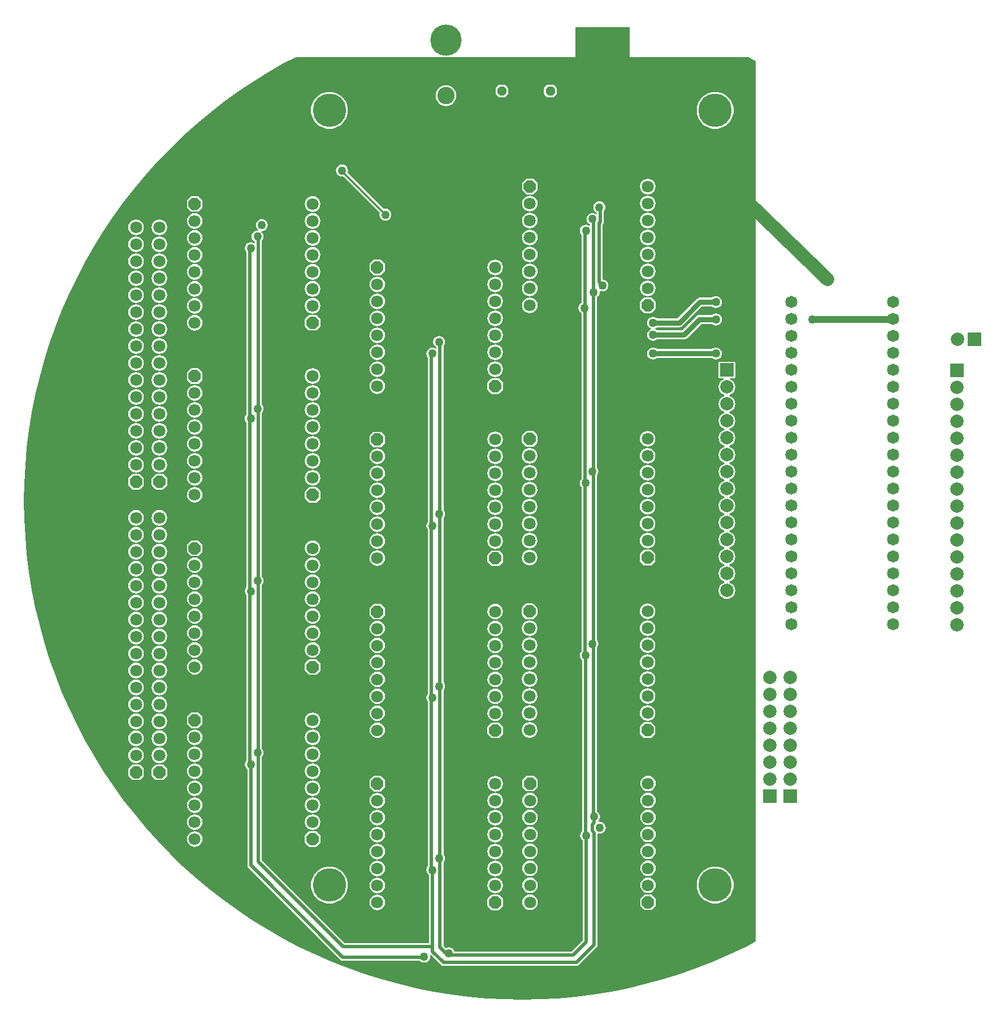
<source format=gbl>
G04 Layer_Physical_Order=2*
G04 Layer_Color=16711680*
%FSLAX44Y44*%
%MOMM*%
G71*
G01*
G75*
%ADD15C,1.0000*%
%ADD16C,0.8000*%
%ADD17C,0.3000*%
%ADD18C,3.0000*%
%ADD19C,2.0000*%
%ADD20C,0.5000*%
%ADD23C,2.6000*%
%ADD24C,1.4000*%
%ADD25P,1.5154X8X112.5*%
%ADD26C,2.0000*%
%ADD27R,2.0000X2.0000*%
%ADD28C,1.8000*%
%ADD29P,1.9483X8X112.5*%
%ADD30C,1.8200*%
%ADD31R,2.0000X2.0000*%
%ADD32C,4.6800*%
%ADD33C,1.2700*%
%ADD34C,5.0000*%
G36*
X161000Y660000D02*
X338897D01*
X350000Y654192D01*
Y-664192D01*
X334125Y-672496D01*
X310087Y-683997D01*
X285655Y-694632D01*
X260858Y-704388D01*
X235729Y-713253D01*
X210300Y-721215D01*
X184602Y-728265D01*
X158670Y-734393D01*
X132535Y-739592D01*
X106231Y-743854D01*
X79792Y-747175D01*
X53251Y-749550D01*
X26643Y-750976D01*
X0Y-751452D01*
X-26643Y-750976D01*
X-53251Y-749550D01*
X-79792Y-747175D01*
X-106231Y-743854D01*
X-132535Y-739592D01*
X-158670Y-734393D01*
X-184602Y-728265D01*
X-210300Y-721215D01*
X-235729Y-713253D01*
X-260858Y-704388D01*
X-285655Y-694632D01*
X-310087Y-683997D01*
X-334125Y-672496D01*
X-357736Y-660145D01*
X-380892Y-646959D01*
X-403562Y-632955D01*
X-425718Y-618151D01*
X-447332Y-602565D01*
X-468375Y-586218D01*
X-488822Y-569131D01*
X-508646Y-551324D01*
X-527821Y-532821D01*
X-546324Y-513646D01*
X-564131Y-493822D01*
X-581218Y-473375D01*
X-597566Y-452332D01*
X-613151Y-430718D01*
X-627955Y-408562D01*
X-641959Y-385892D01*
X-655145Y-362736D01*
X-667496Y-339125D01*
X-678997Y-315087D01*
X-689632Y-290655D01*
X-699388Y-265858D01*
X-708253Y-240729D01*
X-716215Y-215300D01*
X-723265Y-189602D01*
X-729393Y-163670D01*
X-734592Y-137535D01*
X-738854Y-111231D01*
X-742175Y-84792D01*
X-744550Y-58251D01*
X-745976Y-31643D01*
X-746452Y-5000D01*
X-745976Y21643D01*
X-744550Y48251D01*
X-742175Y74792D01*
X-738854Y101231D01*
X-734592Y127535D01*
X-729393Y153670D01*
X-723265Y179602D01*
X-716215Y205300D01*
X-708253Y230729D01*
X-699388Y255858D01*
X-689632Y280655D01*
X-678997Y305087D01*
X-667496Y329125D01*
X-655145Y352736D01*
X-641959Y375892D01*
X-627955Y398562D01*
X-613151Y420718D01*
X-597566Y442332D01*
X-581218Y463376D01*
X-564131Y483822D01*
X-546324Y503646D01*
X-527821Y522821D01*
X-508646Y541324D01*
X-488822Y559131D01*
X-468375Y576218D01*
X-447332Y592566D01*
X-425718Y608151D01*
X-403562Y622955D01*
X-380892Y636959D01*
X-357736Y650145D01*
X-338897Y660000D01*
X-119548D01*
X-119335Y659935D01*
X-114250Y659435D01*
X-109165Y659935D01*
X-108952Y660000D01*
X80000D01*
Y705000D01*
X161000D01*
Y660000D01*
D02*
G37*
%LPC*%
G36*
X-314000Y-216260D02*
X-317013Y-216657D01*
X-319820Y-217820D01*
X-322230Y-219670D01*
X-324080Y-222080D01*
X-325243Y-224887D01*
X-325640Y-227900D01*
X-325243Y-230912D01*
X-324080Y-233720D01*
X-322230Y-236130D01*
X-319820Y-237980D01*
X-317013Y-239143D01*
X-314000Y-239540D01*
X-310987Y-239143D01*
X-308180Y-237980D01*
X-305770Y-236130D01*
X-303920Y-233720D01*
X-302757Y-230912D01*
X-302360Y-227900D01*
X-302757Y-224887D01*
X-303920Y-222080D01*
X-305770Y-219670D01*
X-308180Y-217820D01*
X-310987Y-216657D01*
X-314000Y-216260D01*
D02*
G37*
G36*
X-490700D02*
X-493713Y-216657D01*
X-496520Y-217820D01*
X-498930Y-219670D01*
X-500780Y-222080D01*
X-501943Y-224887D01*
X-502340Y-227900D01*
X-501943Y-230912D01*
X-500780Y-233720D01*
X-498930Y-236130D01*
X-496520Y-237980D01*
X-493713Y-239143D01*
X-490700Y-239540D01*
X-487687Y-239143D01*
X-484880Y-237980D01*
X-482470Y-236130D01*
X-480620Y-233720D01*
X-479457Y-230912D01*
X-479060Y-227900D01*
X-479457Y-224887D01*
X-480620Y-222080D01*
X-482470Y-219670D01*
X-484880Y-217820D01*
X-487687Y-216657D01*
X-490700Y-216260D01*
D02*
G37*
G36*
X-40500Y-209561D02*
X-43513Y-209957D01*
X-46320Y-211120D01*
X-48730Y-212970D01*
X-50580Y-215380D01*
X-51743Y-218188D01*
X-52140Y-221200D01*
X-51743Y-224213D01*
X-50580Y-227020D01*
X-48730Y-229431D01*
X-46320Y-231280D01*
X-43513Y-232443D01*
X-40500Y-232840D01*
X-37487Y-232443D01*
X-34680Y-231280D01*
X-32270Y-229431D01*
X-30420Y-227020D01*
X-29257Y-224213D01*
X-28860Y-221200D01*
X-29257Y-218188D01*
X-30420Y-215380D01*
X-32270Y-212970D01*
X-34680Y-211120D01*
X-37487Y-209957D01*
X-40500Y-209561D01*
D02*
G37*
G36*
X-217200D02*
X-220212Y-209957D01*
X-223020Y-211120D01*
X-225430Y-212970D01*
X-227280Y-215380D01*
X-228443Y-218188D01*
X-228839Y-221200D01*
X-228443Y-224213D01*
X-227280Y-227020D01*
X-225430Y-229431D01*
X-223020Y-231280D01*
X-220212Y-232443D01*
X-217200Y-232840D01*
X-214187Y-232443D01*
X-211380Y-231280D01*
X-208970Y-229431D01*
X-207120Y-227020D01*
X-205957Y-224213D01*
X-205560Y-221200D01*
X-205957Y-218188D01*
X-207120Y-215380D01*
X-208970Y-212970D01*
X-211380Y-211120D01*
X-214187Y-209957D01*
X-217200Y-209561D01*
D02*
G37*
G36*
X187700Y-234560D02*
X184687Y-234957D01*
X181880Y-236120D01*
X179470Y-237970D01*
X177620Y-240380D01*
X176457Y-243187D01*
X176060Y-246200D01*
X176457Y-249212D01*
X177620Y-252020D01*
X179470Y-254430D01*
X181880Y-256280D01*
X184687Y-257443D01*
X187700Y-257840D01*
X190713Y-257443D01*
X193520Y-256280D01*
X195930Y-254430D01*
X197780Y-252020D01*
X198943Y-249212D01*
X199340Y-246200D01*
X198943Y-243187D01*
X197780Y-240380D01*
X195930Y-237970D01*
X193520Y-236120D01*
X190713Y-234957D01*
X187700Y-234560D01*
D02*
G37*
G36*
X11000D02*
X7987Y-234957D01*
X5180Y-236120D01*
X2770Y-237970D01*
X920Y-240380D01*
X-243Y-243187D01*
X-640Y-246200D01*
X-243Y-249212D01*
X920Y-252020D01*
X2770Y-254430D01*
X5180Y-256280D01*
X7987Y-257443D01*
X11000Y-257840D01*
X14013Y-257443D01*
X16820Y-256280D01*
X19230Y-254430D01*
X21080Y-252020D01*
X22243Y-249212D01*
X22640Y-246200D01*
X22243Y-243187D01*
X21080Y-240380D01*
X19230Y-237970D01*
X16820Y-236120D01*
X14013Y-234957D01*
X11000Y-234560D01*
D02*
G37*
G36*
X-543500Y-221560D02*
X-546513Y-221957D01*
X-549320Y-223120D01*
X-551730Y-224970D01*
X-553580Y-227380D01*
X-554743Y-230187D01*
X-555140Y-233200D01*
X-554743Y-236213D01*
X-553580Y-239020D01*
X-551730Y-241430D01*
X-549320Y-243280D01*
X-546513Y-244443D01*
X-543500Y-244839D01*
X-540488Y-244443D01*
X-537680Y-243280D01*
X-535270Y-241430D01*
X-533420Y-239020D01*
X-532257Y-236213D01*
X-531861Y-233200D01*
X-532257Y-230187D01*
X-533420Y-227380D01*
X-535270Y-224970D01*
X-537680Y-223120D01*
X-540488Y-221957D01*
X-543500Y-221560D01*
D02*
G37*
G36*
X-578500D02*
X-581513Y-221957D01*
X-584320Y-223120D01*
X-586730Y-224970D01*
X-588580Y-227380D01*
X-589743Y-230187D01*
X-590140Y-233200D01*
X-589743Y-236213D01*
X-588580Y-239020D01*
X-586730Y-241430D01*
X-584320Y-243280D01*
X-581513Y-244443D01*
X-578500Y-244839D01*
X-575488Y-244443D01*
X-572680Y-243280D01*
X-570270Y-241430D01*
X-568420Y-239020D01*
X-567257Y-236213D01*
X-566861Y-233200D01*
X-567257Y-230187D01*
X-568420Y-227380D01*
X-570270Y-224970D01*
X-572680Y-223120D01*
X-575488Y-221957D01*
X-578500Y-221560D01*
D02*
G37*
G36*
X-314000Y-190860D02*
X-317013Y-191257D01*
X-319820Y-192420D01*
X-322230Y-194270D01*
X-324080Y-196680D01*
X-325243Y-199487D01*
X-325640Y-202500D01*
X-325243Y-205513D01*
X-324080Y-208320D01*
X-322230Y-210730D01*
X-319820Y-212580D01*
X-317013Y-213743D01*
X-314000Y-214139D01*
X-310987Y-213743D01*
X-308180Y-212580D01*
X-305770Y-210730D01*
X-303920Y-208320D01*
X-302757Y-205513D01*
X-302360Y-202500D01*
X-302757Y-199487D01*
X-303920Y-196680D01*
X-305770Y-194270D01*
X-308180Y-192420D01*
X-310987Y-191257D01*
X-314000Y-190860D01*
D02*
G37*
G36*
X-490700D02*
X-493713Y-191257D01*
X-496520Y-192420D01*
X-498930Y-194270D01*
X-500780Y-196680D01*
X-501943Y-199487D01*
X-502340Y-202500D01*
X-501943Y-205513D01*
X-500780Y-208320D01*
X-498930Y-210730D01*
X-496520Y-212580D01*
X-493713Y-213743D01*
X-490700Y-214139D01*
X-487687Y-213743D01*
X-484880Y-212580D01*
X-482470Y-210730D01*
X-480620Y-208320D01*
X-479457Y-205513D01*
X-479060Y-202500D01*
X-479457Y-199487D01*
X-480620Y-196680D01*
X-482470Y-194270D01*
X-484880Y-192420D01*
X-487687Y-191257D01*
X-490700Y-190860D01*
D02*
G37*
G36*
X-40500Y-184160D02*
X-43513Y-184557D01*
X-46320Y-185720D01*
X-48730Y-187570D01*
X-50580Y-189980D01*
X-51743Y-192787D01*
X-52140Y-195800D01*
X-51743Y-198813D01*
X-50580Y-201620D01*
X-48730Y-204030D01*
X-46320Y-205880D01*
X-43513Y-207043D01*
X-40500Y-207440D01*
X-37487Y-207043D01*
X-34680Y-205880D01*
X-32270Y-204030D01*
X-30420Y-201620D01*
X-29257Y-198813D01*
X-28860Y-195800D01*
X-29257Y-192787D01*
X-30420Y-189980D01*
X-32270Y-187570D01*
X-34680Y-185720D01*
X-37487Y-184557D01*
X-40500Y-184160D01*
D02*
G37*
G36*
X-217200D02*
X-220212Y-184557D01*
X-223020Y-185720D01*
X-225430Y-187570D01*
X-227280Y-189980D01*
X-228443Y-192787D01*
X-228839Y-195800D01*
X-228443Y-198813D01*
X-227280Y-201620D01*
X-225430Y-204030D01*
X-223020Y-205880D01*
X-220212Y-207043D01*
X-217200Y-207440D01*
X-214187Y-207043D01*
X-211380Y-205880D01*
X-208970Y-204030D01*
X-207120Y-201620D01*
X-205957Y-198813D01*
X-205560Y-195800D01*
X-205957Y-192787D01*
X-207120Y-189980D01*
X-208970Y-187570D01*
X-211380Y-185720D01*
X-214187Y-184557D01*
X-217200Y-184160D01*
D02*
G37*
G36*
X187700Y-209160D02*
X184687Y-209557D01*
X181880Y-210720D01*
X179470Y-212570D01*
X177620Y-214980D01*
X176457Y-217787D01*
X176060Y-220800D01*
X176457Y-223813D01*
X177620Y-226620D01*
X179470Y-229030D01*
X181880Y-230880D01*
X184687Y-232043D01*
X187700Y-232439D01*
X190713Y-232043D01*
X193520Y-230880D01*
X195930Y-229030D01*
X197780Y-226620D01*
X198943Y-223813D01*
X199340Y-220800D01*
X198943Y-217787D01*
X197780Y-214980D01*
X195930Y-212570D01*
X193520Y-210720D01*
X190713Y-209557D01*
X187700Y-209160D01*
D02*
G37*
G36*
X11000D02*
X7987Y-209557D01*
X5180Y-210720D01*
X2770Y-212570D01*
X920Y-214980D01*
X-243Y-217787D01*
X-640Y-220800D01*
X-243Y-223813D01*
X920Y-226620D01*
X2770Y-229030D01*
X5180Y-230880D01*
X7987Y-232043D01*
X11000Y-232439D01*
X14013Y-232043D01*
X16820Y-230880D01*
X19230Y-229030D01*
X21080Y-226620D01*
X22243Y-223813D01*
X22640Y-220800D01*
X22243Y-217787D01*
X21080Y-214980D01*
X19230Y-212570D01*
X16820Y-210720D01*
X14013Y-209557D01*
X11000Y-209160D01*
D02*
G37*
G36*
X-543500Y-196160D02*
X-546513Y-196557D01*
X-549320Y-197720D01*
X-551730Y-199570D01*
X-553580Y-201980D01*
X-554743Y-204787D01*
X-555140Y-207800D01*
X-554743Y-210812D01*
X-553580Y-213620D01*
X-551730Y-216030D01*
X-549320Y-217880D01*
X-546513Y-219043D01*
X-543500Y-219440D01*
X-540488Y-219043D01*
X-537680Y-217880D01*
X-535270Y-216030D01*
X-533420Y-213620D01*
X-532257Y-210812D01*
X-531861Y-207800D01*
X-532257Y-204787D01*
X-533420Y-201980D01*
X-535270Y-199570D01*
X-537680Y-197720D01*
X-540488Y-196557D01*
X-543500Y-196160D01*
D02*
G37*
G36*
X-578500D02*
X-581513Y-196557D01*
X-584320Y-197720D01*
X-586730Y-199570D01*
X-588580Y-201980D01*
X-589743Y-204787D01*
X-590140Y-207800D01*
X-589743Y-210812D01*
X-588580Y-213620D01*
X-586730Y-216030D01*
X-584320Y-217880D01*
X-581513Y-219043D01*
X-578500Y-219440D01*
X-575488Y-219043D01*
X-572680Y-217880D01*
X-570270Y-216030D01*
X-568420Y-213620D01*
X-567257Y-210812D01*
X-566861Y-207800D01*
X-567257Y-204787D01*
X-568420Y-201980D01*
X-570270Y-199570D01*
X-572680Y-197720D01*
X-575488Y-196557D01*
X-578500Y-196160D01*
D02*
G37*
G36*
X-40500Y-234960D02*
X-43513Y-235357D01*
X-46320Y-236520D01*
X-48730Y-238370D01*
X-50580Y-240780D01*
X-51743Y-243587D01*
X-52140Y-246600D01*
X-51743Y-249613D01*
X-50580Y-252420D01*
X-48730Y-254830D01*
X-46320Y-256680D01*
X-43513Y-257843D01*
X-40500Y-258240D01*
X-37487Y-257843D01*
X-34680Y-256680D01*
X-32270Y-254830D01*
X-30420Y-252420D01*
X-29257Y-249613D01*
X-28860Y-246600D01*
X-29257Y-243587D01*
X-30420Y-240780D01*
X-32270Y-238370D01*
X-34680Y-236520D01*
X-37487Y-235357D01*
X-40500Y-234960D01*
D02*
G37*
G36*
X-578500Y-272360D02*
X-581513Y-272757D01*
X-584320Y-273920D01*
X-586730Y-275770D01*
X-588580Y-278180D01*
X-589743Y-280987D01*
X-590140Y-284000D01*
X-589743Y-287013D01*
X-588580Y-289820D01*
X-586730Y-292230D01*
X-584320Y-294080D01*
X-581513Y-295243D01*
X-578500Y-295639D01*
X-575488Y-295243D01*
X-572680Y-294080D01*
X-570270Y-292230D01*
X-568420Y-289820D01*
X-567257Y-287013D01*
X-566861Y-284000D01*
X-567257Y-280987D01*
X-568420Y-278180D01*
X-570270Y-275770D01*
X-572680Y-273920D01*
X-575488Y-272757D01*
X-578500Y-272360D01*
D02*
G37*
G36*
X187700Y-285360D02*
X184687Y-285757D01*
X181880Y-286920D01*
X179470Y-288770D01*
X177620Y-291180D01*
X176457Y-293987D01*
X176060Y-297000D01*
X176457Y-300012D01*
X177620Y-302820D01*
X179470Y-305230D01*
X181880Y-307080D01*
X184687Y-308243D01*
X187700Y-308640D01*
X190713Y-308243D01*
X193520Y-307080D01*
X195930Y-305230D01*
X197780Y-302820D01*
X198943Y-300012D01*
X199340Y-297000D01*
X198943Y-293987D01*
X197780Y-291180D01*
X195930Y-288770D01*
X193520Y-286920D01*
X190713Y-285757D01*
X187700Y-285360D01*
D02*
G37*
G36*
X-217200Y-260361D02*
X-220212Y-260757D01*
X-223020Y-261920D01*
X-225430Y-263770D01*
X-227280Y-266180D01*
X-228443Y-268988D01*
X-228839Y-272000D01*
X-228443Y-275013D01*
X-227280Y-277820D01*
X-225430Y-280231D01*
X-223020Y-282080D01*
X-220212Y-283243D01*
X-217200Y-283640D01*
X-214187Y-283243D01*
X-211380Y-282080D01*
X-208970Y-280231D01*
X-207120Y-277820D01*
X-205957Y-275013D01*
X-205560Y-272000D01*
X-205957Y-268988D01*
X-207120Y-266180D01*
X-208970Y-263770D01*
X-211380Y-261920D01*
X-214187Y-260757D01*
X-217200Y-260361D01*
D02*
G37*
G36*
X-543500Y-272360D02*
X-546513Y-272757D01*
X-549320Y-273920D01*
X-551730Y-275770D01*
X-553580Y-278180D01*
X-554743Y-280987D01*
X-555140Y-284000D01*
X-554743Y-287013D01*
X-553580Y-289820D01*
X-551730Y-292230D01*
X-549320Y-294080D01*
X-546513Y-295243D01*
X-543500Y-295639D01*
X-540488Y-295243D01*
X-537680Y-294080D01*
X-535270Y-292230D01*
X-533420Y-289820D01*
X-532257Y-287013D01*
X-531861Y-284000D01*
X-532257Y-280987D01*
X-533420Y-278180D01*
X-535270Y-275770D01*
X-537680Y-273920D01*
X-540488Y-272757D01*
X-543500Y-272360D01*
D02*
G37*
G36*
X-217200Y-285760D02*
X-220212Y-286157D01*
X-223020Y-287320D01*
X-225430Y-289170D01*
X-227280Y-291580D01*
X-228443Y-294387D01*
X-228839Y-297400D01*
X-228443Y-300413D01*
X-227280Y-303220D01*
X-225430Y-305630D01*
X-223020Y-307480D01*
X-220212Y-308643D01*
X-217200Y-309040D01*
X-214187Y-308643D01*
X-211380Y-307480D01*
X-208970Y-305630D01*
X-207120Y-303220D01*
X-205957Y-300413D01*
X-205560Y-297400D01*
X-205957Y-294387D01*
X-207120Y-291580D01*
X-208970Y-289170D01*
X-211380Y-287320D01*
X-214187Y-286157D01*
X-217200Y-285760D01*
D02*
G37*
G36*
X-543500Y-297760D02*
X-546513Y-298157D01*
X-549320Y-299320D01*
X-551730Y-301170D01*
X-553580Y-303580D01*
X-554743Y-306387D01*
X-555140Y-309400D01*
X-554743Y-312412D01*
X-553580Y-315220D01*
X-551730Y-317630D01*
X-549320Y-319480D01*
X-546513Y-320643D01*
X-543500Y-321040D01*
X-540488Y-320643D01*
X-537680Y-319480D01*
X-535270Y-317630D01*
X-533420Y-315220D01*
X-532257Y-312412D01*
X-531861Y-309400D01*
X-532257Y-306387D01*
X-533420Y-303580D01*
X-535270Y-301170D01*
X-537680Y-299320D01*
X-540488Y-298157D01*
X-543500Y-297760D01*
D02*
G37*
G36*
X11000Y-285360D02*
X7987Y-285757D01*
X5180Y-286920D01*
X2770Y-288770D01*
X920Y-291180D01*
X-243Y-293987D01*
X-640Y-297000D01*
X-243Y-300012D01*
X920Y-302820D01*
X2770Y-305230D01*
X5180Y-307080D01*
X7987Y-308243D01*
X11000Y-308640D01*
X14013Y-308243D01*
X16820Y-307080D01*
X19230Y-305230D01*
X21080Y-302820D01*
X22243Y-300012D01*
X22640Y-297000D01*
X22243Y-293987D01*
X21080Y-291180D01*
X19230Y-288770D01*
X16820Y-286920D01*
X14013Y-285757D01*
X11000Y-285360D01*
D02*
G37*
G36*
X-40500Y-285760D02*
X-43513Y-286157D01*
X-46320Y-287320D01*
X-48730Y-289170D01*
X-50580Y-291580D01*
X-51743Y-294387D01*
X-52140Y-297400D01*
X-51743Y-300413D01*
X-50580Y-303220D01*
X-48730Y-305630D01*
X-46320Y-307480D01*
X-43513Y-308643D01*
X-40500Y-309040D01*
X-37487Y-308643D01*
X-34680Y-307480D01*
X-32270Y-305630D01*
X-30420Y-303220D01*
X-29257Y-300413D01*
X-28860Y-297400D01*
X-29257Y-294387D01*
X-30420Y-291580D01*
X-32270Y-289170D01*
X-34680Y-287320D01*
X-37487Y-286157D01*
X-40500Y-285760D01*
D02*
G37*
G36*
X-490700Y-241660D02*
X-493713Y-242057D01*
X-496520Y-243220D01*
X-498930Y-245070D01*
X-500780Y-247480D01*
X-501943Y-250287D01*
X-502340Y-253300D01*
X-501943Y-256313D01*
X-500780Y-259120D01*
X-498930Y-261530D01*
X-496520Y-263380D01*
X-493713Y-264543D01*
X-490700Y-264939D01*
X-487687Y-264543D01*
X-484880Y-263380D01*
X-482470Y-261530D01*
X-480620Y-259120D01*
X-479457Y-256313D01*
X-479060Y-253300D01*
X-479457Y-250287D01*
X-480620Y-247480D01*
X-482470Y-245070D01*
X-484880Y-243220D01*
X-487687Y-242057D01*
X-490700Y-241660D01*
D02*
G37*
G36*
X-543500Y-246960D02*
X-546513Y-247357D01*
X-549320Y-248520D01*
X-551730Y-250370D01*
X-553580Y-252780D01*
X-554743Y-255587D01*
X-555140Y-258600D01*
X-554743Y-261612D01*
X-553580Y-264420D01*
X-551730Y-266830D01*
X-549320Y-268680D01*
X-546513Y-269843D01*
X-543500Y-270240D01*
X-540488Y-269843D01*
X-537680Y-268680D01*
X-535270Y-266830D01*
X-533420Y-264420D01*
X-532257Y-261612D01*
X-531861Y-258600D01*
X-532257Y-255587D01*
X-533420Y-252780D01*
X-535270Y-250370D01*
X-537680Y-248520D01*
X-540488Y-247357D01*
X-543500Y-246960D01*
D02*
G37*
G36*
X-217200Y-234960D02*
X-220212Y-235357D01*
X-223020Y-236520D01*
X-225430Y-238370D01*
X-227280Y-240780D01*
X-228443Y-243587D01*
X-228839Y-246600D01*
X-228443Y-249613D01*
X-227280Y-252420D01*
X-225430Y-254830D01*
X-223020Y-256680D01*
X-220212Y-257843D01*
X-217200Y-258240D01*
X-214187Y-257843D01*
X-211380Y-256680D01*
X-208970Y-254830D01*
X-207120Y-252420D01*
X-205957Y-249613D01*
X-205560Y-246600D01*
X-205957Y-243587D01*
X-207120Y-240780D01*
X-208970Y-238370D01*
X-211380Y-236520D01*
X-214187Y-235357D01*
X-217200Y-234960D01*
D02*
G37*
G36*
X-309500Y-241710D02*
X-318500D01*
X-319491Y-241907D01*
X-320331Y-242469D01*
X-324831Y-246969D01*
X-325393Y-247809D01*
X-325590Y-248800D01*
Y-257800D01*
X-325393Y-258791D01*
X-324831Y-259631D01*
X-320331Y-264131D01*
X-319491Y-264693D01*
X-318500Y-264890D01*
X-309500D01*
X-308509Y-264693D01*
X-307669Y-264131D01*
X-303169Y-259631D01*
X-302607Y-258791D01*
X-302410Y-257800D01*
Y-248800D01*
X-302607Y-247809D01*
X-303169Y-246969D01*
X-307669Y-242469D01*
X-308509Y-241907D01*
X-309500Y-241710D01*
D02*
G37*
G36*
X11000Y-259960D02*
X7987Y-260357D01*
X5180Y-261520D01*
X2770Y-263370D01*
X920Y-265780D01*
X-243Y-268587D01*
X-640Y-271600D01*
X-243Y-274613D01*
X920Y-277420D01*
X2770Y-279830D01*
X5180Y-281680D01*
X7987Y-282843D01*
X11000Y-283239D01*
X14013Y-282843D01*
X16820Y-281680D01*
X19230Y-279830D01*
X21080Y-277420D01*
X22243Y-274613D01*
X22640Y-271600D01*
X22243Y-268587D01*
X21080Y-265780D01*
X19230Y-263370D01*
X16820Y-261520D01*
X14013Y-260357D01*
X11000Y-259960D01*
D02*
G37*
G36*
X-40500Y-260361D02*
X-43513Y-260757D01*
X-46320Y-261920D01*
X-48730Y-263770D01*
X-50580Y-266180D01*
X-51743Y-268988D01*
X-52140Y-272000D01*
X-51743Y-275013D01*
X-50580Y-277820D01*
X-48730Y-280231D01*
X-46320Y-282080D01*
X-43513Y-283243D01*
X-40500Y-283640D01*
X-37487Y-283243D01*
X-34680Y-282080D01*
X-32270Y-280231D01*
X-30420Y-277820D01*
X-29257Y-275013D01*
X-28860Y-272000D01*
X-29257Y-268988D01*
X-30420Y-266180D01*
X-32270Y-263770D01*
X-34680Y-261920D01*
X-37487Y-260757D01*
X-40500Y-260361D01*
D02*
G37*
G36*
X-578500Y-246960D02*
X-581513Y-247357D01*
X-584320Y-248520D01*
X-586730Y-250370D01*
X-588580Y-252780D01*
X-589743Y-255587D01*
X-590140Y-258600D01*
X-589743Y-261612D01*
X-588580Y-264420D01*
X-586730Y-266830D01*
X-584320Y-268680D01*
X-581513Y-269843D01*
X-578500Y-270240D01*
X-575488Y-269843D01*
X-572680Y-268680D01*
X-570270Y-266830D01*
X-568420Y-264420D01*
X-567257Y-261612D01*
X-566861Y-258600D01*
X-567257Y-255587D01*
X-568420Y-252780D01*
X-570270Y-250370D01*
X-572680Y-248520D01*
X-575488Y-247357D01*
X-578500Y-246960D01*
D02*
G37*
G36*
X187700Y-259960D02*
X184687Y-260357D01*
X181880Y-261520D01*
X179470Y-263370D01*
X177620Y-265780D01*
X176457Y-268587D01*
X176060Y-271600D01*
X176457Y-274613D01*
X177620Y-277420D01*
X179470Y-279830D01*
X181880Y-281680D01*
X184687Y-282843D01*
X187700Y-283239D01*
X190713Y-282843D01*
X193520Y-281680D01*
X195930Y-279830D01*
X197780Y-277420D01*
X198943Y-274613D01*
X199340Y-271600D01*
X198943Y-268587D01*
X197780Y-265780D01*
X195930Y-263370D01*
X193520Y-261520D01*
X190713Y-260357D01*
X187700Y-259960D01*
D02*
G37*
G36*
X11000Y-183760D02*
X7987Y-184157D01*
X5180Y-185320D01*
X2770Y-187170D01*
X920Y-189580D01*
X-243Y-192387D01*
X-640Y-195400D01*
X-243Y-198412D01*
X920Y-201220D01*
X2770Y-203630D01*
X5180Y-205480D01*
X7987Y-206643D01*
X11000Y-207040D01*
X14013Y-206643D01*
X16820Y-205480D01*
X19230Y-203630D01*
X21080Y-201220D01*
X22243Y-198412D01*
X22640Y-195400D01*
X22243Y-192387D01*
X21080Y-189580D01*
X19230Y-187170D01*
X16820Y-185320D01*
X14013Y-184157D01*
X11000Y-183760D01*
D02*
G37*
G36*
X-217200Y-78861D02*
X-220212Y-79257D01*
X-223020Y-80420D01*
X-225430Y-82270D01*
X-227280Y-84680D01*
X-228443Y-87487D01*
X-228839Y-90500D01*
X-228443Y-93513D01*
X-227280Y-96320D01*
X-225430Y-98730D01*
X-223020Y-100580D01*
X-220212Y-101743D01*
X-217200Y-102140D01*
X-214187Y-101743D01*
X-211380Y-100580D01*
X-208970Y-98730D01*
X-207120Y-96320D01*
X-205957Y-93513D01*
X-205560Y-90500D01*
X-205957Y-87487D01*
X-207120Y-84680D01*
X-208970Y-82270D01*
X-211380Y-80420D01*
X-214187Y-79257D01*
X-217200Y-78861D01*
D02*
G37*
G36*
X-314000Y-89260D02*
X-317013Y-89657D01*
X-319820Y-90820D01*
X-322230Y-92670D01*
X-324080Y-95080D01*
X-325243Y-97887D01*
X-325640Y-100900D01*
X-325243Y-103912D01*
X-324080Y-106720D01*
X-322230Y-109130D01*
X-319820Y-110980D01*
X-317013Y-112143D01*
X-314000Y-112540D01*
X-310987Y-112143D01*
X-308180Y-110980D01*
X-305770Y-109130D01*
X-303920Y-106720D01*
X-302757Y-103912D01*
X-302360Y-100900D01*
X-302757Y-97887D01*
X-303920Y-95080D01*
X-305770Y-92670D01*
X-308180Y-90820D01*
X-310987Y-89657D01*
X-314000Y-89260D01*
D02*
G37*
G36*
X11050Y-77960D02*
X8037Y-78357D01*
X5230Y-79520D01*
X2820Y-81370D01*
X970Y-83780D01*
X-193Y-86587D01*
X-589Y-89600D01*
X-193Y-92612D01*
X970Y-95420D01*
X2820Y-97830D01*
X5230Y-99680D01*
X8037Y-100843D01*
X11050Y-101240D01*
X14063Y-100843D01*
X16870Y-99680D01*
X19281Y-97830D01*
X21130Y-95420D01*
X22293Y-92612D01*
X22690Y-89600D01*
X22293Y-86587D01*
X21130Y-83780D01*
X19281Y-81370D01*
X16870Y-79520D01*
X14063Y-78357D01*
X11050Y-77960D01*
D02*
G37*
G36*
X-36000Y-78910D02*
X-45000D01*
X-45991Y-79107D01*
X-46831Y-79669D01*
X-51331Y-84169D01*
X-51893Y-85009D01*
X-52090Y-86000D01*
Y-95000D01*
X-51893Y-95991D01*
X-51331Y-96831D01*
X-46831Y-101331D01*
X-45991Y-101893D01*
X-45000Y-102090D01*
X-36000D01*
X-35009Y-101893D01*
X-34169Y-101331D01*
X-29669Y-96831D01*
X-29107Y-95991D01*
X-28910Y-95000D01*
Y-86000D01*
X-29107Y-85009D01*
X-29669Y-84169D01*
X-34169Y-79669D01*
X-35009Y-79107D01*
X-36000Y-78910D01*
D02*
G37*
G36*
X-578500Y-94560D02*
X-581513Y-94957D01*
X-584320Y-96120D01*
X-586730Y-97970D01*
X-588580Y-100380D01*
X-589743Y-103187D01*
X-590140Y-106200D01*
X-589743Y-109213D01*
X-588580Y-112020D01*
X-586730Y-114430D01*
X-584320Y-116280D01*
X-581513Y-117443D01*
X-578500Y-117839D01*
X-575488Y-117443D01*
X-572680Y-116280D01*
X-570270Y-114430D01*
X-568420Y-112020D01*
X-567257Y-109213D01*
X-566861Y-106200D01*
X-567257Y-103187D01*
X-568420Y-100380D01*
X-570270Y-97970D01*
X-572680Y-96120D01*
X-575488Y-94957D01*
X-578500Y-94560D01*
D02*
G37*
G36*
X-314000Y-114660D02*
X-317013Y-115057D01*
X-319820Y-116220D01*
X-322230Y-118070D01*
X-324080Y-120480D01*
X-325243Y-123287D01*
X-325640Y-126300D01*
X-325243Y-129312D01*
X-324080Y-132120D01*
X-322230Y-134530D01*
X-319820Y-136380D01*
X-317013Y-137543D01*
X-314000Y-137940D01*
X-310987Y-137543D01*
X-308180Y-136380D01*
X-305770Y-134530D01*
X-303920Y-132120D01*
X-302757Y-129312D01*
X-302360Y-126300D01*
X-302757Y-123287D01*
X-303920Y-120480D01*
X-305770Y-118070D01*
X-308180Y-116220D01*
X-310987Y-115057D01*
X-314000Y-114660D01*
D02*
G37*
G36*
X-490700Y-89260D02*
X-493713Y-89657D01*
X-496520Y-90820D01*
X-498930Y-92670D01*
X-500780Y-95080D01*
X-501943Y-97887D01*
X-502340Y-100900D01*
X-501943Y-103912D01*
X-500780Y-106720D01*
X-498930Y-109130D01*
X-496520Y-110980D01*
X-493713Y-112143D01*
X-490700Y-112540D01*
X-487687Y-112143D01*
X-484880Y-110980D01*
X-482470Y-109130D01*
X-480620Y-106720D01*
X-479457Y-103912D01*
X-479060Y-100900D01*
X-479457Y-97887D01*
X-480620Y-95080D01*
X-482470Y-92670D01*
X-484880Y-90820D01*
X-487687Y-89657D01*
X-490700Y-89260D01*
D02*
G37*
G36*
X-543500Y-94560D02*
X-546513Y-94957D01*
X-549320Y-96120D01*
X-551730Y-97970D01*
X-553580Y-100380D01*
X-554743Y-103187D01*
X-555140Y-106200D01*
X-554743Y-109213D01*
X-553580Y-112020D01*
X-551730Y-114430D01*
X-549320Y-116280D01*
X-546513Y-117443D01*
X-543500Y-117839D01*
X-540488Y-117443D01*
X-537680Y-116280D01*
X-535270Y-114430D01*
X-533420Y-112020D01*
X-532257Y-109213D01*
X-531861Y-106200D01*
X-532257Y-103187D01*
X-533420Y-100380D01*
X-535270Y-97970D01*
X-537680Y-96120D01*
X-540488Y-94957D01*
X-543500Y-94560D01*
D02*
G37*
G36*
X-217200Y-53460D02*
X-220212Y-53857D01*
X-223020Y-55020D01*
X-225430Y-56870D01*
X-227280Y-59280D01*
X-228443Y-62087D01*
X-228839Y-65100D01*
X-228443Y-68113D01*
X-227280Y-70920D01*
X-225430Y-73330D01*
X-223020Y-75180D01*
X-220212Y-76343D01*
X-217200Y-76740D01*
X-214187Y-76343D01*
X-211380Y-75180D01*
X-208970Y-73330D01*
X-207120Y-70920D01*
X-205957Y-68113D01*
X-205560Y-65100D01*
X-205957Y-62087D01*
X-207120Y-59280D01*
X-208970Y-56870D01*
X-211380Y-55020D01*
X-214187Y-53857D01*
X-217200Y-53460D01*
D02*
G37*
G36*
X-486200Y-63910D02*
X-495200D01*
X-496191Y-64107D01*
X-497031Y-64669D01*
X-501531Y-69169D01*
X-502093Y-70009D01*
X-502290Y-71000D01*
Y-80000D01*
X-502093Y-80991D01*
X-501531Y-81831D01*
X-497031Y-86331D01*
X-496191Y-86893D01*
X-495200Y-87090D01*
X-486200D01*
X-485209Y-86893D01*
X-484369Y-86331D01*
X-479869Y-81831D01*
X-479307Y-80991D01*
X-479110Y-80000D01*
Y-71000D01*
X-479307Y-70009D01*
X-479869Y-69169D01*
X-484369Y-64669D01*
X-485209Y-64107D01*
X-486200Y-63910D01*
D02*
G37*
G36*
X11050Y-52560D02*
X8037Y-52957D01*
X5230Y-54120D01*
X2820Y-55970D01*
X970Y-58380D01*
X-193Y-61188D01*
X-589Y-64200D01*
X-193Y-67213D01*
X970Y-70020D01*
X2820Y-72430D01*
X5230Y-74280D01*
X8037Y-75443D01*
X11050Y-75840D01*
X14063Y-75443D01*
X16870Y-74280D01*
X19281Y-72430D01*
X21130Y-70020D01*
X22293Y-67213D01*
X22690Y-64200D01*
X22293Y-61188D01*
X21130Y-58380D01*
X19281Y-55970D01*
X16870Y-54120D01*
X14063Y-52957D01*
X11050Y-52560D01*
D02*
G37*
G36*
X-40500Y-53460D02*
X-43513Y-53857D01*
X-46320Y-55020D01*
X-48730Y-56870D01*
X-50580Y-59280D01*
X-51743Y-62087D01*
X-52140Y-65100D01*
X-51743Y-68113D01*
X-50580Y-70920D01*
X-48730Y-73330D01*
X-46320Y-75180D01*
X-43513Y-76343D01*
X-40500Y-76740D01*
X-37487Y-76343D01*
X-34680Y-75180D01*
X-32270Y-73330D01*
X-30420Y-70920D01*
X-29257Y-68113D01*
X-28860Y-65100D01*
X-29257Y-62087D01*
X-30420Y-59280D01*
X-32270Y-56870D01*
X-34680Y-55020D01*
X-37487Y-53857D01*
X-40500Y-53460D01*
D02*
G37*
G36*
X-578500Y-69160D02*
X-581513Y-69557D01*
X-584320Y-70720D01*
X-586730Y-72570D01*
X-588580Y-74980D01*
X-589743Y-77787D01*
X-590140Y-80800D01*
X-589743Y-83813D01*
X-588580Y-86620D01*
X-586730Y-89030D01*
X-584320Y-90880D01*
X-581513Y-92043D01*
X-578500Y-92439D01*
X-575488Y-92043D01*
X-572680Y-90880D01*
X-570270Y-89030D01*
X-568420Y-86620D01*
X-567257Y-83813D01*
X-566861Y-80800D01*
X-567257Y-77787D01*
X-568420Y-74980D01*
X-570270Y-72570D01*
X-572680Y-70720D01*
X-575488Y-69557D01*
X-578500Y-69160D01*
D02*
G37*
G36*
X192250Y-78010D02*
X183250D01*
X182259Y-78207D01*
X181419Y-78769D01*
X176919Y-83269D01*
X176357Y-84109D01*
X176160Y-85100D01*
Y-94100D01*
X176357Y-95091D01*
X176919Y-95931D01*
X181419Y-100431D01*
X182259Y-100993D01*
X183250Y-101190D01*
X192250D01*
X193241Y-100993D01*
X194081Y-100431D01*
X198581Y-95931D01*
X199143Y-95091D01*
X199340Y-94100D01*
Y-85100D01*
X199143Y-84109D01*
X198581Y-83269D01*
X194081Y-78769D01*
X193241Y-78207D01*
X192250Y-78010D01*
D02*
G37*
G36*
X-314000Y-63860D02*
X-317013Y-64257D01*
X-319820Y-65420D01*
X-322230Y-67270D01*
X-324080Y-69680D01*
X-325243Y-72487D01*
X-325640Y-75500D01*
X-325243Y-78513D01*
X-324080Y-81320D01*
X-322230Y-83730D01*
X-319820Y-85580D01*
X-317013Y-86743D01*
X-314000Y-87140D01*
X-310987Y-86743D01*
X-308180Y-85580D01*
X-305770Y-83730D01*
X-303920Y-81320D01*
X-302757Y-78513D01*
X-302360Y-75500D01*
X-302757Y-72487D01*
X-303920Y-69680D01*
X-305770Y-67270D01*
X-308180Y-65420D01*
X-310987Y-64257D01*
X-314000Y-63860D01*
D02*
G37*
G36*
X-543500Y-69160D02*
X-546513Y-69557D01*
X-549320Y-70720D01*
X-551730Y-72570D01*
X-553580Y-74980D01*
X-554743Y-77787D01*
X-555140Y-80800D01*
X-554743Y-83813D01*
X-553580Y-86620D01*
X-551730Y-89030D01*
X-549320Y-90880D01*
X-546513Y-92043D01*
X-543500Y-92439D01*
X-540488Y-92043D01*
X-537680Y-90880D01*
X-535270Y-89030D01*
X-533420Y-86620D01*
X-532257Y-83813D01*
X-531861Y-80800D01*
X-532257Y-77787D01*
X-533420Y-74980D01*
X-535270Y-72570D01*
X-537680Y-70720D01*
X-540488Y-69557D01*
X-543500Y-69160D01*
D02*
G37*
G36*
X-490700Y-114660D02*
X-493713Y-115057D01*
X-496520Y-116220D01*
X-498930Y-118070D01*
X-500780Y-120480D01*
X-501943Y-123287D01*
X-502340Y-126300D01*
X-501943Y-129312D01*
X-500780Y-132120D01*
X-498930Y-134530D01*
X-496520Y-136380D01*
X-493713Y-137543D01*
X-490700Y-137940D01*
X-487687Y-137543D01*
X-484880Y-136380D01*
X-482470Y-134530D01*
X-480620Y-132120D01*
X-479457Y-129312D01*
X-479060Y-126300D01*
X-479457Y-123287D01*
X-480620Y-120480D01*
X-482470Y-118070D01*
X-484880Y-116220D01*
X-487687Y-115057D01*
X-490700Y-114660D01*
D02*
G37*
G36*
X-40500Y-158760D02*
X-43513Y-159157D01*
X-46320Y-160320D01*
X-48730Y-162170D01*
X-50580Y-164580D01*
X-51743Y-167388D01*
X-52140Y-170400D01*
X-51743Y-173413D01*
X-50580Y-176220D01*
X-48730Y-178631D01*
X-46320Y-180480D01*
X-43513Y-181643D01*
X-40500Y-182040D01*
X-37487Y-181643D01*
X-34680Y-180480D01*
X-32270Y-178631D01*
X-30420Y-176220D01*
X-29257Y-173413D01*
X-28860Y-170400D01*
X-29257Y-167388D01*
X-30420Y-164580D01*
X-32270Y-162170D01*
X-34680Y-160320D01*
X-37487Y-159157D01*
X-40500Y-158760D01*
D02*
G37*
G36*
X-314000Y-165460D02*
X-317013Y-165857D01*
X-319820Y-167020D01*
X-322230Y-168870D01*
X-324080Y-171280D01*
X-325243Y-174087D01*
X-325640Y-177100D01*
X-325243Y-180112D01*
X-324080Y-182920D01*
X-322230Y-185330D01*
X-319820Y-187180D01*
X-317013Y-188343D01*
X-314000Y-188739D01*
X-310987Y-188343D01*
X-308180Y-187180D01*
X-305770Y-185330D01*
X-303920Y-182920D01*
X-302757Y-180112D01*
X-302360Y-177100D01*
X-302757Y-174087D01*
X-303920Y-171280D01*
X-305770Y-168870D01*
X-308180Y-167020D01*
X-310987Y-165857D01*
X-314000Y-165460D01*
D02*
G37*
G36*
X187700Y-158360D02*
X184687Y-158757D01*
X181880Y-159920D01*
X179470Y-161770D01*
X177620Y-164180D01*
X176457Y-166987D01*
X176060Y-170000D01*
X176457Y-173013D01*
X177620Y-175820D01*
X179470Y-178230D01*
X181880Y-180080D01*
X184687Y-181243D01*
X187700Y-181639D01*
X190713Y-181243D01*
X193520Y-180080D01*
X195930Y-178230D01*
X197780Y-175820D01*
X198943Y-173013D01*
X199340Y-170000D01*
X198943Y-166987D01*
X197780Y-164180D01*
X195930Y-161770D01*
X193520Y-159920D01*
X190713Y-158757D01*
X187700Y-158360D01*
D02*
G37*
G36*
X-212700Y-158810D02*
X-221700D01*
X-222691Y-159007D01*
X-223531Y-159569D01*
X-228031Y-164069D01*
X-228593Y-164909D01*
X-228790Y-165900D01*
Y-174900D01*
X-228593Y-175891D01*
X-228031Y-176731D01*
X-223531Y-181231D01*
X-222691Y-181793D01*
X-221700Y-181990D01*
X-212700D01*
X-211709Y-181793D01*
X-210869Y-181231D01*
X-206369Y-176731D01*
X-205807Y-175891D01*
X-205610Y-174900D01*
Y-165900D01*
X-205807Y-164909D01*
X-206369Y-164069D01*
X-210869Y-159569D01*
X-211709Y-159007D01*
X-212700Y-158810D01*
D02*
G37*
G36*
X-578500Y-170760D02*
X-581513Y-171157D01*
X-584320Y-172320D01*
X-586730Y-174170D01*
X-588580Y-176580D01*
X-589743Y-179387D01*
X-590140Y-182400D01*
X-589743Y-185413D01*
X-588580Y-188220D01*
X-586730Y-190630D01*
X-584320Y-192480D01*
X-581513Y-193643D01*
X-578500Y-194039D01*
X-575488Y-193643D01*
X-572680Y-192480D01*
X-570270Y-190630D01*
X-568420Y-188220D01*
X-567257Y-185413D01*
X-566861Y-182400D01*
X-567257Y-179387D01*
X-568420Y-176580D01*
X-570270Y-174170D01*
X-572680Y-172320D01*
X-575488Y-171157D01*
X-578500Y-170760D01*
D02*
G37*
G36*
X187700Y-183760D02*
X184687Y-184157D01*
X181880Y-185320D01*
X179470Y-187170D01*
X177620Y-189580D01*
X176457Y-192387D01*
X176060Y-195400D01*
X176457Y-198412D01*
X177620Y-201220D01*
X179470Y-203630D01*
X181880Y-205480D01*
X184687Y-206643D01*
X187700Y-207040D01*
X190713Y-206643D01*
X193520Y-205480D01*
X195930Y-203630D01*
X197780Y-201220D01*
X198943Y-198412D01*
X199340Y-195400D01*
X198943Y-192387D01*
X197780Y-189580D01*
X195930Y-187170D01*
X193520Y-185320D01*
X190713Y-184157D01*
X187700Y-183760D01*
D02*
G37*
G36*
X-490700Y-165460D02*
X-493713Y-165857D01*
X-496520Y-167020D01*
X-498930Y-168870D01*
X-500780Y-171280D01*
X-501943Y-174087D01*
X-502340Y-177100D01*
X-501943Y-180112D01*
X-500780Y-182920D01*
X-498930Y-185330D01*
X-496520Y-187180D01*
X-493713Y-188343D01*
X-490700Y-188739D01*
X-487687Y-188343D01*
X-484880Y-187180D01*
X-482470Y-185330D01*
X-480620Y-182920D01*
X-479457Y-180112D01*
X-479060Y-177100D01*
X-479457Y-174087D01*
X-480620Y-171280D01*
X-482470Y-168870D01*
X-484880Y-167020D01*
X-487687Y-165857D01*
X-490700Y-165460D01*
D02*
G37*
G36*
X-543500Y-170760D02*
X-546513Y-171157D01*
X-549320Y-172320D01*
X-551730Y-174170D01*
X-553580Y-176580D01*
X-554743Y-179387D01*
X-555140Y-182400D01*
X-554743Y-185413D01*
X-553580Y-188220D01*
X-551730Y-190630D01*
X-549320Y-192480D01*
X-546513Y-193643D01*
X-543500Y-194039D01*
X-540488Y-193643D01*
X-537680Y-192480D01*
X-535270Y-190630D01*
X-533420Y-188220D01*
X-532257Y-185413D01*
X-531861Y-182400D01*
X-532257Y-179387D01*
X-533420Y-176580D01*
X-535270Y-174170D01*
X-537680Y-172320D01*
X-540488Y-171157D01*
X-543500Y-170760D01*
D02*
G37*
G36*
X316500Y203840D02*
X296500D01*
X295509Y203643D01*
X294669Y203081D01*
X294107Y202241D01*
X293910Y201250D01*
Y181250D01*
X294107Y180259D01*
X294669Y179419D01*
X295509Y178857D01*
X296500Y178660D01*
X301339D01*
X301592Y177390D01*
X300176Y176804D01*
X297556Y174794D01*
X295546Y172174D01*
X294283Y169124D01*
X293852Y165850D01*
X294283Y162576D01*
X295546Y159526D01*
X297556Y156906D01*
X300176Y154896D01*
X302733Y153837D01*
Y152463D01*
X300176Y151404D01*
X297556Y149394D01*
X295546Y146774D01*
X294283Y143724D01*
X293852Y140450D01*
X294283Y137176D01*
X295546Y134126D01*
X297556Y131506D01*
X300176Y129496D01*
X302733Y128437D01*
Y127063D01*
X300176Y126004D01*
X297556Y123994D01*
X295546Y121374D01*
X294283Y118324D01*
X293852Y115050D01*
X294283Y111776D01*
X295546Y108726D01*
X297556Y106106D01*
X300176Y104096D01*
X302733Y103037D01*
Y101663D01*
X300176Y100604D01*
X297556Y98594D01*
X295546Y95974D01*
X294283Y92924D01*
X293852Y89650D01*
X294283Y86376D01*
X295546Y83326D01*
X297556Y80706D01*
X300176Y78696D01*
X302733Y77637D01*
Y76263D01*
X300176Y75204D01*
X297556Y73194D01*
X295546Y70574D01*
X294283Y67524D01*
X293852Y64250D01*
X294283Y60976D01*
X295546Y57926D01*
X297556Y55306D01*
X300176Y53296D01*
X302733Y52237D01*
Y50863D01*
X300176Y49804D01*
X297556Y47794D01*
X295546Y45174D01*
X294283Y42124D01*
X293852Y38850D01*
X294283Y35576D01*
X295546Y32526D01*
X297556Y29906D01*
X300176Y27896D01*
X302733Y26837D01*
Y25463D01*
X300176Y24404D01*
X297556Y22394D01*
X295546Y19774D01*
X294283Y16724D01*
X293852Y13450D01*
X294283Y10176D01*
X295546Y7126D01*
X297556Y4506D01*
X300176Y2496D01*
X302733Y1437D01*
Y63D01*
X300176Y-996D01*
X297556Y-3006D01*
X295546Y-5626D01*
X294283Y-8676D01*
X293852Y-11950D01*
X294283Y-15224D01*
X295546Y-18274D01*
X297556Y-20894D01*
X300176Y-22904D01*
X302733Y-23963D01*
Y-25337D01*
X300176Y-26396D01*
X297556Y-28406D01*
X295546Y-31026D01*
X294283Y-34076D01*
X293852Y-37350D01*
X294283Y-40624D01*
X295546Y-43674D01*
X297556Y-46294D01*
X300176Y-48304D01*
X302733Y-49363D01*
Y-50737D01*
X300176Y-51796D01*
X297556Y-53806D01*
X295546Y-56426D01*
X294283Y-59476D01*
X293852Y-62750D01*
X294283Y-66024D01*
X295546Y-69074D01*
X297556Y-71694D01*
X300176Y-73704D01*
X302733Y-74763D01*
Y-76137D01*
X300176Y-77196D01*
X297556Y-79206D01*
X295546Y-81826D01*
X294283Y-84876D01*
X293852Y-88150D01*
X294283Y-91424D01*
X295546Y-94474D01*
X297556Y-97094D01*
X300176Y-99104D01*
X302733Y-100163D01*
Y-101537D01*
X300176Y-102596D01*
X297556Y-104606D01*
X295546Y-107226D01*
X294283Y-110276D01*
X293852Y-113550D01*
X294283Y-116824D01*
X295546Y-119874D01*
X297556Y-122494D01*
X300176Y-124504D01*
X302733Y-125563D01*
Y-126937D01*
X300176Y-127996D01*
X297556Y-130006D01*
X295546Y-132626D01*
X294283Y-135676D01*
X293852Y-138950D01*
X294283Y-142224D01*
X295546Y-145274D01*
X297556Y-147894D01*
X300176Y-149904D01*
X303226Y-151167D01*
X306500Y-151598D01*
X309774Y-151167D01*
X312824Y-149904D01*
X315444Y-147894D01*
X317454Y-145274D01*
X318717Y-142224D01*
X319148Y-138950D01*
X318717Y-135676D01*
X317454Y-132626D01*
X315444Y-130006D01*
X312824Y-127996D01*
X310267Y-126937D01*
Y-125563D01*
X312824Y-124504D01*
X315444Y-122494D01*
X317454Y-119874D01*
X318717Y-116824D01*
X319148Y-113550D01*
X318717Y-110276D01*
X317454Y-107226D01*
X315444Y-104606D01*
X312824Y-102596D01*
X310267Y-101537D01*
Y-100163D01*
X312824Y-99104D01*
X315444Y-97094D01*
X317454Y-94474D01*
X318717Y-91424D01*
X319148Y-88150D01*
X318717Y-84876D01*
X317454Y-81826D01*
X315444Y-79206D01*
X312824Y-77196D01*
X310267Y-76137D01*
Y-74763D01*
X312824Y-73704D01*
X315444Y-71694D01*
X317454Y-69074D01*
X318717Y-66024D01*
X319148Y-62750D01*
X318717Y-59476D01*
X317454Y-56426D01*
X315444Y-53806D01*
X312824Y-51796D01*
X310267Y-50737D01*
Y-49363D01*
X312824Y-48304D01*
X315444Y-46294D01*
X317454Y-43674D01*
X318717Y-40624D01*
X319148Y-37350D01*
X318717Y-34076D01*
X317454Y-31026D01*
X315444Y-28406D01*
X312824Y-26396D01*
X310267Y-25337D01*
Y-23963D01*
X312824Y-22904D01*
X315444Y-20894D01*
X317454Y-18274D01*
X318717Y-15224D01*
X319148Y-11950D01*
X318717Y-8676D01*
X317454Y-5626D01*
X315444Y-3006D01*
X312824Y-996D01*
X310267Y63D01*
Y1437D01*
X312824Y2496D01*
X315444Y4506D01*
X317454Y7126D01*
X318717Y10176D01*
X319148Y13450D01*
X318717Y16724D01*
X317454Y19774D01*
X315444Y22394D01*
X312824Y24404D01*
X310267Y25463D01*
Y26837D01*
X312824Y27896D01*
X315444Y29906D01*
X317454Y32526D01*
X318717Y35576D01*
X319148Y38850D01*
X318717Y42124D01*
X317454Y45174D01*
X315444Y47794D01*
X312824Y49804D01*
X310267Y50863D01*
Y52237D01*
X312824Y53296D01*
X315444Y55306D01*
X317454Y57926D01*
X318717Y60976D01*
X319148Y64250D01*
X318717Y67524D01*
X317454Y70574D01*
X315444Y73194D01*
X312824Y75204D01*
X310267Y76263D01*
Y77637D01*
X312824Y78696D01*
X315444Y80706D01*
X317454Y83326D01*
X318717Y86376D01*
X319148Y89650D01*
X318717Y92924D01*
X317454Y95974D01*
X315444Y98594D01*
X312824Y100604D01*
X310267Y101663D01*
Y103037D01*
X312824Y104096D01*
X315444Y106106D01*
X317454Y108726D01*
X318717Y111776D01*
X319148Y115050D01*
X318717Y118324D01*
X317454Y121374D01*
X315444Y123994D01*
X312824Y126004D01*
X310267Y127063D01*
Y128437D01*
X312824Y129496D01*
X315444Y131506D01*
X317454Y134126D01*
X318717Y137176D01*
X319148Y140450D01*
X318717Y143724D01*
X317454Y146774D01*
X315444Y149394D01*
X312824Y151404D01*
X310267Y152463D01*
Y153837D01*
X312824Y154896D01*
X315444Y156906D01*
X317454Y159526D01*
X318717Y162576D01*
X319148Y165850D01*
X318717Y169124D01*
X317454Y172174D01*
X315444Y174794D01*
X312824Y176804D01*
X311408Y177390D01*
X311661Y178660D01*
X316500D01*
X317491Y178857D01*
X318331Y179419D01*
X318893Y180259D01*
X319090Y181250D01*
Y201250D01*
X318893Y202241D01*
X318331Y203081D01*
X317491Y203643D01*
X316500Y203840D01*
D02*
G37*
G36*
X-314000Y-140060D02*
X-317013Y-140457D01*
X-319820Y-141620D01*
X-322230Y-143470D01*
X-324080Y-145880D01*
X-325243Y-148687D01*
X-325640Y-151700D01*
X-325243Y-154712D01*
X-324080Y-157520D01*
X-322230Y-159930D01*
X-319820Y-161780D01*
X-317013Y-162943D01*
X-314000Y-163340D01*
X-310987Y-162943D01*
X-308180Y-161780D01*
X-305770Y-159930D01*
X-303920Y-157520D01*
X-302757Y-154712D01*
X-302360Y-151700D01*
X-302757Y-148687D01*
X-303920Y-145880D01*
X-305770Y-143470D01*
X-308180Y-141620D01*
X-310987Y-140457D01*
X-314000Y-140060D01*
D02*
G37*
G36*
X-543500Y-119960D02*
X-546513Y-120357D01*
X-549320Y-121520D01*
X-551730Y-123370D01*
X-553580Y-125780D01*
X-554743Y-128587D01*
X-555140Y-131600D01*
X-554743Y-134613D01*
X-553580Y-137420D01*
X-551730Y-139830D01*
X-549320Y-141680D01*
X-546513Y-142843D01*
X-543500Y-143239D01*
X-540488Y-142843D01*
X-537680Y-141680D01*
X-535270Y-139830D01*
X-533420Y-137420D01*
X-532257Y-134613D01*
X-531861Y-131600D01*
X-532257Y-128587D01*
X-533420Y-125780D01*
X-535270Y-123370D01*
X-537680Y-121520D01*
X-540488Y-120357D01*
X-543500Y-119960D01*
D02*
G37*
G36*
X-578500D02*
X-581513Y-120357D01*
X-584320Y-121520D01*
X-586730Y-123370D01*
X-588580Y-125780D01*
X-589743Y-128587D01*
X-590140Y-131600D01*
X-589743Y-134613D01*
X-588580Y-137420D01*
X-586730Y-139830D01*
X-584320Y-141680D01*
X-581513Y-142843D01*
X-578500Y-143239D01*
X-575488Y-142843D01*
X-572680Y-141680D01*
X-570270Y-139830D01*
X-568420Y-137420D01*
X-567257Y-134613D01*
X-566861Y-131600D01*
X-567257Y-128587D01*
X-568420Y-125780D01*
X-570270Y-123370D01*
X-572680Y-121520D01*
X-575488Y-120357D01*
X-578500Y-119960D01*
D02*
G37*
G36*
Y-145360D02*
X-581513Y-145757D01*
X-584320Y-146920D01*
X-586730Y-148770D01*
X-588580Y-151180D01*
X-589743Y-153987D01*
X-590140Y-157000D01*
X-589743Y-160012D01*
X-588580Y-162820D01*
X-586730Y-165230D01*
X-584320Y-167080D01*
X-581513Y-168243D01*
X-578500Y-168640D01*
X-575488Y-168243D01*
X-572680Y-167080D01*
X-570270Y-165230D01*
X-568420Y-162820D01*
X-567257Y-160012D01*
X-566861Y-157000D01*
X-567257Y-153987D01*
X-568420Y-151180D01*
X-570270Y-148770D01*
X-572680Y-146920D01*
X-575488Y-145757D01*
X-578500Y-145360D01*
D02*
G37*
G36*
X15500Y-158410D02*
X6500D01*
X5509Y-158607D01*
X4669Y-159169D01*
X169Y-163669D01*
X-393Y-164509D01*
X-590Y-165500D01*
Y-174500D01*
X-393Y-175491D01*
X169Y-176331D01*
X4669Y-180831D01*
X5509Y-181393D01*
X6500Y-181590D01*
X15500D01*
X16491Y-181393D01*
X17331Y-180831D01*
X21831Y-176331D01*
X22393Y-175491D01*
X22590Y-174500D01*
Y-165500D01*
X22393Y-164509D01*
X21831Y-163669D01*
X17331Y-159169D01*
X16491Y-158607D01*
X15500Y-158410D01*
D02*
G37*
G36*
X-490700Y-140060D02*
X-493713Y-140457D01*
X-496520Y-141620D01*
X-498930Y-143470D01*
X-500780Y-145880D01*
X-501943Y-148687D01*
X-502340Y-151700D01*
X-501943Y-154712D01*
X-500780Y-157520D01*
X-498930Y-159930D01*
X-496520Y-161780D01*
X-493713Y-162943D01*
X-490700Y-163340D01*
X-487687Y-162943D01*
X-484880Y-161780D01*
X-482470Y-159930D01*
X-480620Y-157520D01*
X-479457Y-154712D01*
X-479060Y-151700D01*
X-479457Y-148687D01*
X-480620Y-145880D01*
X-482470Y-143470D01*
X-484880Y-141620D01*
X-487687Y-140457D01*
X-490700Y-140060D01*
D02*
G37*
G36*
X-543500Y-145360D02*
X-546513Y-145757D01*
X-549320Y-146920D01*
X-551730Y-148770D01*
X-553580Y-151180D01*
X-554743Y-153987D01*
X-555140Y-157000D01*
X-554743Y-160012D01*
X-553580Y-162820D01*
X-551730Y-165230D01*
X-549320Y-167080D01*
X-546513Y-168243D01*
X-543500Y-168640D01*
X-540488Y-168243D01*
X-537680Y-167080D01*
X-535270Y-165230D01*
X-533420Y-162820D01*
X-532257Y-160012D01*
X-531861Y-157000D01*
X-532257Y-153987D01*
X-533420Y-151180D01*
X-535270Y-148770D01*
X-537680Y-146920D01*
X-540488Y-145757D01*
X-543500Y-145360D01*
D02*
G37*
G36*
X11650Y-492360D02*
X8637Y-492757D01*
X5830Y-493920D01*
X3420Y-495770D01*
X1570Y-498180D01*
X407Y-500988D01*
X10Y-504000D01*
X407Y-507012D01*
X1570Y-509820D01*
X3420Y-512230D01*
X5830Y-514080D01*
X8637Y-515243D01*
X11650Y-515640D01*
X14663Y-515243D01*
X17470Y-514080D01*
X19880Y-512230D01*
X21730Y-509820D01*
X22893Y-507012D01*
X23290Y-504000D01*
X22893Y-500988D01*
X21730Y-498180D01*
X19880Y-495770D01*
X17470Y-493920D01*
X14663Y-492757D01*
X11650Y-492360D01*
D02*
G37*
G36*
X-40500Y-492660D02*
X-43513Y-493057D01*
X-46320Y-494220D01*
X-48730Y-496070D01*
X-50580Y-498480D01*
X-51743Y-501287D01*
X-52140Y-504300D01*
X-51743Y-507313D01*
X-50580Y-510120D01*
X-48730Y-512531D01*
X-46320Y-514380D01*
X-43513Y-515543D01*
X-40500Y-515940D01*
X-37487Y-515543D01*
X-34680Y-514380D01*
X-32270Y-512531D01*
X-30420Y-510120D01*
X-29257Y-507313D01*
X-28860Y-504300D01*
X-29257Y-501287D01*
X-30420Y-498480D01*
X-32270Y-496070D01*
X-34680Y-494220D01*
X-37487Y-493057D01*
X-40500Y-492660D01*
D02*
G37*
G36*
X-490700Y-473960D02*
X-493713Y-474357D01*
X-496520Y-475520D01*
X-498930Y-477370D01*
X-500780Y-479780D01*
X-501943Y-482588D01*
X-502340Y-485600D01*
X-501943Y-488613D01*
X-500780Y-491420D01*
X-498930Y-493830D01*
X-496520Y-495680D01*
X-493713Y-496843D01*
X-490700Y-497239D01*
X-487687Y-496843D01*
X-484880Y-495680D01*
X-482470Y-493830D01*
X-480620Y-491420D01*
X-479457Y-488613D01*
X-479060Y-485600D01*
X-479457Y-482588D01*
X-480620Y-479780D01*
X-482470Y-477370D01*
X-484880Y-475520D01*
X-487687Y-474357D01*
X-490700Y-473960D01*
D02*
G37*
G36*
X188350Y-492360D02*
X185338Y-492757D01*
X182530Y-493920D01*
X180120Y-495770D01*
X178270Y-498180D01*
X177107Y-500988D01*
X176710Y-504000D01*
X177107Y-507012D01*
X178270Y-509820D01*
X180120Y-512230D01*
X182530Y-514080D01*
X185338Y-515243D01*
X188350Y-515640D01*
X191363Y-515243D01*
X194170Y-514080D01*
X196580Y-512230D01*
X198430Y-509820D01*
X199593Y-507012D01*
X199990Y-504000D01*
X199593Y-500988D01*
X198430Y-498180D01*
X196580Y-495770D01*
X194170Y-493920D01*
X191363Y-492757D01*
X188350Y-492360D01*
D02*
G37*
G36*
X-490700Y-499360D02*
X-493713Y-499757D01*
X-496520Y-500920D01*
X-498930Y-502770D01*
X-500780Y-505180D01*
X-501943Y-507988D01*
X-502340Y-511000D01*
X-501943Y-514012D01*
X-500780Y-516820D01*
X-498930Y-519230D01*
X-496520Y-521080D01*
X-493713Y-522243D01*
X-490700Y-522640D01*
X-487687Y-522243D01*
X-484880Y-521080D01*
X-482470Y-519230D01*
X-480620Y-516820D01*
X-479457Y-514012D01*
X-479060Y-511000D01*
X-479457Y-507988D01*
X-480620Y-505180D01*
X-482470Y-502770D01*
X-484880Y-500920D01*
X-487687Y-499757D01*
X-490700Y-499360D01*
D02*
G37*
G36*
X188350Y-517761D02*
X185338Y-518157D01*
X182530Y-519320D01*
X180120Y-521170D01*
X178270Y-523580D01*
X177107Y-526387D01*
X176710Y-529400D01*
X177107Y-532412D01*
X178270Y-535220D01*
X180120Y-537630D01*
X182530Y-539480D01*
X185338Y-540643D01*
X188350Y-541040D01*
X191363Y-540643D01*
X194170Y-539480D01*
X196580Y-537630D01*
X198430Y-535220D01*
X199593Y-532412D01*
X199990Y-529400D01*
X199593Y-526387D01*
X198430Y-523580D01*
X196580Y-521170D01*
X194170Y-519320D01*
X191363Y-518157D01*
X188350Y-517761D01*
D02*
G37*
G36*
X-217200Y-492660D02*
X-220212Y-493057D01*
X-223020Y-494220D01*
X-225430Y-496070D01*
X-227280Y-498480D01*
X-228443Y-501287D01*
X-228839Y-504300D01*
X-228443Y-507313D01*
X-227280Y-510120D01*
X-225430Y-512531D01*
X-223020Y-514380D01*
X-220212Y-515543D01*
X-217200Y-515940D01*
X-214187Y-515543D01*
X-211380Y-514380D01*
X-208970Y-512531D01*
X-207120Y-510120D01*
X-205957Y-507313D01*
X-205560Y-504300D01*
X-205957Y-501287D01*
X-207120Y-498480D01*
X-208970Y-496070D01*
X-211380Y-494220D01*
X-214187Y-493057D01*
X-217200Y-492660D01*
D02*
G37*
G36*
X-309500Y-499410D02*
X-318500D01*
X-319491Y-499607D01*
X-320331Y-500169D01*
X-324831Y-504669D01*
X-325393Y-505509D01*
X-325590Y-506500D01*
Y-515500D01*
X-325393Y-516491D01*
X-324831Y-517331D01*
X-320331Y-521831D01*
X-319491Y-522393D01*
X-318500Y-522590D01*
X-309500D01*
X-308509Y-522393D01*
X-307669Y-521831D01*
X-303169Y-517331D01*
X-302607Y-516491D01*
X-302410Y-515500D01*
Y-506500D01*
X-302607Y-505509D01*
X-303169Y-504669D01*
X-307669Y-500169D01*
X-308509Y-499607D01*
X-309500Y-499410D01*
D02*
G37*
G36*
X-490700Y-448560D02*
X-493713Y-448957D01*
X-496520Y-450120D01*
X-498930Y-451970D01*
X-500780Y-454380D01*
X-501943Y-457188D01*
X-502340Y-460200D01*
X-501943Y-463213D01*
X-500780Y-466020D01*
X-498930Y-468430D01*
X-496520Y-470280D01*
X-493713Y-471443D01*
X-490700Y-471839D01*
X-487687Y-471443D01*
X-484880Y-470280D01*
X-482470Y-468430D01*
X-480620Y-466020D01*
X-479457Y-463213D01*
X-479060Y-460200D01*
X-479457Y-457188D01*
X-480620Y-454380D01*
X-482470Y-451970D01*
X-484880Y-450120D01*
X-487687Y-448957D01*
X-490700Y-448560D01*
D02*
G37*
G36*
X188350Y-466960D02*
X185338Y-467357D01*
X182530Y-468520D01*
X180120Y-470370D01*
X178270Y-472780D01*
X177107Y-475588D01*
X176710Y-478600D01*
X177107Y-481613D01*
X178270Y-484420D01*
X180120Y-486830D01*
X182530Y-488680D01*
X185338Y-489843D01*
X188350Y-490240D01*
X191363Y-489843D01*
X194170Y-488680D01*
X196580Y-486830D01*
X198430Y-484420D01*
X199593Y-481613D01*
X199990Y-478600D01*
X199593Y-475588D01*
X198430Y-472780D01*
X196580Y-470370D01*
X194170Y-468520D01*
X191363Y-467357D01*
X188350Y-466960D01*
D02*
G37*
G36*
X-217200Y-441861D02*
X-220212Y-442257D01*
X-223020Y-443420D01*
X-225430Y-445270D01*
X-227280Y-447680D01*
X-228443Y-450488D01*
X-228839Y-453500D01*
X-228443Y-456513D01*
X-227280Y-459320D01*
X-225430Y-461730D01*
X-223020Y-463580D01*
X-220212Y-464743D01*
X-217200Y-465140D01*
X-214187Y-464743D01*
X-211380Y-463580D01*
X-208970Y-461730D01*
X-207120Y-459320D01*
X-205957Y-456513D01*
X-205560Y-453500D01*
X-205957Y-450488D01*
X-207120Y-447680D01*
X-208970Y-445270D01*
X-211380Y-443420D01*
X-214187Y-442257D01*
X-217200Y-441861D01*
D02*
G37*
G36*
X-314000Y-448560D02*
X-317013Y-448957D01*
X-319820Y-450120D01*
X-322230Y-451970D01*
X-324080Y-454380D01*
X-325243Y-457188D01*
X-325640Y-460200D01*
X-325243Y-463213D01*
X-324080Y-466020D01*
X-322230Y-468430D01*
X-319820Y-470280D01*
X-317013Y-471443D01*
X-314000Y-471839D01*
X-310987Y-471443D01*
X-308180Y-470280D01*
X-305770Y-468430D01*
X-303920Y-466020D01*
X-302757Y-463213D01*
X-302360Y-460200D01*
X-302757Y-457188D01*
X-303920Y-454380D01*
X-305770Y-451970D01*
X-308180Y-450120D01*
X-310987Y-448957D01*
X-314000Y-448560D01*
D02*
G37*
G36*
X-217200Y-467261D02*
X-220212Y-467657D01*
X-223020Y-468820D01*
X-225430Y-470670D01*
X-227280Y-473080D01*
X-228443Y-475887D01*
X-228839Y-478900D01*
X-228443Y-481913D01*
X-227280Y-484720D01*
X-225430Y-487131D01*
X-223020Y-488980D01*
X-220212Y-490143D01*
X-217200Y-490540D01*
X-214187Y-490143D01*
X-211380Y-488980D01*
X-208970Y-487131D01*
X-207120Y-484720D01*
X-205957Y-481913D01*
X-205560Y-478900D01*
X-205957Y-475887D01*
X-207120Y-473080D01*
X-208970Y-470670D01*
X-211380Y-468820D01*
X-214187Y-467657D01*
X-217200Y-467261D01*
D02*
G37*
G36*
X-314000Y-473960D02*
X-317013Y-474357D01*
X-319820Y-475520D01*
X-322230Y-477370D01*
X-324080Y-479780D01*
X-325243Y-482588D01*
X-325640Y-485600D01*
X-325243Y-488613D01*
X-324080Y-491420D01*
X-322230Y-493830D01*
X-319820Y-495680D01*
X-317013Y-496843D01*
X-314000Y-497239D01*
X-310987Y-496843D01*
X-308180Y-495680D01*
X-305770Y-493830D01*
X-303920Y-491420D01*
X-302757Y-488613D01*
X-302360Y-485600D01*
X-302757Y-482588D01*
X-303920Y-479780D01*
X-305770Y-477370D01*
X-308180Y-475520D01*
X-310987Y-474357D01*
X-314000Y-473960D01*
D02*
G37*
G36*
X11650Y-466960D02*
X8637Y-467357D01*
X5830Y-468520D01*
X3420Y-470370D01*
X1570Y-472780D01*
X407Y-475588D01*
X10Y-478600D01*
X407Y-481613D01*
X1570Y-484420D01*
X3420Y-486830D01*
X5830Y-488680D01*
X8637Y-489843D01*
X11650Y-490240D01*
X14663Y-489843D01*
X17470Y-488680D01*
X19880Y-486830D01*
X21730Y-484420D01*
X22893Y-481613D01*
X23290Y-478600D01*
X22893Y-475588D01*
X21730Y-472780D01*
X19880Y-470370D01*
X17470Y-468520D01*
X14663Y-467357D01*
X11650Y-466960D01*
D02*
G37*
G36*
X-40500Y-467261D02*
X-43513Y-467657D01*
X-46320Y-468820D01*
X-48730Y-470670D01*
X-50580Y-473080D01*
X-51743Y-475887D01*
X-52140Y-478900D01*
X-51743Y-481913D01*
X-50580Y-484720D01*
X-48730Y-487131D01*
X-46320Y-488980D01*
X-43513Y-490143D01*
X-40500Y-490540D01*
X-37487Y-490143D01*
X-34680Y-488980D01*
X-32270Y-487131D01*
X-30420Y-484720D01*
X-29257Y-481913D01*
X-28860Y-478900D01*
X-29257Y-475887D01*
X-30420Y-473080D01*
X-32270Y-470670D01*
X-34680Y-468820D01*
X-37487Y-467657D01*
X-40500Y-467261D01*
D02*
G37*
G36*
X11650Y-517761D02*
X8637Y-518157D01*
X5830Y-519320D01*
X3420Y-521170D01*
X1570Y-523580D01*
X407Y-526387D01*
X10Y-529400D01*
X407Y-532412D01*
X1570Y-535220D01*
X3420Y-537630D01*
X5830Y-539480D01*
X8637Y-540643D01*
X11650Y-541040D01*
X14663Y-540643D01*
X17470Y-539480D01*
X19880Y-537630D01*
X21730Y-535220D01*
X22893Y-532412D01*
X23290Y-529400D01*
X22893Y-526387D01*
X21730Y-523580D01*
X19880Y-521170D01*
X17470Y-519320D01*
X14663Y-518157D01*
X11650Y-517761D01*
D02*
G37*
G36*
X289000Y-552375D02*
X284678Y-552715D01*
X280463Y-553727D01*
X276458Y-555386D01*
X272762Y-557651D01*
X269466Y-560466D01*
X266651Y-563762D01*
X264386Y-567458D01*
X262727Y-571463D01*
X261715Y-575678D01*
X261375Y-580000D01*
X261715Y-584322D01*
X262727Y-588537D01*
X264386Y-592542D01*
X266651Y-596238D01*
X269466Y-599534D01*
X272762Y-602349D01*
X276458Y-604614D01*
X280463Y-606273D01*
X284678Y-607285D01*
X289000Y-607625D01*
X293321Y-607285D01*
X297537Y-606273D01*
X301542Y-604614D01*
X305238Y-602349D01*
X308534Y-599534D01*
X311349Y-596238D01*
X313614Y-592542D01*
X315273Y-588537D01*
X316285Y-584322D01*
X316625Y-580000D01*
X316285Y-575678D01*
X315273Y-571463D01*
X313614Y-567458D01*
X311349Y-563762D01*
X308534Y-560466D01*
X305238Y-557651D01*
X301542Y-555386D01*
X297537Y-553727D01*
X293321Y-552715D01*
X289000Y-552375D01*
D02*
G37*
G36*
X-289000D02*
X-293321Y-552715D01*
X-297537Y-553727D01*
X-301542Y-555386D01*
X-305238Y-557651D01*
X-308534Y-560466D01*
X-311349Y-563762D01*
X-313614Y-567458D01*
X-315273Y-571463D01*
X-316285Y-575678D01*
X-316625Y-580000D01*
X-316285Y-584322D01*
X-315273Y-588537D01*
X-313614Y-592542D01*
X-311349Y-596238D01*
X-308534Y-599534D01*
X-305238Y-602349D01*
X-301542Y-604614D01*
X-297537Y-606273D01*
X-293321Y-607285D01*
X-289000Y-607625D01*
X-284678Y-607285D01*
X-280463Y-606273D01*
X-276458Y-604614D01*
X-272762Y-602349D01*
X-269466Y-599534D01*
X-266651Y-596238D01*
X-264386Y-592542D01*
X-262727Y-588537D01*
X-261715Y-584322D01*
X-261375Y-580000D01*
X-261715Y-575678D01*
X-262727Y-571463D01*
X-264386Y-567458D01*
X-266651Y-563762D01*
X-269466Y-560466D01*
X-272762Y-557651D01*
X-276458Y-555386D01*
X-280463Y-553727D01*
X-284678Y-552715D01*
X-289000Y-552375D01*
D02*
G37*
G36*
X-40500Y-568861D02*
X-43513Y-569257D01*
X-46320Y-570420D01*
X-48730Y-572270D01*
X-50580Y-574680D01*
X-51743Y-577487D01*
X-52140Y-580500D01*
X-51743Y-583513D01*
X-50580Y-586320D01*
X-48730Y-588731D01*
X-46320Y-590580D01*
X-43513Y-591743D01*
X-40500Y-592140D01*
X-37487Y-591743D01*
X-34680Y-590580D01*
X-32270Y-588731D01*
X-30420Y-586320D01*
X-29257Y-583513D01*
X-28860Y-580500D01*
X-29257Y-577487D01*
X-30420Y-574680D01*
X-32270Y-572270D01*
X-34680Y-570420D01*
X-37487Y-569257D01*
X-40500Y-568861D01*
D02*
G37*
G36*
X-217200D02*
X-220212Y-569257D01*
X-223020Y-570420D01*
X-225430Y-572270D01*
X-227280Y-574680D01*
X-228443Y-577487D01*
X-228839Y-580500D01*
X-228443Y-583513D01*
X-227280Y-586320D01*
X-225430Y-588731D01*
X-223020Y-590580D01*
X-220212Y-591743D01*
X-217200Y-592140D01*
X-214187Y-591743D01*
X-211380Y-590580D01*
X-208970Y-588731D01*
X-207120Y-586320D01*
X-205957Y-583513D01*
X-205560Y-580500D01*
X-205957Y-577487D01*
X-207120Y-574680D01*
X-208970Y-572270D01*
X-211380Y-570420D01*
X-214187Y-569257D01*
X-217200Y-568861D01*
D02*
G37*
G36*
X-36000Y-594310D02*
X-45000D01*
X-45991Y-594507D01*
X-46831Y-595069D01*
X-51331Y-599569D01*
X-51893Y-600409D01*
X-52090Y-601400D01*
Y-610400D01*
X-51893Y-611391D01*
X-51331Y-612231D01*
X-46831Y-616731D01*
X-45991Y-617293D01*
X-45000Y-617490D01*
X-36000D01*
X-35009Y-617293D01*
X-34169Y-616731D01*
X-29669Y-612231D01*
X-29107Y-611391D01*
X-28910Y-610400D01*
Y-601400D01*
X-29107Y-600409D01*
X-29669Y-599569D01*
X-34169Y-595069D01*
X-35009Y-594507D01*
X-36000Y-594310D01*
D02*
G37*
G36*
X-217200Y-594260D02*
X-220212Y-594657D01*
X-223020Y-595820D01*
X-225430Y-597670D01*
X-227280Y-600080D01*
X-228443Y-602887D01*
X-228839Y-605900D01*
X-228443Y-608913D01*
X-227280Y-611720D01*
X-225430Y-614131D01*
X-223020Y-615980D01*
X-220212Y-617143D01*
X-217200Y-617540D01*
X-214187Y-617143D01*
X-211380Y-615980D01*
X-208970Y-614131D01*
X-207120Y-611720D01*
X-205957Y-608913D01*
X-205560Y-605900D01*
X-205957Y-602887D01*
X-207120Y-600080D01*
X-208970Y-597670D01*
X-211380Y-595820D01*
X-214187Y-594657D01*
X-217200Y-594260D01*
D02*
G37*
G36*
X192850Y-594010D02*
X183850D01*
X182859Y-594207D01*
X182019Y-594769D01*
X177519Y-599269D01*
X176957Y-600109D01*
X176760Y-601100D01*
Y-610100D01*
X176957Y-611091D01*
X177519Y-611931D01*
X182019Y-616431D01*
X182859Y-616993D01*
X183850Y-617190D01*
X192850D01*
X193841Y-616993D01*
X194681Y-616431D01*
X199181Y-611931D01*
X199743Y-611091D01*
X199940Y-610100D01*
Y-601100D01*
X199743Y-600109D01*
X199181Y-599269D01*
X194681Y-594769D01*
X193841Y-594207D01*
X192850Y-594010D01*
D02*
G37*
G36*
X11650Y-593960D02*
X8637Y-594357D01*
X5830Y-595520D01*
X3420Y-597370D01*
X1570Y-599780D01*
X407Y-602588D01*
X10Y-605600D01*
X407Y-608613D01*
X1570Y-611420D01*
X3420Y-613830D01*
X5830Y-615680D01*
X8637Y-616843D01*
X11650Y-617240D01*
X14663Y-616843D01*
X17470Y-615680D01*
X19880Y-613830D01*
X21730Y-611420D01*
X22893Y-608613D01*
X23290Y-605600D01*
X22893Y-602588D01*
X21730Y-599780D01*
X19880Y-597370D01*
X17470Y-595520D01*
X14663Y-594357D01*
X11650Y-593960D01*
D02*
G37*
G36*
X188350Y-543161D02*
X185338Y-543557D01*
X182530Y-544720D01*
X180120Y-546570D01*
X178270Y-548980D01*
X177107Y-551787D01*
X176710Y-554800D01*
X177107Y-557812D01*
X178270Y-560620D01*
X180120Y-563030D01*
X182530Y-564880D01*
X185338Y-566043D01*
X188350Y-566440D01*
X191363Y-566043D01*
X194170Y-564880D01*
X196580Y-563030D01*
X198430Y-560620D01*
X199593Y-557812D01*
X199990Y-554800D01*
X199593Y-551787D01*
X198430Y-548980D01*
X196580Y-546570D01*
X194170Y-544720D01*
X191363Y-543557D01*
X188350Y-543161D01*
D02*
G37*
G36*
X11650D02*
X8637Y-543557D01*
X5830Y-544720D01*
X3420Y-546570D01*
X1570Y-548980D01*
X407Y-551787D01*
X10Y-554800D01*
X407Y-557812D01*
X1570Y-560620D01*
X3420Y-563030D01*
X5830Y-564880D01*
X8637Y-566043D01*
X11650Y-566440D01*
X14663Y-566043D01*
X17470Y-564880D01*
X19880Y-563030D01*
X21730Y-560620D01*
X22893Y-557812D01*
X23290Y-554800D01*
X22893Y-551787D01*
X21730Y-548980D01*
X19880Y-546570D01*
X17470Y-544720D01*
X14663Y-543557D01*
X11650Y-543161D01*
D02*
G37*
G36*
X-40500Y-518060D02*
X-43513Y-518457D01*
X-46320Y-519620D01*
X-48730Y-521470D01*
X-50580Y-523880D01*
X-51743Y-526688D01*
X-52140Y-529700D01*
X-51743Y-532713D01*
X-50580Y-535520D01*
X-48730Y-537930D01*
X-46320Y-539780D01*
X-43513Y-540943D01*
X-40500Y-541340D01*
X-37487Y-540943D01*
X-34680Y-539780D01*
X-32270Y-537930D01*
X-30420Y-535520D01*
X-29257Y-532713D01*
X-28860Y-529700D01*
X-29257Y-526688D01*
X-30420Y-523880D01*
X-32270Y-521470D01*
X-34680Y-519620D01*
X-37487Y-518457D01*
X-40500Y-518060D01*
D02*
G37*
G36*
X-217200D02*
X-220212Y-518457D01*
X-223020Y-519620D01*
X-225430Y-521470D01*
X-227280Y-523880D01*
X-228443Y-526688D01*
X-228839Y-529700D01*
X-228443Y-532713D01*
X-227280Y-535520D01*
X-225430Y-537930D01*
X-223020Y-539780D01*
X-220212Y-540943D01*
X-217200Y-541340D01*
X-214187Y-540943D01*
X-211380Y-539780D01*
X-208970Y-537930D01*
X-207120Y-535520D01*
X-205957Y-532713D01*
X-205560Y-529700D01*
X-205957Y-526688D01*
X-207120Y-523880D01*
X-208970Y-521470D01*
X-211380Y-519620D01*
X-214187Y-518457D01*
X-217200Y-518060D01*
D02*
G37*
G36*
X188350Y-568560D02*
X185338Y-568957D01*
X182530Y-570120D01*
X180120Y-571970D01*
X178270Y-574380D01*
X177107Y-577188D01*
X176710Y-580200D01*
X177107Y-583213D01*
X178270Y-586020D01*
X180120Y-588430D01*
X182530Y-590280D01*
X185338Y-591443D01*
X188350Y-591840D01*
X191363Y-591443D01*
X194170Y-590280D01*
X196580Y-588430D01*
X198430Y-586020D01*
X199593Y-583213D01*
X199990Y-580200D01*
X199593Y-577188D01*
X198430Y-574380D01*
X196580Y-571970D01*
X194170Y-570120D01*
X191363Y-568957D01*
X188350Y-568560D01*
D02*
G37*
G36*
X11650D02*
X8637Y-568957D01*
X5830Y-570120D01*
X3420Y-571970D01*
X1570Y-574380D01*
X407Y-577188D01*
X10Y-580200D01*
X407Y-583213D01*
X1570Y-586020D01*
X3420Y-588430D01*
X5830Y-590280D01*
X8637Y-591443D01*
X11650Y-591840D01*
X14663Y-591443D01*
X17470Y-590280D01*
X19880Y-588430D01*
X21730Y-586020D01*
X22893Y-583213D01*
X23290Y-580200D01*
X22893Y-577188D01*
X21730Y-574380D01*
X19880Y-571970D01*
X17470Y-570120D01*
X14663Y-568957D01*
X11650Y-568560D01*
D02*
G37*
G36*
X-40500Y-543461D02*
X-43513Y-543857D01*
X-46320Y-545020D01*
X-48730Y-546870D01*
X-50580Y-549280D01*
X-51743Y-552088D01*
X-52140Y-555100D01*
X-51743Y-558113D01*
X-50580Y-560920D01*
X-48730Y-563330D01*
X-46320Y-565180D01*
X-43513Y-566343D01*
X-40500Y-566740D01*
X-37487Y-566343D01*
X-34680Y-565180D01*
X-32270Y-563330D01*
X-30420Y-560920D01*
X-29257Y-558113D01*
X-28860Y-555100D01*
X-29257Y-552088D01*
X-30420Y-549280D01*
X-32270Y-546870D01*
X-34680Y-545020D01*
X-37487Y-543857D01*
X-40500Y-543461D01*
D02*
G37*
G36*
X-217200D02*
X-220212Y-543857D01*
X-223020Y-545020D01*
X-225430Y-546870D01*
X-227280Y-549280D01*
X-228443Y-552088D01*
X-228839Y-555100D01*
X-228443Y-558113D01*
X-227280Y-560920D01*
X-225430Y-563330D01*
X-223020Y-565180D01*
X-220212Y-566343D01*
X-217200Y-566740D01*
X-214187Y-566343D01*
X-211380Y-565180D01*
X-208970Y-563330D01*
X-207120Y-560920D01*
X-205957Y-558113D01*
X-205560Y-555100D01*
X-205957Y-552088D01*
X-207120Y-549280D01*
X-208970Y-546870D01*
X-211380Y-545020D01*
X-214187Y-543857D01*
X-217200Y-543461D01*
D02*
G37*
G36*
X-40500Y-441861D02*
X-43513Y-442257D01*
X-46320Y-443420D01*
X-48730Y-445270D01*
X-50580Y-447680D01*
X-51743Y-450488D01*
X-52140Y-453500D01*
X-51743Y-456513D01*
X-50580Y-459320D01*
X-48730Y-461730D01*
X-46320Y-463580D01*
X-43513Y-464743D01*
X-40500Y-465140D01*
X-37487Y-464743D01*
X-34680Y-463580D01*
X-32270Y-461730D01*
X-30420Y-459320D01*
X-29257Y-456513D01*
X-28860Y-453500D01*
X-29257Y-450488D01*
X-30420Y-447680D01*
X-32270Y-445270D01*
X-34680Y-443420D01*
X-37487Y-442257D01*
X-40500Y-441861D01*
D02*
G37*
G36*
X11000Y-336160D02*
X7987Y-336557D01*
X5180Y-337720D01*
X2770Y-339570D01*
X920Y-341980D01*
X-243Y-344787D01*
X-640Y-347800D01*
X-243Y-350812D01*
X920Y-353620D01*
X2770Y-356030D01*
X5180Y-357880D01*
X7987Y-359043D01*
X11000Y-359440D01*
X14013Y-359043D01*
X16820Y-357880D01*
X19230Y-356030D01*
X21080Y-353620D01*
X22243Y-350812D01*
X22640Y-347800D01*
X22243Y-344787D01*
X21080Y-341980D01*
X19230Y-339570D01*
X16820Y-337720D01*
X14013Y-336557D01*
X11000Y-336160D01*
D02*
G37*
G36*
X-36000Y-336610D02*
X-45000D01*
X-45991Y-336807D01*
X-46831Y-337369D01*
X-51331Y-341869D01*
X-51893Y-342709D01*
X-52090Y-343700D01*
Y-352700D01*
X-51893Y-353691D01*
X-51331Y-354531D01*
X-46831Y-359031D01*
X-45991Y-359593D01*
X-45000Y-359790D01*
X-36000D01*
X-35009Y-359593D01*
X-34169Y-359031D01*
X-29669Y-354531D01*
X-29107Y-353691D01*
X-28910Y-352700D01*
Y-343700D01*
X-29107Y-342709D01*
X-29669Y-341869D01*
X-34169Y-337369D01*
X-35009Y-336807D01*
X-36000Y-336610D01*
D02*
G37*
G36*
X-578500Y-323160D02*
X-581513Y-323557D01*
X-584320Y-324720D01*
X-586730Y-326570D01*
X-588580Y-328980D01*
X-589743Y-331787D01*
X-590140Y-334800D01*
X-589743Y-337812D01*
X-588580Y-340620D01*
X-586730Y-343030D01*
X-584320Y-344880D01*
X-581513Y-346043D01*
X-578500Y-346440D01*
X-575488Y-346043D01*
X-572680Y-344880D01*
X-570270Y-343030D01*
X-568420Y-340620D01*
X-567257Y-337812D01*
X-566861Y-334800D01*
X-567257Y-331787D01*
X-568420Y-328980D01*
X-570270Y-326570D01*
X-572680Y-324720D01*
X-575488Y-323557D01*
X-578500Y-323160D01*
D02*
G37*
G36*
X192200Y-336210D02*
X183200D01*
X182209Y-336407D01*
X181369Y-336969D01*
X176869Y-341469D01*
X176307Y-342309D01*
X176110Y-343300D01*
Y-352300D01*
X176307Y-353291D01*
X176869Y-354131D01*
X181369Y-358631D01*
X182209Y-359193D01*
X183200Y-359390D01*
X192200D01*
X193191Y-359193D01*
X194031Y-358631D01*
X198531Y-354131D01*
X199093Y-353291D01*
X199290Y-352300D01*
Y-343300D01*
X199093Y-342309D01*
X198531Y-341469D01*
X194031Y-336969D01*
X193191Y-336407D01*
X192200Y-336210D01*
D02*
G37*
G36*
X-490700Y-346960D02*
X-493713Y-347357D01*
X-496520Y-348520D01*
X-498930Y-350370D01*
X-500780Y-352780D01*
X-501943Y-355588D01*
X-502340Y-358600D01*
X-501943Y-361613D01*
X-500780Y-364420D01*
X-498930Y-366830D01*
X-496520Y-368680D01*
X-493713Y-369843D01*
X-490700Y-370239D01*
X-487687Y-369843D01*
X-484880Y-368680D01*
X-482470Y-366830D01*
X-480620Y-364420D01*
X-479457Y-361613D01*
X-479060Y-358600D01*
X-479457Y-355588D01*
X-480620Y-352780D01*
X-482470Y-350370D01*
X-484880Y-348520D01*
X-487687Y-347357D01*
X-490700Y-346960D01*
D02*
G37*
G36*
X-543500Y-348560D02*
X-546513Y-348957D01*
X-549320Y-350120D01*
X-551730Y-351970D01*
X-553580Y-354380D01*
X-554743Y-357187D01*
X-555140Y-360200D01*
X-554743Y-363213D01*
X-553580Y-366020D01*
X-551730Y-368430D01*
X-549320Y-370280D01*
X-546513Y-371443D01*
X-543500Y-371839D01*
X-540488Y-371443D01*
X-537680Y-370280D01*
X-535270Y-368430D01*
X-533420Y-366020D01*
X-532257Y-363213D01*
X-531861Y-360200D01*
X-532257Y-357187D01*
X-533420Y-354380D01*
X-535270Y-351970D01*
X-537680Y-350120D01*
X-540488Y-348957D01*
X-543500Y-348560D01*
D02*
G37*
G36*
X-217200Y-336561D02*
X-220212Y-336957D01*
X-223020Y-338120D01*
X-225430Y-339970D01*
X-227280Y-342380D01*
X-228443Y-345187D01*
X-228839Y-348200D01*
X-228443Y-351213D01*
X-227280Y-354020D01*
X-225430Y-356431D01*
X-223020Y-358280D01*
X-220212Y-359443D01*
X-217200Y-359840D01*
X-214187Y-359443D01*
X-211380Y-358280D01*
X-208970Y-356431D01*
X-207120Y-354020D01*
X-205957Y-351213D01*
X-205560Y-348200D01*
X-205957Y-345187D01*
X-207120Y-342380D01*
X-208970Y-339970D01*
X-211380Y-338120D01*
X-214187Y-336957D01*
X-217200Y-336561D01*
D02*
G37*
G36*
X-314000Y-346960D02*
X-317013Y-347357D01*
X-319820Y-348520D01*
X-322230Y-350370D01*
X-324080Y-352780D01*
X-325243Y-355588D01*
X-325640Y-358600D01*
X-325243Y-361613D01*
X-324080Y-364420D01*
X-322230Y-366830D01*
X-319820Y-368680D01*
X-317013Y-369843D01*
X-314000Y-370239D01*
X-310987Y-369843D01*
X-308180Y-368680D01*
X-305770Y-366830D01*
X-303920Y-364420D01*
X-302757Y-361613D01*
X-302360Y-358600D01*
X-302757Y-355588D01*
X-303920Y-352780D01*
X-305770Y-350370D01*
X-308180Y-348520D01*
X-310987Y-347357D01*
X-314000Y-346960D01*
D02*
G37*
G36*
X11000Y-310760D02*
X7987Y-311157D01*
X5180Y-312320D01*
X2770Y-314170D01*
X920Y-316580D01*
X-243Y-319387D01*
X-640Y-322400D01*
X-243Y-325412D01*
X920Y-328220D01*
X2770Y-330630D01*
X5180Y-332480D01*
X7987Y-333643D01*
X11000Y-334039D01*
X14013Y-333643D01*
X16820Y-332480D01*
X19230Y-330630D01*
X21080Y-328220D01*
X22243Y-325412D01*
X22640Y-322400D01*
X22243Y-319387D01*
X21080Y-316580D01*
X19230Y-314170D01*
X16820Y-312320D01*
X14013Y-311157D01*
X11000Y-310760D01*
D02*
G37*
G36*
X-40500Y-311161D02*
X-43513Y-311557D01*
X-46320Y-312720D01*
X-48730Y-314570D01*
X-50580Y-316980D01*
X-51743Y-319788D01*
X-52140Y-322800D01*
X-51743Y-325813D01*
X-50580Y-328620D01*
X-48730Y-331031D01*
X-46320Y-332880D01*
X-43513Y-334043D01*
X-40500Y-334440D01*
X-37487Y-334043D01*
X-34680Y-332880D01*
X-32270Y-331031D01*
X-30420Y-328620D01*
X-29257Y-325813D01*
X-28860Y-322800D01*
X-29257Y-319788D01*
X-30420Y-316980D01*
X-32270Y-314570D01*
X-34680Y-312720D01*
X-37487Y-311557D01*
X-40500Y-311161D01*
D02*
G37*
G36*
X-578500Y-297760D02*
X-581513Y-298157D01*
X-584320Y-299320D01*
X-586730Y-301170D01*
X-588580Y-303580D01*
X-589743Y-306387D01*
X-590140Y-309400D01*
X-589743Y-312412D01*
X-588580Y-315220D01*
X-586730Y-317630D01*
X-584320Y-319480D01*
X-581513Y-320643D01*
X-578500Y-321040D01*
X-575488Y-320643D01*
X-572680Y-319480D01*
X-570270Y-317630D01*
X-568420Y-315220D01*
X-567257Y-312412D01*
X-566861Y-309400D01*
X-567257Y-306387D01*
X-568420Y-303580D01*
X-570270Y-301170D01*
X-572680Y-299320D01*
X-575488Y-298157D01*
X-578500Y-297760D01*
D02*
G37*
G36*
X187700Y-310760D02*
X184687Y-311157D01*
X181880Y-312320D01*
X179470Y-314170D01*
X177620Y-316580D01*
X176457Y-319387D01*
X176060Y-322400D01*
X176457Y-325412D01*
X177620Y-328220D01*
X179470Y-330630D01*
X181880Y-332480D01*
X184687Y-333643D01*
X187700Y-334039D01*
X190713Y-333643D01*
X193520Y-332480D01*
X195930Y-330630D01*
X197780Y-328220D01*
X198943Y-325412D01*
X199340Y-322400D01*
X198943Y-319387D01*
X197780Y-316580D01*
X195930Y-314170D01*
X193520Y-312320D01*
X190713Y-311157D01*
X187700Y-310760D01*
D02*
G37*
G36*
X-314000Y-321560D02*
X-317013Y-321957D01*
X-319820Y-323120D01*
X-322230Y-324970D01*
X-324080Y-327380D01*
X-325243Y-330187D01*
X-325640Y-333200D01*
X-325243Y-336213D01*
X-324080Y-339020D01*
X-322230Y-341430D01*
X-319820Y-343280D01*
X-317013Y-344443D01*
X-314000Y-344840D01*
X-310987Y-344443D01*
X-308180Y-343280D01*
X-305770Y-341430D01*
X-303920Y-339020D01*
X-302757Y-336213D01*
X-302360Y-333200D01*
X-302757Y-330187D01*
X-303920Y-327380D01*
X-305770Y-324970D01*
X-308180Y-323120D01*
X-310987Y-321957D01*
X-314000Y-321560D01*
D02*
G37*
G36*
X-543500Y-323160D02*
X-546513Y-323557D01*
X-549320Y-324720D01*
X-551730Y-326570D01*
X-553580Y-328980D01*
X-554743Y-331787D01*
X-555140Y-334800D01*
X-554743Y-337812D01*
X-553580Y-340620D01*
X-551730Y-343030D01*
X-549320Y-344880D01*
X-546513Y-346043D01*
X-543500Y-346440D01*
X-540488Y-346043D01*
X-537680Y-344880D01*
X-535270Y-343030D01*
X-533420Y-340620D01*
X-532257Y-337812D01*
X-531861Y-334800D01*
X-532257Y-331787D01*
X-533420Y-328980D01*
X-535270Y-326570D01*
X-537680Y-324720D01*
X-540488Y-323557D01*
X-543500Y-323160D01*
D02*
G37*
G36*
X-217200Y-311161D02*
X-220212Y-311557D01*
X-223020Y-312720D01*
X-225430Y-314570D01*
X-227280Y-316980D01*
X-228443Y-319788D01*
X-228839Y-322800D01*
X-228443Y-325813D01*
X-227280Y-328620D01*
X-225430Y-331031D01*
X-223020Y-332880D01*
X-220212Y-334043D01*
X-217200Y-334440D01*
X-214187Y-334043D01*
X-211380Y-332880D01*
X-208970Y-331031D01*
X-207120Y-328620D01*
X-205957Y-325813D01*
X-205560Y-322800D01*
X-205957Y-319788D01*
X-207120Y-316980D01*
X-208970Y-314570D01*
X-211380Y-312720D01*
X-214187Y-311557D01*
X-217200Y-311161D01*
D02*
G37*
G36*
X-486200Y-321610D02*
X-495200D01*
X-496191Y-321807D01*
X-497031Y-322369D01*
X-501531Y-326869D01*
X-502093Y-327709D01*
X-502290Y-328700D01*
Y-337700D01*
X-502093Y-338691D01*
X-501531Y-339531D01*
X-497031Y-344031D01*
X-496191Y-344593D01*
X-495200Y-344790D01*
X-486200D01*
X-485209Y-344593D01*
X-484369Y-344031D01*
X-479869Y-339531D01*
X-479307Y-338691D01*
X-479110Y-337700D01*
Y-328700D01*
X-479307Y-327709D01*
X-479869Y-326869D01*
X-484369Y-322369D01*
X-485209Y-321807D01*
X-486200Y-321610D01*
D02*
G37*
G36*
X-578500Y-348560D02*
X-581513Y-348957D01*
X-584320Y-350120D01*
X-586730Y-351970D01*
X-588580Y-354380D01*
X-589743Y-357187D01*
X-590140Y-360200D01*
X-589743Y-363213D01*
X-588580Y-366020D01*
X-586730Y-368430D01*
X-584320Y-370280D01*
X-581513Y-371443D01*
X-578500Y-371839D01*
X-575488Y-371443D01*
X-572680Y-370280D01*
X-570270Y-368430D01*
X-568420Y-366020D01*
X-567257Y-363213D01*
X-566861Y-360200D01*
X-567257Y-357187D01*
X-568420Y-354380D01*
X-570270Y-351970D01*
X-572680Y-350120D01*
X-575488Y-348957D01*
X-578500Y-348560D01*
D02*
G37*
G36*
X-212700Y-416510D02*
X-221700D01*
X-222691Y-416707D01*
X-223531Y-417269D01*
X-228031Y-421769D01*
X-228593Y-422609D01*
X-228790Y-423600D01*
Y-432600D01*
X-228593Y-433591D01*
X-228031Y-434431D01*
X-223531Y-438931D01*
X-222691Y-439493D01*
X-221700Y-439690D01*
X-212700D01*
X-211709Y-439493D01*
X-210869Y-438931D01*
X-206369Y-434431D01*
X-205807Y-433591D01*
X-205610Y-432600D01*
Y-423600D01*
X-205807Y-422609D01*
X-206369Y-421769D01*
X-210869Y-417269D01*
X-211709Y-416707D01*
X-212700Y-416510D01*
D02*
G37*
G36*
X-40500Y-416460D02*
X-43513Y-416857D01*
X-46320Y-418020D01*
X-48730Y-419870D01*
X-50580Y-422280D01*
X-51743Y-425088D01*
X-52140Y-428100D01*
X-51743Y-431113D01*
X-50580Y-433920D01*
X-48730Y-436330D01*
X-46320Y-438180D01*
X-43513Y-439343D01*
X-40500Y-439740D01*
X-37487Y-439343D01*
X-34680Y-438180D01*
X-32270Y-436330D01*
X-30420Y-433920D01*
X-29257Y-431113D01*
X-28860Y-428100D01*
X-29257Y-425088D01*
X-30420Y-422280D01*
X-32270Y-419870D01*
X-34680Y-418020D01*
X-37487Y-416857D01*
X-40500Y-416460D01*
D02*
G37*
G36*
X16150Y-416210D02*
X7150D01*
X6159Y-416407D01*
X5319Y-416969D01*
X819Y-421469D01*
X257Y-422309D01*
X60Y-423300D01*
Y-432300D01*
X257Y-433291D01*
X819Y-434131D01*
X5319Y-438631D01*
X6159Y-439193D01*
X7150Y-439390D01*
X16150D01*
X17141Y-439193D01*
X17981Y-438631D01*
X22481Y-434131D01*
X23043Y-433291D01*
X23240Y-432300D01*
Y-423300D01*
X23043Y-422309D01*
X22481Y-421469D01*
X17981Y-416969D01*
X17141Y-416407D01*
X16150Y-416210D01*
D02*
G37*
G36*
X188350Y-416161D02*
X185338Y-416557D01*
X182530Y-417720D01*
X180120Y-419570D01*
X178270Y-421980D01*
X177107Y-424787D01*
X176710Y-427800D01*
X177107Y-430812D01*
X178270Y-433620D01*
X180120Y-436030D01*
X182530Y-437880D01*
X185338Y-439043D01*
X188350Y-439440D01*
X191363Y-439043D01*
X194170Y-437880D01*
X196580Y-436030D01*
X198430Y-433620D01*
X199593Y-430812D01*
X199990Y-427800D01*
X199593Y-424787D01*
X198430Y-421980D01*
X196580Y-419570D01*
X194170Y-417720D01*
X191363Y-416557D01*
X188350Y-416161D01*
D02*
G37*
G36*
Y-441561D02*
X185338Y-441957D01*
X182530Y-443120D01*
X180120Y-444970D01*
X178270Y-447380D01*
X177107Y-450187D01*
X176710Y-453200D01*
X177107Y-456213D01*
X178270Y-459020D01*
X180120Y-461430D01*
X182530Y-463280D01*
X185338Y-464443D01*
X188350Y-464840D01*
X191363Y-464443D01*
X194170Y-463280D01*
X196580Y-461430D01*
X198430Y-459020D01*
X199593Y-456213D01*
X199990Y-453200D01*
X199593Y-450187D01*
X198430Y-447380D01*
X196580Y-444970D01*
X194170Y-443120D01*
X191363Y-441957D01*
X188350Y-441561D01*
D02*
G37*
G36*
X11650D02*
X8637Y-441957D01*
X5830Y-443120D01*
X3420Y-444970D01*
X1570Y-447380D01*
X407Y-450187D01*
X10Y-453200D01*
X407Y-456213D01*
X1570Y-459020D01*
X3420Y-461430D01*
X5830Y-463280D01*
X8637Y-464443D01*
X11650Y-464840D01*
X14663Y-464443D01*
X17470Y-463280D01*
X19880Y-461430D01*
X21730Y-459020D01*
X22893Y-456213D01*
X23290Y-453200D01*
X22893Y-450187D01*
X21730Y-447380D01*
X19880Y-444970D01*
X17470Y-443120D01*
X14663Y-441957D01*
X11650Y-441561D01*
D02*
G37*
G36*
X-314000Y-423160D02*
X-317013Y-423557D01*
X-319820Y-424720D01*
X-322230Y-426570D01*
X-324080Y-428980D01*
X-325243Y-431787D01*
X-325640Y-434800D01*
X-325243Y-437812D01*
X-324080Y-440620D01*
X-322230Y-443030D01*
X-319820Y-444880D01*
X-317013Y-446043D01*
X-314000Y-446440D01*
X-310987Y-446043D01*
X-308180Y-444880D01*
X-305770Y-443030D01*
X-303920Y-440620D01*
X-302757Y-437812D01*
X-302360Y-434800D01*
X-302757Y-431787D01*
X-303920Y-428980D01*
X-305770Y-426570D01*
X-308180Y-424720D01*
X-310987Y-423557D01*
X-314000Y-423160D01*
D02*
G37*
G36*
X-490700D02*
X-493713Y-423557D01*
X-496520Y-424720D01*
X-498930Y-426570D01*
X-500780Y-428980D01*
X-501943Y-431787D01*
X-502340Y-434800D01*
X-501943Y-437812D01*
X-500780Y-440620D01*
X-498930Y-443030D01*
X-496520Y-444880D01*
X-493713Y-446043D01*
X-490700Y-446440D01*
X-487687Y-446043D01*
X-484880Y-444880D01*
X-482470Y-443030D01*
X-480620Y-440620D01*
X-479457Y-437812D01*
X-479060Y-434800D01*
X-479457Y-431787D01*
X-480620Y-428980D01*
X-482470Y-426570D01*
X-484880Y-424720D01*
X-487687Y-423557D01*
X-490700Y-423160D01*
D02*
G37*
G36*
X-543500Y-373960D02*
X-546513Y-374357D01*
X-549320Y-375520D01*
X-551730Y-377370D01*
X-553580Y-379780D01*
X-554743Y-382587D01*
X-555140Y-385600D01*
X-554743Y-388613D01*
X-553580Y-391420D01*
X-551730Y-393830D01*
X-549320Y-395680D01*
X-546513Y-396843D01*
X-543500Y-397239D01*
X-540488Y-396843D01*
X-537680Y-395680D01*
X-535270Y-393830D01*
X-533420Y-391420D01*
X-532257Y-388613D01*
X-531861Y-385600D01*
X-532257Y-382587D01*
X-533420Y-379780D01*
X-535270Y-377370D01*
X-537680Y-375520D01*
X-540488Y-374357D01*
X-543500Y-373960D01*
D02*
G37*
G36*
X-578500D02*
X-581513Y-374357D01*
X-584320Y-375520D01*
X-586730Y-377370D01*
X-588580Y-379780D01*
X-589743Y-382587D01*
X-590140Y-385600D01*
X-589743Y-388613D01*
X-588580Y-391420D01*
X-586730Y-393830D01*
X-584320Y-395680D01*
X-581513Y-396843D01*
X-578500Y-397239D01*
X-575488Y-396843D01*
X-572680Y-395680D01*
X-570270Y-393830D01*
X-568420Y-391420D01*
X-567257Y-388613D01*
X-566861Y-385600D01*
X-567257Y-382587D01*
X-568420Y-379780D01*
X-570270Y-377370D01*
X-572680Y-375520D01*
X-575488Y-374357D01*
X-578500Y-373960D01*
D02*
G37*
G36*
X-314000Y-372360D02*
X-317013Y-372757D01*
X-319820Y-373920D01*
X-322230Y-375770D01*
X-324080Y-378180D01*
X-325243Y-380988D01*
X-325640Y-384000D01*
X-325243Y-387012D01*
X-324080Y-389820D01*
X-322230Y-392230D01*
X-319820Y-394080D01*
X-317013Y-395243D01*
X-314000Y-395639D01*
X-310987Y-395243D01*
X-308180Y-394080D01*
X-305770Y-392230D01*
X-303920Y-389820D01*
X-302757Y-387012D01*
X-302360Y-384000D01*
X-302757Y-380988D01*
X-303920Y-378180D01*
X-305770Y-375770D01*
X-308180Y-373920D01*
X-310987Y-372757D01*
X-314000Y-372360D01*
D02*
G37*
G36*
X-490700D02*
X-493713Y-372757D01*
X-496520Y-373920D01*
X-498930Y-375770D01*
X-500780Y-378180D01*
X-501943Y-380988D01*
X-502340Y-384000D01*
X-501943Y-387012D01*
X-500780Y-389820D01*
X-498930Y-392230D01*
X-496520Y-394080D01*
X-493713Y-395243D01*
X-490700Y-395639D01*
X-487687Y-395243D01*
X-484880Y-394080D01*
X-482470Y-392230D01*
X-480620Y-389820D01*
X-479457Y-387012D01*
X-479060Y-384000D01*
X-479457Y-380988D01*
X-480620Y-378180D01*
X-482470Y-375770D01*
X-484880Y-373920D01*
X-487687Y-372757D01*
X-490700Y-372360D01*
D02*
G37*
G36*
X-539000Y-399410D02*
X-548000D01*
X-548991Y-399607D01*
X-549831Y-400169D01*
X-554331Y-404669D01*
X-554893Y-405509D01*
X-555090Y-406500D01*
Y-415500D01*
X-554893Y-416491D01*
X-554331Y-417331D01*
X-549831Y-421831D01*
X-548991Y-422393D01*
X-548000Y-422590D01*
X-539000D01*
X-538009Y-422393D01*
X-537169Y-421831D01*
X-532669Y-417331D01*
X-532107Y-416491D01*
X-531910Y-415500D01*
Y-406500D01*
X-532107Y-405509D01*
X-532669Y-404669D01*
X-537169Y-400169D01*
X-538009Y-399607D01*
X-539000Y-399410D01*
D02*
G37*
G36*
X-574000D02*
X-583000D01*
X-583991Y-399607D01*
X-584831Y-400169D01*
X-589331Y-404669D01*
X-589893Y-405509D01*
X-590090Y-406500D01*
Y-415500D01*
X-589893Y-416491D01*
X-589331Y-417331D01*
X-584831Y-421831D01*
X-583991Y-422393D01*
X-583000Y-422590D01*
X-574000D01*
X-573009Y-422393D01*
X-572169Y-421831D01*
X-567669Y-417331D01*
X-567107Y-416491D01*
X-566910Y-415500D01*
Y-406500D01*
X-567107Y-405509D01*
X-567669Y-404669D01*
X-572169Y-400169D01*
X-573009Y-399607D01*
X-574000Y-399410D01*
D02*
G37*
G36*
X-314000Y-397760D02*
X-317013Y-398157D01*
X-319820Y-399320D01*
X-322230Y-401170D01*
X-324080Y-403580D01*
X-325243Y-406387D01*
X-325640Y-409400D01*
X-325243Y-412412D01*
X-324080Y-415220D01*
X-322230Y-417630D01*
X-319820Y-419480D01*
X-317013Y-420643D01*
X-314000Y-421040D01*
X-310987Y-420643D01*
X-308180Y-419480D01*
X-305770Y-417630D01*
X-303920Y-415220D01*
X-302757Y-412412D01*
X-302360Y-409400D01*
X-302757Y-406387D01*
X-303920Y-403580D01*
X-305770Y-401170D01*
X-308180Y-399320D01*
X-310987Y-398157D01*
X-314000Y-397760D01*
D02*
G37*
G36*
X-490700D02*
X-493713Y-398157D01*
X-496520Y-399320D01*
X-498930Y-401170D01*
X-500780Y-403580D01*
X-501943Y-406387D01*
X-502340Y-409400D01*
X-501943Y-412412D01*
X-500780Y-415220D01*
X-498930Y-417630D01*
X-496520Y-419480D01*
X-493713Y-420643D01*
X-490700Y-421040D01*
X-487687Y-420643D01*
X-484880Y-419480D01*
X-482470Y-417630D01*
X-480620Y-415220D01*
X-479457Y-412412D01*
X-479060Y-409400D01*
X-479457Y-406387D01*
X-480620Y-403580D01*
X-482470Y-401170D01*
X-484880Y-399320D01*
X-487687Y-398157D01*
X-490700Y-397760D01*
D02*
G37*
G36*
Y324540D02*
X-493713Y324143D01*
X-496520Y322980D01*
X-498930Y321130D01*
X-500780Y318720D01*
X-501943Y315913D01*
X-502340Y312900D01*
X-501943Y309888D01*
X-500780Y307080D01*
X-498930Y304670D01*
X-496520Y302820D01*
X-493713Y301657D01*
X-490700Y301261D01*
X-487687Y301657D01*
X-484880Y302820D01*
X-482470Y304670D01*
X-480620Y307080D01*
X-479457Y309888D01*
X-479060Y312900D01*
X-479457Y315913D01*
X-480620Y318720D01*
X-482470Y321130D01*
X-484880Y322980D01*
X-487687Y324143D01*
X-490700Y324540D01*
D02*
G37*
G36*
X-543500Y315040D02*
X-546513Y314643D01*
X-549320Y313480D01*
X-551730Y311630D01*
X-553580Y309220D01*
X-554743Y306413D01*
X-555140Y303400D01*
X-554743Y300387D01*
X-553580Y297580D01*
X-551730Y295170D01*
X-549320Y293320D01*
X-546513Y292157D01*
X-543500Y291761D01*
X-540488Y292157D01*
X-537680Y293320D01*
X-535270Y295170D01*
X-533420Y297580D01*
X-532257Y300387D01*
X-531861Y303400D01*
X-532257Y306413D01*
X-533420Y309220D01*
X-535270Y311630D01*
X-537680Y313480D01*
X-540488Y314643D01*
X-543500Y315040D01*
D02*
G37*
G36*
X11300Y325340D02*
X8288Y324943D01*
X5480Y323780D01*
X3070Y321930D01*
X1220Y319520D01*
X57Y316712D01*
X-340Y313700D01*
X57Y310687D01*
X1220Y307880D01*
X3070Y305469D01*
X5480Y303620D01*
X8288Y302457D01*
X11300Y302060D01*
X14313Y302457D01*
X17120Y303620D01*
X19530Y305469D01*
X21380Y307880D01*
X22543Y310687D01*
X22940Y313700D01*
X22543Y316712D01*
X21380Y319520D01*
X19530Y321930D01*
X17120Y323780D01*
X14313Y324943D01*
X11300Y325340D01*
D02*
G37*
G36*
X-314000Y324540D02*
X-317013Y324143D01*
X-319820Y322980D01*
X-322230Y321130D01*
X-324080Y318720D01*
X-325243Y315913D01*
X-325640Y312900D01*
X-325243Y309888D01*
X-324080Y307080D01*
X-322230Y304670D01*
X-319820Y302820D01*
X-317013Y301657D01*
X-314000Y301261D01*
X-310987Y301657D01*
X-308180Y302820D01*
X-305770Y304670D01*
X-303920Y307080D01*
X-302757Y309888D01*
X-302360Y312900D01*
X-302757Y315913D01*
X-303920Y318720D01*
X-305770Y321130D01*
X-308180Y322980D01*
X-310987Y324143D01*
X-314000Y324540D01*
D02*
G37*
G36*
X-40500Y305840D02*
X-43513Y305443D01*
X-46320Y304280D01*
X-48730Y302430D01*
X-50580Y300020D01*
X-51743Y297213D01*
X-52140Y294200D01*
X-51743Y291187D01*
X-50580Y288380D01*
X-48730Y285970D01*
X-46320Y284120D01*
X-43513Y282957D01*
X-40500Y282560D01*
X-37487Y282957D01*
X-34680Y284120D01*
X-32270Y285970D01*
X-30420Y288380D01*
X-29257Y291187D01*
X-28860Y294200D01*
X-29257Y297213D01*
X-30420Y300020D01*
X-32270Y302430D01*
X-34680Y304280D01*
X-37487Y305443D01*
X-40500Y305840D01*
D02*
G37*
G36*
X-217200D02*
X-220212Y305443D01*
X-223020Y304280D01*
X-225430Y302430D01*
X-227280Y300020D01*
X-228443Y297213D01*
X-228839Y294200D01*
X-228443Y291187D01*
X-227280Y288380D01*
X-225430Y285970D01*
X-223020Y284120D01*
X-220212Y282957D01*
X-217200Y282560D01*
X-214187Y282957D01*
X-211380Y284120D01*
X-208970Y285970D01*
X-207120Y288380D01*
X-205957Y291187D01*
X-205560Y294200D01*
X-205957Y297213D01*
X-207120Y300020D01*
X-208970Y302430D01*
X-211380Y304280D01*
X-214187Y305443D01*
X-217200Y305840D01*
D02*
G37*
G36*
X-578500Y315040D02*
X-581513Y314643D01*
X-584320Y313480D01*
X-586730Y311630D01*
X-588580Y309220D01*
X-589743Y306413D01*
X-590140Y303400D01*
X-589743Y300387D01*
X-588580Y297580D01*
X-586730Y295170D01*
X-584320Y293320D01*
X-581513Y292157D01*
X-578500Y291761D01*
X-575488Y292157D01*
X-572680Y293320D01*
X-570270Y295170D01*
X-568420Y297580D01*
X-567257Y300387D01*
X-566861Y303400D01*
X-567257Y306413D01*
X-568420Y309220D01*
X-570270Y311630D01*
X-572680Y313480D01*
X-575488Y314643D01*
X-578500Y315040D01*
D02*
G37*
G36*
X290000Y301967D02*
X287679Y301661D01*
X285517Y300765D01*
X283993Y299596D01*
X266000D01*
X264293Y299372D01*
X262702Y298713D01*
X261336Y297664D01*
X232268Y268596D01*
X202007D01*
X200483Y269765D01*
X198321Y270661D01*
X196000Y270967D01*
X193679Y270661D01*
X191517Y269765D01*
X189660Y268340D01*
X188235Y266483D01*
X187339Y264321D01*
X187033Y262000D01*
X187339Y259679D01*
X188235Y257517D01*
X189660Y255660D01*
X191517Y254235D01*
X192838Y253687D01*
Y252313D01*
X191517Y251765D01*
X189660Y250340D01*
X188235Y248483D01*
X187339Y246321D01*
X187033Y244000D01*
X187339Y241679D01*
X188235Y239517D01*
X189660Y237660D01*
X191517Y236235D01*
X193679Y235339D01*
X196000Y235033D01*
X198321Y235339D01*
X200483Y236235D01*
X202007Y237404D01*
X242300D01*
X244007Y237628D01*
X245598Y238287D01*
X246964Y239336D01*
X268032Y260404D01*
X283993D01*
X285517Y259235D01*
X287679Y258339D01*
X290000Y258033D01*
X292321Y258339D01*
X294483Y259235D01*
X296340Y260660D01*
X297765Y262517D01*
X298661Y264679D01*
X298967Y267000D01*
X298661Y269321D01*
X297765Y271483D01*
X296340Y273340D01*
X294483Y274765D01*
X292321Y275661D01*
X290000Y275967D01*
X287679Y275661D01*
X285517Y274765D01*
X283993Y273596D01*
X265300D01*
X263593Y273372D01*
X262002Y272713D01*
X260636Y271664D01*
X239568Y250596D01*
X202007D01*
X200483Y251765D01*
X199162Y252313D01*
Y253687D01*
X200483Y254235D01*
X202007Y255404D01*
X235000D01*
X236707Y255628D01*
X238298Y256287D01*
X239664Y257336D01*
X268732Y286404D01*
X283993D01*
X285517Y285235D01*
X287679Y284339D01*
X290000Y284033D01*
X292321Y284339D01*
X294483Y285235D01*
X296340Y286660D01*
X297765Y288517D01*
X298661Y290679D01*
X298967Y293000D01*
X298661Y295321D01*
X297765Y297483D01*
X296340Y299340D01*
X294483Y300765D01*
X292321Y301661D01*
X290000Y301967D01*
D02*
G37*
G36*
X-490700Y349940D02*
X-493713Y349543D01*
X-496520Y348380D01*
X-498930Y346530D01*
X-500780Y344120D01*
X-501943Y341313D01*
X-502340Y338300D01*
X-501943Y335288D01*
X-500780Y332480D01*
X-498930Y330070D01*
X-496520Y328220D01*
X-493713Y327057D01*
X-490700Y326660D01*
X-487687Y327057D01*
X-484880Y328220D01*
X-482470Y330070D01*
X-480620Y332480D01*
X-479457Y335288D01*
X-479060Y338300D01*
X-479457Y341313D01*
X-480620Y344120D01*
X-482470Y346530D01*
X-484880Y348380D01*
X-487687Y349543D01*
X-490700Y349940D01*
D02*
G37*
G36*
X-543500Y340440D02*
X-546513Y340043D01*
X-549320Y338880D01*
X-551730Y337030D01*
X-553580Y334620D01*
X-554743Y331813D01*
X-555140Y328800D01*
X-554743Y325788D01*
X-553580Y322980D01*
X-551730Y320570D01*
X-549320Y318720D01*
X-546513Y317557D01*
X-543500Y317160D01*
X-540488Y317557D01*
X-537680Y318720D01*
X-535270Y320570D01*
X-533420Y322980D01*
X-532257Y325788D01*
X-531861Y328800D01*
X-532257Y331813D01*
X-533420Y334620D01*
X-535270Y337030D01*
X-537680Y338880D01*
X-540488Y340043D01*
X-543500Y340440D01*
D02*
G37*
G36*
X11300Y350740D02*
X8288Y350343D01*
X5480Y349180D01*
X3070Y347330D01*
X1220Y344920D01*
X57Y342113D01*
X-340Y339100D01*
X57Y336087D01*
X1220Y333280D01*
X3070Y330869D01*
X5480Y329020D01*
X8288Y327857D01*
X11300Y327460D01*
X14313Y327857D01*
X17120Y329020D01*
X19530Y330869D01*
X21380Y333280D01*
X22543Y336087D01*
X22940Y339100D01*
X22543Y342113D01*
X21380Y344920D01*
X19530Y347330D01*
X17120Y349180D01*
X14313Y350343D01*
X11300Y350740D01*
D02*
G37*
G36*
X-314000Y349940D02*
X-317013Y349543D01*
X-319820Y348380D01*
X-322230Y346530D01*
X-324080Y344120D01*
X-325243Y341313D01*
X-325640Y338300D01*
X-325243Y335288D01*
X-324080Y332480D01*
X-322230Y330070D01*
X-319820Y328220D01*
X-317013Y327057D01*
X-314000Y326660D01*
X-310987Y327057D01*
X-308180Y328220D01*
X-305770Y330070D01*
X-303920Y332480D01*
X-302757Y335288D01*
X-302360Y338300D01*
X-302757Y341313D01*
X-303920Y344120D01*
X-305770Y346530D01*
X-308180Y348380D01*
X-310987Y349543D01*
X-314000Y349940D01*
D02*
G37*
G36*
X-217200Y331240D02*
X-220212Y330843D01*
X-223020Y329680D01*
X-225430Y327830D01*
X-227280Y325420D01*
X-228443Y322612D01*
X-228839Y319600D01*
X-228443Y316588D01*
X-227280Y313780D01*
X-225430Y311370D01*
X-223020Y309520D01*
X-220212Y308357D01*
X-217200Y307960D01*
X-214187Y308357D01*
X-211380Y309520D01*
X-208970Y311370D01*
X-207120Y313780D01*
X-205957Y316588D01*
X-205560Y319600D01*
X-205957Y322612D01*
X-207120Y325420D01*
X-208970Y327830D01*
X-211380Y329680D01*
X-214187Y330843D01*
X-217200Y331240D01*
D02*
G37*
G36*
X188000Y325340D02*
X184988Y324943D01*
X182180Y323780D01*
X179770Y321930D01*
X177920Y319520D01*
X176757Y316712D01*
X176360Y313700D01*
X176757Y310687D01*
X177920Y307880D01*
X179770Y305469D01*
X182180Y303620D01*
X184988Y302457D01*
X188000Y302060D01*
X191012Y302457D01*
X193820Y303620D01*
X196230Y305469D01*
X198080Y307880D01*
X199243Y310687D01*
X199640Y313700D01*
X199243Y316712D01*
X198080Y319520D01*
X196230Y321930D01*
X193820Y323780D01*
X191012Y324943D01*
X188000Y325340D01*
D02*
G37*
G36*
X-578500Y340440D02*
X-581513Y340043D01*
X-584320Y338880D01*
X-586730Y337030D01*
X-588580Y334620D01*
X-589743Y331813D01*
X-590140Y328800D01*
X-589743Y325788D01*
X-588580Y322980D01*
X-586730Y320570D01*
X-584320Y318720D01*
X-581513Y317557D01*
X-578500Y317160D01*
X-575488Y317557D01*
X-572680Y318720D01*
X-570270Y320570D01*
X-568420Y322980D01*
X-567257Y325788D01*
X-566861Y328800D01*
X-567257Y331813D01*
X-568420Y334620D01*
X-570270Y337030D01*
X-572680Y338880D01*
X-575488Y340043D01*
X-578500Y340440D01*
D02*
G37*
G36*
X-40500Y331240D02*
X-43513Y330843D01*
X-46320Y329680D01*
X-48730Y327830D01*
X-50580Y325420D01*
X-51743Y322612D01*
X-52140Y319600D01*
X-51743Y316588D01*
X-50580Y313780D01*
X-48730Y311370D01*
X-46320Y309520D01*
X-43513Y308357D01*
X-40500Y307960D01*
X-37487Y308357D01*
X-34680Y309520D01*
X-32270Y311370D01*
X-30420Y313780D01*
X-29257Y316588D01*
X-28860Y319600D01*
X-29257Y322612D01*
X-30420Y325420D01*
X-32270Y327830D01*
X-34680Y329680D01*
X-37487Y330843D01*
X-40500Y331240D01*
D02*
G37*
G36*
X192500Y299890D02*
X183500D01*
X182509Y299693D01*
X181669Y299131D01*
X177169Y294631D01*
X176607Y293791D01*
X176410Y292800D01*
Y283800D01*
X176607Y282809D01*
X177169Y281969D01*
X181669Y277469D01*
X182509Y276907D01*
X183500Y276710D01*
X192500D01*
X193491Y276907D01*
X194331Y277469D01*
X198831Y281969D01*
X199393Y282809D01*
X199590Y283800D01*
Y292800D01*
X199393Y293791D01*
X198831Y294631D01*
X194331Y299131D01*
X193491Y299693D01*
X192500Y299890D01*
D02*
G37*
G36*
X-578500Y264240D02*
X-581513Y263843D01*
X-584320Y262680D01*
X-586730Y260830D01*
X-588580Y258420D01*
X-589743Y255613D01*
X-590140Y252600D01*
X-589743Y249587D01*
X-588580Y246780D01*
X-586730Y244370D01*
X-584320Y242520D01*
X-581513Y241357D01*
X-578500Y240961D01*
X-575488Y241357D01*
X-572680Y242520D01*
X-570270Y244370D01*
X-568420Y246780D01*
X-567257Y249587D01*
X-566861Y252600D01*
X-567257Y255613D01*
X-568420Y258420D01*
X-570270Y260830D01*
X-572680Y262680D01*
X-575488Y263843D01*
X-578500Y264240D01*
D02*
G37*
G36*
X-40500Y255040D02*
X-43513Y254643D01*
X-46320Y253480D01*
X-48730Y251630D01*
X-50580Y249220D01*
X-51743Y246413D01*
X-52140Y243400D01*
X-51743Y240387D01*
X-50580Y237580D01*
X-48730Y235170D01*
X-46320Y233320D01*
X-43513Y232157D01*
X-40500Y231760D01*
X-37487Y232157D01*
X-34680Y233320D01*
X-32270Y235170D01*
X-30420Y237580D01*
X-29257Y240387D01*
X-28860Y243400D01*
X-29257Y246413D01*
X-30420Y249220D01*
X-32270Y251630D01*
X-34680Y253480D01*
X-37487Y254643D01*
X-40500Y255040D01*
D02*
G37*
G36*
X-490700Y273740D02*
X-493713Y273343D01*
X-496520Y272180D01*
X-498930Y270331D01*
X-500780Y267920D01*
X-501943Y265113D01*
X-502340Y262100D01*
X-501943Y259088D01*
X-500780Y256280D01*
X-498930Y253870D01*
X-496520Y252020D01*
X-493713Y250857D01*
X-490700Y250460D01*
X-487687Y250857D01*
X-484880Y252020D01*
X-482470Y253870D01*
X-480620Y256280D01*
X-479457Y259088D01*
X-479060Y262100D01*
X-479457Y265113D01*
X-480620Y267920D01*
X-482470Y270331D01*
X-484880Y272180D01*
X-487687Y273343D01*
X-490700Y273740D01*
D02*
G37*
G36*
X-543500Y264240D02*
X-546513Y263843D01*
X-549320Y262680D01*
X-551730Y260830D01*
X-553580Y258420D01*
X-554743Y255613D01*
X-555140Y252600D01*
X-554743Y249587D01*
X-553580Y246780D01*
X-551730Y244370D01*
X-549320Y242520D01*
X-546513Y241357D01*
X-543500Y240961D01*
X-540488Y241357D01*
X-537680Y242520D01*
X-535270Y244370D01*
X-533420Y246780D01*
X-532257Y249587D01*
X-531861Y252600D01*
X-532257Y255613D01*
X-533420Y258420D01*
X-535270Y260830D01*
X-537680Y262680D01*
X-540488Y263843D01*
X-543500Y264240D01*
D02*
G37*
G36*
Y238840D02*
X-546513Y238443D01*
X-549320Y237280D01*
X-551730Y235430D01*
X-553580Y233020D01*
X-554743Y230212D01*
X-555140Y227200D01*
X-554743Y224188D01*
X-553580Y221380D01*
X-551730Y218970D01*
X-549320Y217120D01*
X-546513Y215957D01*
X-543500Y215560D01*
X-540488Y215957D01*
X-537680Y217120D01*
X-535270Y218970D01*
X-533420Y221380D01*
X-532257Y224188D01*
X-531861Y227200D01*
X-532257Y230212D01*
X-533420Y233020D01*
X-535270Y235430D01*
X-537680Y237280D01*
X-540488Y238443D01*
X-543500Y238840D01*
D02*
G37*
G36*
X-578500D02*
X-581513Y238443D01*
X-584320Y237280D01*
X-586730Y235430D01*
X-588580Y233020D01*
X-589743Y230212D01*
X-590140Y227200D01*
X-589743Y224188D01*
X-588580Y221380D01*
X-586730Y218970D01*
X-584320Y217120D01*
X-581513Y215957D01*
X-578500Y215560D01*
X-575488Y215957D01*
X-572680Y217120D01*
X-570270Y218970D01*
X-568420Y221380D01*
X-567257Y224188D01*
X-566861Y227200D01*
X-567257Y230212D01*
X-568420Y233020D01*
X-570270Y235430D01*
X-572680Y237280D01*
X-575488Y238443D01*
X-578500Y238840D01*
D02*
G37*
G36*
X-217200Y255040D02*
X-220212Y254643D01*
X-223020Y253480D01*
X-225430Y251630D01*
X-227280Y249220D01*
X-228443Y246413D01*
X-228839Y243400D01*
X-228443Y240387D01*
X-227280Y237580D01*
X-225430Y235170D01*
X-223020Y233320D01*
X-220212Y232157D01*
X-217200Y231760D01*
X-214187Y232157D01*
X-211380Y233320D01*
X-208970Y235170D01*
X-207120Y237580D01*
X-205957Y240387D01*
X-205560Y243400D01*
X-205957Y246413D01*
X-207120Y249220D01*
X-208970Y251630D01*
X-211380Y253480D01*
X-214187Y254643D01*
X-217200Y255040D01*
D02*
G37*
G36*
X290000Y224967D02*
X287679Y224661D01*
X285517Y223765D01*
X283993Y222596D01*
X202007D01*
X200483Y223765D01*
X198321Y224661D01*
X196000Y224967D01*
X193679Y224661D01*
X191517Y223765D01*
X189660Y222340D01*
X188235Y220483D01*
X187339Y218321D01*
X187033Y216000D01*
X187339Y213679D01*
X188235Y211517D01*
X189660Y209660D01*
X191517Y208235D01*
X193679Y207339D01*
X196000Y207033D01*
X198321Y207339D01*
X200483Y208235D01*
X202007Y209404D01*
X283993D01*
X285517Y208235D01*
X287679Y207339D01*
X290000Y207033D01*
X292321Y207339D01*
X294483Y208235D01*
X296340Y209660D01*
X297765Y211517D01*
X298661Y213679D01*
X298967Y216000D01*
X298661Y218321D01*
X297765Y220483D01*
X296340Y222340D01*
X294483Y223765D01*
X292321Y224661D01*
X290000Y224967D01*
D02*
G37*
G36*
X-490700Y299140D02*
X-493713Y298743D01*
X-496520Y297580D01*
X-498930Y295730D01*
X-500780Y293320D01*
X-501943Y290513D01*
X-502340Y287500D01*
X-501943Y284487D01*
X-500780Y281680D01*
X-498930Y279270D01*
X-496520Y277420D01*
X-493713Y276257D01*
X-490700Y275861D01*
X-487687Y276257D01*
X-484880Y277420D01*
X-482470Y279270D01*
X-480620Y281680D01*
X-479457Y284487D01*
X-479060Y287500D01*
X-479457Y290513D01*
X-480620Y293320D01*
X-482470Y295730D01*
X-484880Y297580D01*
X-487687Y298743D01*
X-490700Y299140D01*
D02*
G37*
G36*
X-543500Y289640D02*
X-546513Y289243D01*
X-549320Y288080D01*
X-551730Y286230D01*
X-553580Y283820D01*
X-554743Y281012D01*
X-555140Y278000D01*
X-554743Y274988D01*
X-553580Y272180D01*
X-551730Y269770D01*
X-549320Y267920D01*
X-546513Y266757D01*
X-543500Y266360D01*
X-540488Y266757D01*
X-537680Y267920D01*
X-535270Y269770D01*
X-533420Y272180D01*
X-532257Y274988D01*
X-531861Y278000D01*
X-532257Y281012D01*
X-533420Y283820D01*
X-535270Y286230D01*
X-537680Y288080D01*
X-540488Y289243D01*
X-543500Y289640D01*
D02*
G37*
G36*
X11300Y299939D02*
X8288Y299543D01*
X5480Y298380D01*
X3070Y296530D01*
X1220Y294120D01*
X57Y291313D01*
X-340Y288300D01*
X57Y285287D01*
X1220Y282480D01*
X3070Y280070D01*
X5480Y278220D01*
X8288Y277057D01*
X11300Y276660D01*
X14313Y277057D01*
X17120Y278220D01*
X19530Y280070D01*
X21380Y282480D01*
X22543Y285287D01*
X22940Y288300D01*
X22543Y291313D01*
X21380Y294120D01*
X19530Y296530D01*
X17120Y298380D01*
X14313Y299543D01*
X11300Y299939D01*
D02*
G37*
G36*
X-314000Y299140D02*
X-317013Y298743D01*
X-319820Y297580D01*
X-322230Y295730D01*
X-324080Y293320D01*
X-325243Y290513D01*
X-325640Y287500D01*
X-325243Y284487D01*
X-324080Y281680D01*
X-322230Y279270D01*
X-319820Y277420D01*
X-317013Y276257D01*
X-314000Y275861D01*
X-310987Y276257D01*
X-308180Y277420D01*
X-305770Y279270D01*
X-303920Y281680D01*
X-302757Y284487D01*
X-302360Y287500D01*
X-302757Y290513D01*
X-303920Y293320D01*
X-305770Y295730D01*
X-308180Y297580D01*
X-310987Y298743D01*
X-314000Y299140D01*
D02*
G37*
G36*
X-217200Y280439D02*
X-220212Y280043D01*
X-223020Y278880D01*
X-225430Y277030D01*
X-227280Y274620D01*
X-228443Y271812D01*
X-228839Y268800D01*
X-228443Y265788D01*
X-227280Y262980D01*
X-225430Y260570D01*
X-223020Y258720D01*
X-220212Y257557D01*
X-217200Y257160D01*
X-214187Y257557D01*
X-211380Y258720D01*
X-208970Y260570D01*
X-207120Y262980D01*
X-205957Y265788D01*
X-205560Y268800D01*
X-205957Y271812D01*
X-207120Y274620D01*
X-208970Y277030D01*
X-211380Y278880D01*
X-214187Y280043D01*
X-217200Y280439D01*
D02*
G37*
G36*
X-309500Y273690D02*
X-318500D01*
X-319491Y273493D01*
X-320331Y272931D01*
X-324831Y268431D01*
X-325393Y267591D01*
X-325590Y266600D01*
Y257600D01*
X-325393Y256609D01*
X-324831Y255769D01*
X-320331Y251269D01*
X-319491Y250707D01*
X-318500Y250510D01*
X-309500D01*
X-308509Y250707D01*
X-307669Y251269D01*
X-303169Y255769D01*
X-302607Y256609D01*
X-302410Y257600D01*
Y266600D01*
X-302607Y267591D01*
X-303169Y268431D01*
X-307669Y272931D01*
X-308509Y273493D01*
X-309500Y273690D01*
D02*
G37*
G36*
X-578500Y289640D02*
X-581513Y289243D01*
X-584320Y288080D01*
X-586730Y286230D01*
X-588580Y283820D01*
X-589743Y281012D01*
X-590140Y278000D01*
X-589743Y274988D01*
X-588580Y272180D01*
X-586730Y269770D01*
X-584320Y267920D01*
X-581513Y266757D01*
X-578500Y266360D01*
X-575488Y266757D01*
X-572680Y267920D01*
X-570270Y269770D01*
X-568420Y272180D01*
X-567257Y274988D01*
X-566861Y278000D01*
X-567257Y281012D01*
X-568420Y283820D01*
X-570270Y286230D01*
X-572680Y288080D01*
X-575488Y289243D01*
X-578500Y289640D01*
D02*
G37*
G36*
X-40500Y280439D02*
X-43513Y280043D01*
X-46320Y278880D01*
X-48730Y277030D01*
X-50580Y274620D01*
X-51743Y271812D01*
X-52140Y268800D01*
X-51743Y265788D01*
X-50580Y262980D01*
X-48730Y260570D01*
X-46320Y258720D01*
X-43513Y257557D01*
X-40500Y257160D01*
X-37487Y257557D01*
X-34680Y258720D01*
X-32270Y260570D01*
X-30420Y262980D01*
X-29257Y265788D01*
X-28860Y268800D01*
X-29257Y271812D01*
X-30420Y274620D01*
X-32270Y277030D01*
X-34680Y278880D01*
X-37487Y280043D01*
X-40500Y280439D01*
D02*
G37*
G36*
X188000Y350740D02*
X184988Y350343D01*
X182180Y349180D01*
X179770Y347330D01*
X177920Y344920D01*
X176757Y342113D01*
X176360Y339100D01*
X176757Y336087D01*
X177920Y333280D01*
X179770Y330869D01*
X182180Y329020D01*
X184988Y327857D01*
X188000Y327460D01*
X191012Y327857D01*
X193820Y329020D01*
X196230Y330869D01*
X198080Y333280D01*
X199243Y336087D01*
X199640Y339100D01*
X199243Y342113D01*
X198080Y344920D01*
X196230Y347330D01*
X193820Y349180D01*
X191012Y350343D01*
X188000Y350740D01*
D02*
G37*
G36*
X-314000Y451540D02*
X-317013Y451143D01*
X-319820Y449980D01*
X-322230Y448130D01*
X-324080Y445720D01*
X-325243Y442913D01*
X-325640Y439900D01*
X-325243Y436888D01*
X-324080Y434080D01*
X-322230Y431670D01*
X-319820Y429820D01*
X-317013Y428657D01*
X-314000Y428260D01*
X-310987Y428657D01*
X-308180Y429820D01*
X-305770Y431670D01*
X-303920Y434080D01*
X-302757Y436888D01*
X-302360Y439900D01*
X-302757Y442913D01*
X-303920Y445720D01*
X-305770Y448130D01*
X-308180Y449980D01*
X-310987Y451143D01*
X-314000Y451540D01*
D02*
G37*
G36*
X115400Y443967D02*
X113079Y443661D01*
X110917Y442765D01*
X109060Y441340D01*
X107635Y439483D01*
X106739Y437321D01*
X106433Y435000D01*
X106739Y432679D01*
X107635Y430517D01*
X109060Y428660D01*
X110917Y427235D01*
X111651Y426930D01*
Y425345D01*
X110512Y424783D01*
X109883Y425265D01*
X107721Y426161D01*
X105400Y426467D01*
X103079Y426161D01*
X100917Y425265D01*
X99060Y423840D01*
X97635Y421983D01*
X96739Y419821D01*
X96433Y417500D01*
X96739Y415179D01*
X97635Y413017D01*
X99060Y411160D01*
X100917Y409735D01*
X101651Y409430D01*
Y407845D01*
X100512Y407283D01*
X99883Y407765D01*
X97721Y408661D01*
X95400Y408967D01*
X93079Y408661D01*
X90917Y407765D01*
X89060Y406340D01*
X87635Y404483D01*
X86739Y402321D01*
X86433Y400000D01*
X86739Y397679D01*
X87635Y395517D01*
X88621Y394231D01*
Y291809D01*
X88517Y291765D01*
X86660Y290340D01*
X85235Y288483D01*
X84339Y286321D01*
X84033Y284000D01*
X84339Y281679D01*
X85235Y279517D01*
X86660Y277660D01*
X88517Y276235D01*
X88621Y276191D01*
Y28195D01*
X87385Y26583D01*
X86489Y24421D01*
X86183Y22100D01*
X86489Y19779D01*
X87385Y17617D01*
X88571Y16070D01*
Y-230005D01*
X87335Y-231617D01*
X86439Y-233779D01*
X86133Y-236100D01*
X86439Y-238421D01*
X87335Y-240583D01*
X88760Y-242440D01*
X89961Y-243363D01*
Y-499008D01*
X89300Y-499515D01*
X87875Y-501372D01*
X86979Y-503535D01*
X86673Y-505856D01*
X86979Y-508176D01*
X87875Y-510339D01*
X89300Y-512196D01*
X90501Y-513118D01*
Y-663232D01*
X73871Y-679861D01*
X-101315D01*
X-101339Y-679679D01*
X-102235Y-677517D01*
X-103660Y-675660D01*
X-105517Y-674235D01*
X-107679Y-673339D01*
X-110000Y-673033D01*
X-112321Y-673339D01*
X-114483Y-674235D01*
X-114729Y-674423D01*
X-118071Y-671081D01*
Y-545895D01*
X-116835Y-544283D01*
X-115939Y-542121D01*
X-115633Y-539800D01*
X-115939Y-537479D01*
X-116835Y-535317D01*
X-118071Y-533705D01*
Y-288195D01*
X-116835Y-286583D01*
X-115939Y-284421D01*
X-115633Y-282100D01*
X-115939Y-279779D01*
X-116835Y-277617D01*
X-118071Y-276005D01*
Y-30495D01*
X-116835Y-28883D01*
X-115939Y-26721D01*
X-115633Y-24400D01*
X-115939Y-22079D01*
X-116835Y-19917D01*
X-118071Y-18305D01*
Y227205D01*
X-116835Y228817D01*
X-115939Y230979D01*
X-115633Y233300D01*
X-115939Y235621D01*
X-116835Y237783D01*
X-118260Y239640D01*
X-120117Y241065D01*
X-122279Y241961D01*
X-124600Y242267D01*
X-126921Y241961D01*
X-129083Y241065D01*
X-130940Y239640D01*
X-132365Y237783D01*
X-133261Y235621D01*
X-133567Y233300D01*
X-133261Y230979D01*
X-132365Y228817D01*
X-130940Y226959D01*
X-129083Y225535D01*
X-128349Y225230D01*
Y223645D01*
X-129488Y223083D01*
X-130117Y223565D01*
X-132279Y224461D01*
X-134600Y224767D01*
X-136921Y224461D01*
X-139083Y223565D01*
X-140940Y222140D01*
X-142365Y220283D01*
X-143261Y218121D01*
X-143567Y215800D01*
X-143261Y213479D01*
X-142365Y211317D01*
X-141129Y209705D01*
Y-35805D01*
X-142365Y-37417D01*
X-143261Y-39579D01*
X-143567Y-41900D01*
X-143261Y-44221D01*
X-142365Y-46383D01*
X-141129Y-47995D01*
Y-293505D01*
X-142365Y-295117D01*
X-143261Y-297279D01*
X-143567Y-299600D01*
X-143261Y-301921D01*
X-142365Y-304083D01*
X-141129Y-305695D01*
Y-551205D01*
X-142365Y-552817D01*
X-143261Y-554979D01*
X-143567Y-557300D01*
X-143261Y-559621D01*
X-142365Y-561783D01*
X-140940Y-563641D01*
X-139739Y-564563D01*
Y-666861D01*
X-265872D01*
X-390071Y-542662D01*
Y-387895D01*
X-388835Y-386283D01*
X-387939Y-384121D01*
X-387633Y-381800D01*
X-387939Y-379479D01*
X-388835Y-377317D01*
X-390071Y-375705D01*
Y-130195D01*
X-388835Y-128583D01*
X-387939Y-126421D01*
X-387633Y-124100D01*
X-387939Y-121779D01*
X-388835Y-119617D01*
X-390181Y-117861D01*
Y127362D01*
X-388835Y129117D01*
X-387939Y131279D01*
X-387633Y133600D01*
X-387939Y135921D01*
X-388835Y138083D01*
X-390071Y139695D01*
Y385205D01*
X-388835Y386817D01*
X-387939Y388979D01*
X-387633Y391300D01*
X-387939Y393621D01*
X-388835Y395784D01*
X-390260Y397640D01*
X-390941Y398163D01*
X-390437Y399378D01*
X-390100Y399333D01*
X-387779Y399639D01*
X-385617Y400535D01*
X-383760Y401960D01*
X-382335Y403817D01*
X-381439Y405979D01*
X-381133Y408300D01*
X-381439Y410621D01*
X-382335Y412783D01*
X-383760Y414641D01*
X-385617Y416065D01*
X-387779Y416961D01*
X-390100Y417267D01*
X-392421Y416961D01*
X-394583Y416065D01*
X-396440Y414641D01*
X-397865Y412783D01*
X-398761Y410621D01*
X-399067Y408300D01*
X-398761Y405979D01*
X-397865Y403817D01*
X-396440Y401960D01*
X-395760Y401437D01*
X-396263Y400222D01*
X-396600Y400267D01*
X-398921Y399961D01*
X-401083Y399066D01*
X-402940Y397640D01*
X-404365Y395784D01*
X-405261Y393621D01*
X-405567Y391300D01*
X-405261Y388979D01*
X-404365Y386817D01*
X-402940Y384960D01*
X-401083Y383535D01*
X-400349Y383230D01*
Y381645D01*
X-401488Y381083D01*
X-402117Y381566D01*
X-404279Y382461D01*
X-406600Y382767D01*
X-408921Y382461D01*
X-411083Y381566D01*
X-412940Y380140D01*
X-414365Y378283D01*
X-415261Y376121D01*
X-415567Y373800D01*
X-415261Y371479D01*
X-414365Y369317D01*
X-413129Y367705D01*
Y125008D01*
X-414475Y123253D01*
X-415371Y121091D01*
X-415677Y118770D01*
X-415371Y116449D01*
X-414475Y114287D01*
X-413129Y112532D01*
Y-133905D01*
X-414365Y-135517D01*
X-415261Y-137679D01*
X-415567Y-140000D01*
X-415261Y-142321D01*
X-414365Y-144483D01*
X-413129Y-146095D01*
Y-393205D01*
X-414365Y-394817D01*
X-415261Y-396979D01*
X-415567Y-399300D01*
X-415261Y-401621D01*
X-414365Y-403783D01*
X-412940Y-405640D01*
X-411739Y-406562D01*
Y-550400D01*
Y-550700D01*
X-411348Y-552666D01*
X-410234Y-554333D01*
X-409330Y-554937D01*
X-272634Y-691634D01*
X-270966Y-692748D01*
X-269000Y-693139D01*
X-153495D01*
X-153340Y-693340D01*
X-151483Y-694765D01*
X-149321Y-695661D01*
X-147000Y-695967D01*
X-144679Y-695661D01*
X-142517Y-694765D01*
X-140660Y-693340D01*
X-139235Y-691483D01*
X-138339Y-689321D01*
X-138033Y-687000D01*
X-138332Y-684731D01*
X-138253Y-684634D01*
X-137228Y-684039D01*
X-121634Y-699634D01*
X-119966Y-700748D01*
X-118000Y-701139D01*
X81000D01*
X82966Y-700748D01*
X84634Y-699634D01*
X111133Y-673134D01*
X112247Y-671467D01*
X112639Y-669500D01*
Y-503357D01*
X112893Y-503186D01*
X113909Y-502691D01*
X116000Y-502967D01*
X118321Y-502661D01*
X120483Y-501765D01*
X122340Y-500340D01*
X123765Y-498483D01*
X124661Y-496321D01*
X124967Y-494000D01*
X124661Y-491679D01*
X123765Y-489517D01*
X122340Y-487660D01*
X120483Y-486235D01*
X118321Y-485339D01*
X116000Y-485033D01*
X114033Y-485292D01*
X113530Y-484077D01*
X113840Y-483840D01*
X115265Y-481983D01*
X116161Y-479820D01*
X116467Y-477499D01*
X116161Y-475178D01*
X115265Y-473016D01*
X113840Y-471159D01*
X111983Y-469734D01*
X111629Y-469587D01*
Y-224695D01*
X112865Y-223083D01*
X113761Y-220921D01*
X114067Y-218600D01*
X113761Y-216279D01*
X112865Y-214117D01*
X111679Y-212570D01*
Y33505D01*
X112915Y35117D01*
X113811Y37279D01*
X114117Y39600D01*
X113811Y41921D01*
X112915Y44083D01*
X111779Y45565D01*
Y295506D01*
X111929Y296260D01*
Y300576D01*
X113340Y301660D01*
X114765Y303517D01*
X115661Y305679D01*
X115967Y308000D01*
X115847Y308907D01*
X116855Y309680D01*
X117679Y309339D01*
X120000Y309033D01*
X122321Y309339D01*
X124483Y310235D01*
X126340Y311660D01*
X127765Y313517D01*
X128661Y315679D01*
X128967Y318000D01*
X128661Y320321D01*
X127765Y322483D01*
X126340Y324340D01*
X124483Y325765D01*
X122321Y326661D01*
X120539Y326896D01*
Y409321D01*
X121538Y410816D01*
X121929Y412782D01*
Y428905D01*
X123165Y430517D01*
X124061Y432679D01*
X124367Y435000D01*
X124061Y437321D01*
X123165Y439483D01*
X121740Y441340D01*
X119883Y442765D01*
X117721Y443661D01*
X115400Y443967D01*
D02*
G37*
G36*
X11300Y452340D02*
X8288Y451943D01*
X5480Y450780D01*
X3070Y448930D01*
X1220Y446520D01*
X57Y443713D01*
X-340Y440700D01*
X57Y437687D01*
X1220Y434880D01*
X3070Y432469D01*
X5480Y430620D01*
X8288Y429457D01*
X11300Y429060D01*
X14313Y429457D01*
X17120Y430620D01*
X19530Y432469D01*
X21380Y434880D01*
X22543Y437687D01*
X22940Y440700D01*
X22543Y443713D01*
X21380Y446520D01*
X19530Y448930D01*
X17120Y450780D01*
X14313Y451943D01*
X11300Y452340D01*
D02*
G37*
G36*
X-486200Y451490D02*
X-495200D01*
X-496191Y451293D01*
X-497031Y450731D01*
X-501531Y446231D01*
X-502093Y445391D01*
X-502290Y444400D01*
Y435400D01*
X-502093Y434409D01*
X-501531Y433569D01*
X-497031Y429069D01*
X-496191Y428507D01*
X-495200Y428310D01*
X-486200D01*
X-485209Y428507D01*
X-484369Y429069D01*
X-479869Y433569D01*
X-479307Y434409D01*
X-479110Y435400D01*
Y444400D01*
X-479307Y445391D01*
X-479869Y446231D01*
X-484369Y450731D01*
X-485209Y451293D01*
X-486200Y451490D01*
D02*
G37*
G36*
X11300Y426940D02*
X8288Y426543D01*
X5480Y425380D01*
X3070Y423530D01*
X1220Y421120D01*
X57Y418312D01*
X-340Y415300D01*
X57Y412287D01*
X1220Y409480D01*
X3070Y407070D01*
X5480Y405220D01*
X8288Y404057D01*
X11300Y403660D01*
X14313Y404057D01*
X17120Y405220D01*
X19530Y407070D01*
X21380Y409480D01*
X22543Y412287D01*
X22940Y415300D01*
X22543Y418312D01*
X21380Y421120D01*
X19530Y423530D01*
X17120Y425380D01*
X14313Y426543D01*
X11300Y426940D01*
D02*
G37*
G36*
X-314000Y426140D02*
X-317013Y425743D01*
X-319820Y424580D01*
X-322230Y422730D01*
X-324080Y420320D01*
X-325243Y417513D01*
X-325640Y414500D01*
X-325243Y411488D01*
X-324080Y408680D01*
X-322230Y406270D01*
X-319820Y404420D01*
X-317013Y403257D01*
X-314000Y402860D01*
X-310987Y403257D01*
X-308180Y404420D01*
X-305770Y406270D01*
X-303920Y408680D01*
X-302757Y411488D01*
X-302360Y414500D01*
X-302757Y417513D01*
X-303920Y420320D01*
X-305770Y422730D01*
X-308180Y424580D01*
X-310987Y425743D01*
X-314000Y426140D01*
D02*
G37*
G36*
X-270000Y498967D02*
X-272321Y498661D01*
X-274483Y497765D01*
X-276340Y496340D01*
X-277765Y494483D01*
X-278661Y492321D01*
X-278967Y490000D01*
X-278661Y487679D01*
X-277765Y485517D01*
X-276340Y483660D01*
X-274483Y482235D01*
X-272321Y481339D01*
X-270000Y481033D01*
X-268108Y481282D01*
X-213510Y426685D01*
X-213661Y426321D01*
X-213967Y424000D01*
X-213661Y421679D01*
X-212765Y419517D01*
X-211340Y417660D01*
X-209483Y416235D01*
X-207321Y415339D01*
X-205000Y415033D01*
X-202679Y415339D01*
X-200517Y416235D01*
X-198660Y417660D01*
X-197235Y419517D01*
X-196339Y421679D01*
X-196033Y424000D01*
X-196339Y426321D01*
X-197235Y428483D01*
X-198660Y430340D01*
X-200517Y431765D01*
X-202679Y432661D01*
X-205000Y432967D01*
X-207321Y432661D01*
X-207685Y432510D01*
X-261783Y486608D01*
X-261339Y487679D01*
X-261033Y490000D01*
X-261339Y492321D01*
X-262235Y494483D01*
X-263660Y496340D01*
X-265517Y497765D01*
X-267679Y498661D01*
X-270000Y498967D01*
D02*
G37*
G36*
X188000Y426940D02*
X184988Y426543D01*
X182180Y425380D01*
X179770Y423530D01*
X177920Y421120D01*
X176757Y418312D01*
X176360Y415300D01*
X176757Y412287D01*
X177920Y409480D01*
X179770Y407070D01*
X182180Y405220D01*
X184988Y404057D01*
X188000Y403660D01*
X191012Y404057D01*
X193820Y405220D01*
X196230Y407070D01*
X198080Y409480D01*
X199243Y412287D01*
X199640Y415300D01*
X199243Y418312D01*
X198080Y421120D01*
X196230Y423530D01*
X193820Y425380D01*
X191012Y426543D01*
X188000Y426940D01*
D02*
G37*
G36*
X-114250Y617715D02*
X-117296Y617415D01*
X-120226Y616526D01*
X-122925Y615084D01*
X-125292Y613142D01*
X-127233Y610775D01*
X-128677Y608076D01*
X-129565Y605146D01*
X-129865Y602100D01*
X-129565Y599054D01*
X-128677Y596124D01*
X-127233Y593425D01*
X-125292Y591058D01*
X-122925Y589116D01*
X-120226Y587673D01*
X-117296Y586785D01*
X-114250Y586485D01*
X-111204Y586785D01*
X-108274Y587673D01*
X-105575Y589116D01*
X-103208Y591058D01*
X-101266Y593425D01*
X-99823Y596124D01*
X-98935Y599054D01*
X-98635Y602100D01*
X-98935Y605146D01*
X-99823Y608076D01*
X-101266Y610775D01*
X-103208Y613142D01*
X-105575Y615084D01*
X-108274Y616526D01*
X-111204Y617415D01*
X-114250Y617715D01*
D02*
G37*
G36*
X289000Y607625D02*
X284678Y607285D01*
X280463Y606273D01*
X276458Y604614D01*
X272762Y602349D01*
X269466Y599534D01*
X266651Y596238D01*
X264386Y592542D01*
X262727Y588537D01*
X261715Y584322D01*
X261375Y580000D01*
X261715Y575678D01*
X262727Y571463D01*
X264386Y567458D01*
X266651Y563762D01*
X269466Y560466D01*
X272762Y557651D01*
X276458Y555386D01*
X280463Y553727D01*
X284678Y552715D01*
X289000Y552375D01*
X293321Y552715D01*
X297537Y553727D01*
X301542Y555386D01*
X305238Y557651D01*
X308534Y560466D01*
X311349Y563762D01*
X313614Y567458D01*
X315273Y571463D01*
X316285Y575678D01*
X316625Y580000D01*
X316285Y584322D01*
X315273Y588537D01*
X313614Y592542D01*
X311349Y596238D01*
X308534Y599534D01*
X305238Y602349D01*
X301542Y604614D01*
X297537Y606273D01*
X293321Y607285D01*
X289000Y607625D01*
D02*
G37*
G36*
X45550Y618690D02*
X38550D01*
X37559Y618493D01*
X36719Y617931D01*
X33219Y614431D01*
X32657Y613591D01*
X32460Y612600D01*
Y605600D01*
X32657Y604609D01*
X33219Y603769D01*
X36719Y600269D01*
X37559Y599707D01*
X38550Y599510D01*
X45550D01*
X46541Y599707D01*
X47381Y600269D01*
X50881Y603769D01*
X51442Y604609D01*
X51640Y605600D01*
Y612600D01*
X51442Y613591D01*
X50881Y614431D01*
X47381Y617931D01*
X46541Y618493D01*
X45550Y618690D01*
D02*
G37*
G36*
X-26950D02*
X-33950D01*
X-34941Y618493D01*
X-35781Y617931D01*
X-39281Y614431D01*
X-39843Y613591D01*
X-40040Y612600D01*
Y605600D01*
X-39843Y604609D01*
X-39281Y603769D01*
X-35781Y600269D01*
X-34941Y599707D01*
X-33950Y599510D01*
X-26950D01*
X-25959Y599707D01*
X-25119Y600269D01*
X-21619Y603769D01*
X-21058Y604609D01*
X-20860Y605600D01*
Y612600D01*
X-21058Y613591D01*
X-21619Y614431D01*
X-25119Y617931D01*
X-25959Y618493D01*
X-26950Y618690D01*
D02*
G37*
G36*
X188000Y477739D02*
X184988Y477343D01*
X182180Y476180D01*
X179770Y474330D01*
X177920Y471920D01*
X176757Y469113D01*
X176360Y466100D01*
X176757Y463087D01*
X177920Y460280D01*
X179770Y457869D01*
X182180Y456020D01*
X184988Y454857D01*
X188000Y454460D01*
X191012Y454857D01*
X193820Y456020D01*
X196230Y457869D01*
X198080Y460280D01*
X199243Y463087D01*
X199640Y466100D01*
X199243Y469113D01*
X198080Y471920D01*
X196230Y474330D01*
X193820Y476180D01*
X191012Y477343D01*
X188000Y477739D01*
D02*
G37*
G36*
Y452340D02*
X184988Y451943D01*
X182180Y450780D01*
X179770Y448930D01*
X177920Y446520D01*
X176757Y443713D01*
X176360Y440700D01*
X176757Y437687D01*
X177920Y434880D01*
X179770Y432469D01*
X182180Y430620D01*
X184988Y429457D01*
X188000Y429060D01*
X191012Y429457D01*
X193820Y430620D01*
X196230Y432469D01*
X198080Y434880D01*
X199243Y437687D01*
X199640Y440700D01*
X199243Y443713D01*
X198080Y446520D01*
X196230Y448930D01*
X193820Y450780D01*
X191012Y451943D01*
X188000Y452340D01*
D02*
G37*
G36*
X-289000Y607625D02*
X-293321Y607285D01*
X-297537Y606273D01*
X-301542Y604614D01*
X-305238Y602349D01*
X-308534Y599534D01*
X-311349Y596238D01*
X-313614Y592542D01*
X-315273Y588537D01*
X-316285Y584322D01*
X-316625Y580000D01*
X-316285Y575678D01*
X-315273Y571463D01*
X-313614Y567458D01*
X-311349Y563762D01*
X-308534Y560466D01*
X-305238Y557651D01*
X-301542Y555386D01*
X-297537Y553727D01*
X-293321Y552715D01*
X-289000Y552375D01*
X-284678Y552715D01*
X-280463Y553727D01*
X-276458Y555386D01*
X-272762Y557651D01*
X-269466Y560466D01*
X-266651Y563762D01*
X-264386Y567458D01*
X-262727Y571463D01*
X-261715Y575678D01*
X-261375Y580000D01*
X-261715Y584322D01*
X-262727Y588537D01*
X-264386Y592542D01*
X-266651Y596238D01*
X-269466Y599534D01*
X-272762Y602349D01*
X-276458Y604614D01*
X-280463Y606273D01*
X-284678Y607285D01*
X-289000Y607625D01*
D02*
G37*
G36*
X15800Y477690D02*
X6800D01*
X5809Y477493D01*
X4969Y476931D01*
X469Y472431D01*
X-93Y471591D01*
X-290Y470600D01*
Y461600D01*
X-93Y460609D01*
X469Y459769D01*
X4969Y455269D01*
X5809Y454707D01*
X6800Y454510D01*
X15800D01*
X16791Y454707D01*
X17631Y455269D01*
X22131Y459769D01*
X22693Y460609D01*
X22890Y461600D01*
Y470600D01*
X22693Y471591D01*
X22131Y472431D01*
X17631Y476931D01*
X16791Y477493D01*
X15800Y477690D01*
D02*
G37*
G36*
X-490700Y426140D02*
X-493713Y425743D01*
X-496520Y424580D01*
X-498930Y422730D01*
X-500780Y420320D01*
X-501943Y417513D01*
X-502340Y414500D01*
X-501943Y411488D01*
X-500780Y408680D01*
X-498930Y406270D01*
X-496520Y404420D01*
X-493713Y403257D01*
X-490700Y402860D01*
X-487687Y403257D01*
X-484880Y404420D01*
X-482470Y406270D01*
X-480620Y408680D01*
X-479457Y411488D01*
X-479060Y414500D01*
X-479457Y417513D01*
X-480620Y420320D01*
X-482470Y422730D01*
X-484880Y424580D01*
X-487687Y425743D01*
X-490700Y426140D01*
D02*
G37*
G36*
X-314000Y375340D02*
X-317013Y374943D01*
X-319820Y373780D01*
X-322230Y371931D01*
X-324080Y369520D01*
X-325243Y366713D01*
X-325640Y363700D01*
X-325243Y360687D01*
X-324080Y357880D01*
X-322230Y355470D01*
X-319820Y353620D01*
X-317013Y352457D01*
X-314000Y352061D01*
X-310987Y352457D01*
X-308180Y353620D01*
X-305770Y355470D01*
X-303920Y357880D01*
X-302757Y360687D01*
X-302360Y363700D01*
X-302757Y366713D01*
X-303920Y369520D01*
X-305770Y371931D01*
X-308180Y373780D01*
X-310987Y374943D01*
X-314000Y375340D01*
D02*
G37*
G36*
X-490700D02*
X-493713Y374943D01*
X-496520Y373780D01*
X-498930Y371931D01*
X-500780Y369520D01*
X-501943Y366713D01*
X-502340Y363700D01*
X-501943Y360687D01*
X-500780Y357880D01*
X-498930Y355470D01*
X-496520Y353620D01*
X-493713Y352457D01*
X-490700Y352061D01*
X-487687Y352457D01*
X-484880Y353620D01*
X-482470Y355470D01*
X-480620Y357880D01*
X-479457Y360687D01*
X-479060Y363700D01*
X-479457Y366713D01*
X-480620Y369520D01*
X-482470Y371931D01*
X-484880Y373780D01*
X-487687Y374943D01*
X-490700Y375340D01*
D02*
G37*
G36*
X188000Y376139D02*
X184988Y375743D01*
X182180Y374580D01*
X179770Y372730D01*
X177920Y370320D01*
X176757Y367513D01*
X176360Y364500D01*
X176757Y361487D01*
X177920Y358680D01*
X179770Y356269D01*
X182180Y354420D01*
X184988Y353257D01*
X188000Y352860D01*
X191012Y353257D01*
X193820Y354420D01*
X196230Y356269D01*
X198080Y358680D01*
X199243Y361487D01*
X199640Y364500D01*
X199243Y367513D01*
X198080Y370320D01*
X196230Y372730D01*
X193820Y374580D01*
X191012Y375743D01*
X188000Y376139D01*
D02*
G37*
G36*
X11300D02*
X8288Y375743D01*
X5480Y374580D01*
X3070Y372730D01*
X1220Y370320D01*
X57Y367513D01*
X-340Y364500D01*
X57Y361487D01*
X1220Y358680D01*
X3070Y356269D01*
X5480Y354420D01*
X8288Y353257D01*
X11300Y352860D01*
X14313Y353257D01*
X17120Y354420D01*
X19530Y356269D01*
X21380Y358680D01*
X22543Y361487D01*
X22940Y364500D01*
X22543Y367513D01*
X21380Y370320D01*
X19530Y372730D01*
X17120Y374580D01*
X14313Y375743D01*
X11300Y376139D01*
D02*
G37*
G36*
X-212700Y356590D02*
X-221700D01*
X-222691Y356393D01*
X-223531Y355831D01*
X-228031Y351331D01*
X-228593Y350491D01*
X-228790Y349500D01*
Y340500D01*
X-228593Y339509D01*
X-228031Y338669D01*
X-223531Y334169D01*
X-222691Y333607D01*
X-221700Y333410D01*
X-212700D01*
X-211709Y333607D01*
X-210869Y334169D01*
X-206369Y338669D01*
X-205807Y339509D01*
X-205610Y340500D01*
Y349500D01*
X-205807Y350491D01*
X-206369Y351331D01*
X-210869Y355831D01*
X-211709Y356393D01*
X-212700Y356590D01*
D02*
G37*
G36*
X-40500Y356640D02*
X-43513Y356243D01*
X-46320Y355080D01*
X-48730Y353230D01*
X-50580Y350820D01*
X-51743Y348013D01*
X-52140Y345000D01*
X-51743Y341987D01*
X-50580Y339180D01*
X-48730Y336770D01*
X-46320Y334920D01*
X-43513Y333757D01*
X-40500Y333360D01*
X-37487Y333757D01*
X-34680Y334920D01*
X-32270Y336770D01*
X-30420Y339180D01*
X-29257Y341987D01*
X-28860Y345000D01*
X-29257Y348013D01*
X-30420Y350820D01*
X-32270Y353230D01*
X-34680Y355080D01*
X-37487Y356243D01*
X-40500Y356640D01*
D02*
G37*
G36*
X-543500Y365840D02*
X-546513Y365443D01*
X-549320Y364280D01*
X-551730Y362430D01*
X-553580Y360020D01*
X-554743Y357212D01*
X-555140Y354200D01*
X-554743Y351188D01*
X-553580Y348380D01*
X-551730Y345970D01*
X-549320Y344120D01*
X-546513Y342957D01*
X-543500Y342561D01*
X-540488Y342957D01*
X-537680Y344120D01*
X-535270Y345970D01*
X-533420Y348380D01*
X-532257Y351188D01*
X-531861Y354200D01*
X-532257Y357212D01*
X-533420Y360020D01*
X-535270Y362430D01*
X-537680Y364280D01*
X-540488Y365443D01*
X-543500Y365840D01*
D02*
G37*
G36*
X-578500D02*
X-581513Y365443D01*
X-584320Y364280D01*
X-586730Y362430D01*
X-588580Y360020D01*
X-589743Y357212D01*
X-590140Y354200D01*
X-589743Y351188D01*
X-588580Y348380D01*
X-586730Y345970D01*
X-584320Y344120D01*
X-581513Y342957D01*
X-578500Y342561D01*
X-575488Y342957D01*
X-572680Y344120D01*
X-570270Y345970D01*
X-568420Y348380D01*
X-567257Y351188D01*
X-566861Y354200D01*
X-567257Y357212D01*
X-568420Y360020D01*
X-570270Y362430D01*
X-572680Y364280D01*
X-575488Y365443D01*
X-578500Y365840D01*
D02*
G37*
G36*
X188000Y401539D02*
X184988Y401143D01*
X182180Y399980D01*
X179770Y398130D01*
X177920Y395720D01*
X176757Y392912D01*
X176360Y389900D01*
X176757Y386887D01*
X177920Y384080D01*
X179770Y381670D01*
X182180Y379820D01*
X184988Y378657D01*
X188000Y378260D01*
X191012Y378657D01*
X193820Y379820D01*
X196230Y381670D01*
X198080Y384080D01*
X199243Y386887D01*
X199640Y389900D01*
X199243Y392912D01*
X198080Y395720D01*
X196230Y398130D01*
X193820Y399980D01*
X191012Y401143D01*
X188000Y401539D01*
D02*
G37*
G36*
X11300D02*
X8288Y401143D01*
X5480Y399980D01*
X3070Y398130D01*
X1220Y395720D01*
X57Y392912D01*
X-340Y389900D01*
X57Y386887D01*
X1220Y384080D01*
X3070Y381670D01*
X5480Y379820D01*
X8288Y378657D01*
X11300Y378260D01*
X14313Y378657D01*
X17120Y379820D01*
X19530Y381670D01*
X21380Y384080D01*
X22543Y386887D01*
X22940Y389900D01*
X22543Y392912D01*
X21380Y395720D01*
X19530Y398130D01*
X17120Y399980D01*
X14313Y401143D01*
X11300Y401539D01*
D02*
G37*
G36*
X-543500Y416640D02*
X-546513Y416243D01*
X-549320Y415080D01*
X-551730Y413230D01*
X-553580Y410820D01*
X-554743Y408013D01*
X-555140Y405000D01*
X-554743Y401987D01*
X-553580Y399180D01*
X-551730Y396770D01*
X-549320Y394920D01*
X-546513Y393757D01*
X-543500Y393360D01*
X-540488Y393757D01*
X-537680Y394920D01*
X-535270Y396770D01*
X-533420Y399180D01*
X-532257Y401987D01*
X-531861Y405000D01*
X-532257Y408013D01*
X-533420Y410820D01*
X-535270Y413230D01*
X-537680Y415080D01*
X-540488Y416243D01*
X-543500Y416640D01*
D02*
G37*
G36*
X-578500D02*
X-581513Y416243D01*
X-584320Y415080D01*
X-586730Y413230D01*
X-588580Y410820D01*
X-589743Y408013D01*
X-590140Y405000D01*
X-589743Y401987D01*
X-588580Y399180D01*
X-586730Y396770D01*
X-584320Y394920D01*
X-581513Y393757D01*
X-578500Y393360D01*
X-575488Y393757D01*
X-572680Y394920D01*
X-570270Y396770D01*
X-568420Y399180D01*
X-567257Y401987D01*
X-566861Y405000D01*
X-567257Y408013D01*
X-568420Y410820D01*
X-570270Y413230D01*
X-572680Y415080D01*
X-575488Y416243D01*
X-578500Y416640D01*
D02*
G37*
G36*
X-543500Y391240D02*
X-546513Y390843D01*
X-549320Y389680D01*
X-551730Y387830D01*
X-553580Y385420D01*
X-554743Y382612D01*
X-555140Y379600D01*
X-554743Y376587D01*
X-553580Y373780D01*
X-551730Y371370D01*
X-549320Y369520D01*
X-546513Y368357D01*
X-543500Y367961D01*
X-540488Y368357D01*
X-537680Y369520D01*
X-535270Y371370D01*
X-533420Y373780D01*
X-532257Y376587D01*
X-531861Y379600D01*
X-532257Y382612D01*
X-533420Y385420D01*
X-535270Y387830D01*
X-537680Y389680D01*
X-540488Y390843D01*
X-543500Y391240D01*
D02*
G37*
G36*
X-578500D02*
X-581513Y390843D01*
X-584320Y389680D01*
X-586730Y387830D01*
X-588580Y385420D01*
X-589743Y382612D01*
X-590140Y379600D01*
X-589743Y376587D01*
X-588580Y373780D01*
X-586730Y371370D01*
X-584320Y369520D01*
X-581513Y368357D01*
X-578500Y367961D01*
X-575488Y368357D01*
X-572680Y369520D01*
X-570270Y371370D01*
X-568420Y373780D01*
X-567257Y376587D01*
X-566861Y379600D01*
X-567257Y382612D01*
X-568420Y385420D01*
X-570270Y387830D01*
X-572680Y389680D01*
X-575488Y390843D01*
X-578500Y391240D01*
D02*
G37*
G36*
X-314000Y400740D02*
X-317013Y400343D01*
X-319820Y399180D01*
X-322230Y397331D01*
X-324080Y394920D01*
X-325243Y392113D01*
X-325640Y389100D01*
X-325243Y386087D01*
X-324080Y383280D01*
X-322230Y380870D01*
X-319820Y379020D01*
X-317013Y377857D01*
X-314000Y377461D01*
X-310987Y377857D01*
X-308180Y379020D01*
X-305770Y380870D01*
X-303920Y383280D01*
X-302757Y386087D01*
X-302360Y389100D01*
X-302757Y392113D01*
X-303920Y394920D01*
X-305770Y397331D01*
X-308180Y399180D01*
X-310987Y400343D01*
X-314000Y400740D01*
D02*
G37*
G36*
X-490700D02*
X-493713Y400343D01*
X-496520Y399180D01*
X-498930Y397331D01*
X-500780Y394920D01*
X-501943Y392113D01*
X-502340Y389100D01*
X-501943Y386087D01*
X-500780Y383280D01*
X-498930Y380870D01*
X-496520Y379020D01*
X-493713Y377857D01*
X-490700Y377461D01*
X-487687Y377857D01*
X-484880Y379020D01*
X-482470Y380870D01*
X-480620Y383280D01*
X-479457Y386087D01*
X-479060Y389100D01*
X-479457Y392113D01*
X-480620Y394920D01*
X-482470Y397331D01*
X-484880Y399180D01*
X-487687Y400343D01*
X-490700Y400740D01*
D02*
G37*
G36*
X-314000Y41440D02*
X-317013Y41043D01*
X-319820Y39880D01*
X-322230Y38031D01*
X-324080Y35620D01*
X-325243Y32813D01*
X-325640Y29800D01*
X-325243Y26788D01*
X-324080Y23980D01*
X-322230Y21570D01*
X-319820Y19720D01*
X-317013Y18557D01*
X-314000Y18161D01*
X-310987Y18557D01*
X-308180Y19720D01*
X-305770Y21570D01*
X-303920Y23980D01*
X-302757Y26788D01*
X-302360Y29800D01*
X-302757Y32813D01*
X-303920Y35620D01*
X-305770Y38031D01*
X-308180Y39880D01*
X-310987Y41043D01*
X-314000Y41440D01*
D02*
G37*
G36*
X-490700D02*
X-493713Y41043D01*
X-496520Y39880D01*
X-498930Y38031D01*
X-500780Y35620D01*
X-501943Y32813D01*
X-502340Y29800D01*
X-501943Y26788D01*
X-500780Y23980D01*
X-498930Y21570D01*
X-496520Y19720D01*
X-493713Y18557D01*
X-490700Y18161D01*
X-487687Y18557D01*
X-484880Y19720D01*
X-482470Y21570D01*
X-480620Y23980D01*
X-479457Y26788D01*
X-479060Y29800D01*
X-479457Y32813D01*
X-480620Y35620D01*
X-482470Y38031D01*
X-484880Y39880D01*
X-487687Y41043D01*
X-490700Y41440D01*
D02*
G37*
G36*
X-40500Y48140D02*
X-43513Y47743D01*
X-46320Y46580D01*
X-48730Y44730D01*
X-50580Y42320D01*
X-51743Y39513D01*
X-52140Y36500D01*
X-51743Y33487D01*
X-50580Y30680D01*
X-48730Y28270D01*
X-46320Y26420D01*
X-43513Y25257D01*
X-40500Y24860D01*
X-37487Y25257D01*
X-34680Y26420D01*
X-32270Y28270D01*
X-30420Y30680D01*
X-29257Y33487D01*
X-28860Y36500D01*
X-29257Y39513D01*
X-30420Y42320D01*
X-32270Y44730D01*
X-34680Y46580D01*
X-37487Y47743D01*
X-40500Y48140D01*
D02*
G37*
G36*
X-217200D02*
X-220212Y47743D01*
X-223020Y46580D01*
X-225430Y44730D01*
X-227280Y42320D01*
X-228443Y39513D01*
X-228839Y36500D01*
X-228443Y33487D01*
X-227280Y30680D01*
X-225430Y28270D01*
X-223020Y26420D01*
X-220212Y25257D01*
X-217200Y24860D01*
X-214187Y25257D01*
X-211380Y26420D01*
X-208970Y28270D01*
X-207120Y30680D01*
X-205957Y33487D01*
X-205560Y36500D01*
X-205957Y39513D01*
X-207120Y42320D01*
X-208970Y44730D01*
X-211380Y46580D01*
X-214187Y47743D01*
X-217200Y48140D01*
D02*
G37*
G36*
X187750Y23640D02*
X184737Y23243D01*
X181930Y22080D01*
X179520Y20230D01*
X177670Y17820D01*
X176507Y15013D01*
X176110Y12000D01*
X176507Y8988D01*
X177670Y6180D01*
X179520Y3770D01*
X181930Y1920D01*
X184737Y757D01*
X187750Y360D01*
X190763Y757D01*
X193570Y1920D01*
X195980Y3770D01*
X197830Y6180D01*
X198993Y8988D01*
X199390Y12000D01*
X198993Y15013D01*
X197830Y17820D01*
X195980Y20230D01*
X193570Y22080D01*
X190763Y23243D01*
X187750Y23640D01*
D02*
G37*
G36*
X11050D02*
X8037Y23243D01*
X5230Y22080D01*
X2820Y20230D01*
X970Y17820D01*
X-193Y15013D01*
X-589Y12000D01*
X-193Y8988D01*
X970Y6180D01*
X2820Y3770D01*
X5230Y1920D01*
X8037Y757D01*
X11050Y360D01*
X14063Y757D01*
X16870Y1920D01*
X19281Y3770D01*
X21130Y6180D01*
X22293Y8988D01*
X22690Y12000D01*
X22293Y15013D01*
X21130Y17820D01*
X19281Y20230D01*
X16870Y22080D01*
X14063Y23243D01*
X11050Y23640D01*
D02*
G37*
G36*
X-539000Y35590D02*
X-548000D01*
X-548991Y35393D01*
X-549831Y34831D01*
X-554331Y30331D01*
X-554893Y29491D01*
X-555090Y28500D01*
Y19500D01*
X-554893Y18509D01*
X-554331Y17669D01*
X-549831Y13169D01*
X-548991Y12607D01*
X-548000Y12410D01*
X-539000D01*
X-538009Y12607D01*
X-537169Y13169D01*
X-532669Y17669D01*
X-532107Y18509D01*
X-531910Y19500D01*
Y28500D01*
X-532107Y29491D01*
X-532669Y30331D01*
X-537169Y34831D01*
X-538009Y35393D01*
X-539000Y35590D01*
D02*
G37*
G36*
X-574000D02*
X-583000D01*
X-583991Y35393D01*
X-584831Y34831D01*
X-589331Y30331D01*
X-589893Y29491D01*
X-590090Y28500D01*
Y19500D01*
X-589893Y18509D01*
X-589331Y17669D01*
X-584831Y13169D01*
X-583991Y12607D01*
X-583000Y12410D01*
X-574000D01*
X-573009Y12607D01*
X-572169Y13169D01*
X-567669Y17669D01*
X-567107Y18509D01*
X-566910Y19500D01*
Y28500D01*
X-567107Y29491D01*
X-567669Y30331D01*
X-572169Y34831D01*
X-573009Y35393D01*
X-574000Y35590D01*
D02*
G37*
G36*
X-314000Y66840D02*
X-317013Y66443D01*
X-319820Y65280D01*
X-322230Y63431D01*
X-324080Y61020D01*
X-325243Y58213D01*
X-325640Y55200D01*
X-325243Y52188D01*
X-324080Y49380D01*
X-322230Y46970D01*
X-319820Y45120D01*
X-317013Y43957D01*
X-314000Y43561D01*
X-310987Y43957D01*
X-308180Y45120D01*
X-305770Y46970D01*
X-303920Y49380D01*
X-302757Y52188D01*
X-302360Y55200D01*
X-302757Y58213D01*
X-303920Y61020D01*
X-305770Y63431D01*
X-308180Y65280D01*
X-310987Y66443D01*
X-314000Y66840D01*
D02*
G37*
G36*
X-490700D02*
X-493713Y66443D01*
X-496520Y65280D01*
X-498930Y63431D01*
X-500780Y61020D01*
X-501943Y58213D01*
X-502340Y55200D01*
X-501943Y52188D01*
X-500780Y49380D01*
X-498930Y46970D01*
X-496520Y45120D01*
X-493713Y43957D01*
X-490700Y43561D01*
X-487687Y43957D01*
X-484880Y45120D01*
X-482470Y46970D01*
X-480620Y49380D01*
X-479457Y52188D01*
X-479060Y55200D01*
X-479457Y58213D01*
X-480620Y61020D01*
X-482470Y63431D01*
X-484880Y65280D01*
X-487687Y66443D01*
X-490700Y66840D01*
D02*
G37*
G36*
X-40500Y73540D02*
X-43513Y73143D01*
X-46320Y71980D01*
X-48730Y70130D01*
X-50580Y67720D01*
X-51743Y64913D01*
X-52140Y61900D01*
X-51743Y58887D01*
X-50580Y56080D01*
X-48730Y53670D01*
X-46320Y51820D01*
X-43513Y50657D01*
X-40500Y50260D01*
X-37487Y50657D01*
X-34680Y51820D01*
X-32270Y53670D01*
X-30420Y56080D01*
X-29257Y58887D01*
X-28860Y61900D01*
X-29257Y64913D01*
X-30420Y67720D01*
X-32270Y70130D01*
X-34680Y71980D01*
X-37487Y73143D01*
X-40500Y73540D01*
D02*
G37*
G36*
X-217200D02*
X-220212Y73143D01*
X-223020Y71980D01*
X-225430Y70130D01*
X-227280Y67720D01*
X-228443Y64913D01*
X-228839Y61900D01*
X-228443Y58887D01*
X-227280Y56080D01*
X-225430Y53670D01*
X-223020Y51820D01*
X-220212Y50657D01*
X-217200Y50260D01*
X-214187Y50657D01*
X-211380Y51820D01*
X-208970Y53670D01*
X-207120Y56080D01*
X-205957Y58887D01*
X-205560Y61900D01*
X-205957Y64913D01*
X-207120Y67720D01*
X-208970Y70130D01*
X-211380Y71980D01*
X-214187Y73143D01*
X-217200Y73540D01*
D02*
G37*
G36*
X187750Y49040D02*
X184737Y48643D01*
X181930Y47480D01*
X179520Y45630D01*
X177670Y43220D01*
X176507Y40413D01*
X176110Y37400D01*
X176507Y34388D01*
X177670Y31580D01*
X179520Y29170D01*
X181930Y27320D01*
X184737Y26157D01*
X187750Y25761D01*
X190763Y26157D01*
X193570Y27320D01*
X195980Y29170D01*
X197830Y31580D01*
X198993Y34388D01*
X199390Y37400D01*
X198993Y40413D01*
X197830Y43220D01*
X195980Y45630D01*
X193570Y47480D01*
X190763Y48643D01*
X187750Y49040D01*
D02*
G37*
G36*
X11050D02*
X8037Y48643D01*
X5230Y47480D01*
X2820Y45630D01*
X970Y43220D01*
X-193Y40413D01*
X-589Y37400D01*
X-193Y34388D01*
X970Y31580D01*
X2820Y29170D01*
X5230Y27320D01*
X8037Y26157D01*
X11050Y25761D01*
X14063Y26157D01*
X16870Y27320D01*
X19281Y29170D01*
X21130Y31580D01*
X22293Y34388D01*
X22690Y37400D01*
X22293Y40413D01*
X21130Y43220D01*
X19281Y45630D01*
X16870Y47480D01*
X14063Y48643D01*
X11050Y49040D01*
D02*
G37*
G36*
X-543500Y61040D02*
X-546513Y60643D01*
X-549320Y59480D01*
X-551730Y57630D01*
X-553580Y55220D01*
X-554743Y52413D01*
X-555140Y49400D01*
X-554743Y46388D01*
X-553580Y43580D01*
X-551730Y41170D01*
X-549320Y39320D01*
X-546513Y38157D01*
X-543500Y37761D01*
X-540488Y38157D01*
X-537680Y39320D01*
X-535270Y41170D01*
X-533420Y43580D01*
X-532257Y46388D01*
X-531861Y49400D01*
X-532257Y52413D01*
X-533420Y55220D01*
X-535270Y57630D01*
X-537680Y59480D01*
X-540488Y60643D01*
X-543500Y61040D01*
D02*
G37*
G36*
X-578500D02*
X-581513Y60643D01*
X-584320Y59480D01*
X-586730Y57630D01*
X-588580Y55220D01*
X-589743Y52413D01*
X-590140Y49400D01*
X-589743Y46388D01*
X-588580Y43580D01*
X-586730Y41170D01*
X-584320Y39320D01*
X-581513Y38157D01*
X-578500Y37761D01*
X-575488Y38157D01*
X-572680Y39320D01*
X-570270Y41170D01*
X-568420Y43580D01*
X-567257Y46388D01*
X-566861Y49400D01*
X-567257Y52413D01*
X-568420Y55220D01*
X-570270Y57630D01*
X-572680Y59480D01*
X-575488Y60643D01*
X-578500Y61040D01*
D02*
G37*
G36*
X-40500Y22740D02*
X-43513Y22343D01*
X-46320Y21180D01*
X-48730Y19330D01*
X-50580Y16920D01*
X-51743Y14112D01*
X-52140Y11100D01*
X-51743Y8087D01*
X-50580Y5280D01*
X-48730Y2870D01*
X-46320Y1020D01*
X-43513Y-143D01*
X-40500Y-540D01*
X-37487Y-143D01*
X-34680Y1020D01*
X-32270Y2870D01*
X-30420Y5280D01*
X-29257Y8087D01*
X-28860Y11100D01*
X-29257Y14112D01*
X-30420Y16920D01*
X-32270Y19330D01*
X-34680Y21180D01*
X-37487Y22343D01*
X-40500Y22740D01*
D02*
G37*
G36*
X11050Y-27160D02*
X8037Y-27557D01*
X5230Y-28720D01*
X2820Y-30570D01*
X970Y-32980D01*
X-193Y-35787D01*
X-589Y-38800D01*
X-193Y-41813D01*
X970Y-44620D01*
X2820Y-47030D01*
X5230Y-48880D01*
X8037Y-50043D01*
X11050Y-50440D01*
X14063Y-50043D01*
X16870Y-48880D01*
X19281Y-47030D01*
X21130Y-44620D01*
X22293Y-41813D01*
X22690Y-38800D01*
X22293Y-35787D01*
X21130Y-32980D01*
X19281Y-30570D01*
X16870Y-28720D01*
X14063Y-27557D01*
X11050Y-27160D01*
D02*
G37*
G36*
X-40500Y-28061D02*
X-43513Y-28457D01*
X-46320Y-29620D01*
X-48730Y-31470D01*
X-50580Y-33880D01*
X-51743Y-36688D01*
X-52140Y-39700D01*
X-51743Y-42713D01*
X-50580Y-45520D01*
X-48730Y-47930D01*
X-46320Y-49780D01*
X-43513Y-50943D01*
X-40500Y-51340D01*
X-37487Y-50943D01*
X-34680Y-49780D01*
X-32270Y-47930D01*
X-30420Y-45520D01*
X-29257Y-42713D01*
X-28860Y-39700D01*
X-29257Y-36688D01*
X-30420Y-33880D01*
X-32270Y-31470D01*
X-34680Y-29620D01*
X-37487Y-28457D01*
X-40500Y-28061D01*
D02*
G37*
G36*
X-578500Y-18360D02*
X-581513Y-18757D01*
X-584320Y-19920D01*
X-586730Y-21770D01*
X-588580Y-24180D01*
X-589743Y-26987D01*
X-590140Y-30000D01*
X-589743Y-33012D01*
X-588580Y-35820D01*
X-586730Y-38230D01*
X-584320Y-40080D01*
X-581513Y-41243D01*
X-578500Y-41639D01*
X-575488Y-41243D01*
X-572680Y-40080D01*
X-570270Y-38230D01*
X-568420Y-35820D01*
X-567257Y-33012D01*
X-566861Y-30000D01*
X-567257Y-26987D01*
X-568420Y-24180D01*
X-570270Y-21770D01*
X-572680Y-19920D01*
X-575488Y-18757D01*
X-578500Y-18360D01*
D02*
G37*
G36*
X187750Y-27160D02*
X184737Y-27557D01*
X181930Y-28720D01*
X179520Y-30570D01*
X177670Y-32980D01*
X176507Y-35787D01*
X176110Y-38800D01*
X176507Y-41813D01*
X177670Y-44620D01*
X179520Y-47030D01*
X181930Y-48880D01*
X184737Y-50043D01*
X187750Y-50440D01*
X190763Y-50043D01*
X193570Y-48880D01*
X195980Y-47030D01*
X197830Y-44620D01*
X198993Y-41813D01*
X199390Y-38800D01*
X198993Y-35787D01*
X197830Y-32980D01*
X195980Y-30570D01*
X193570Y-28720D01*
X190763Y-27557D01*
X187750Y-27160D01*
D02*
G37*
G36*
X-578500Y-43760D02*
X-581513Y-44157D01*
X-584320Y-45320D01*
X-586730Y-47170D01*
X-588580Y-49580D01*
X-589743Y-52387D01*
X-590140Y-55400D01*
X-589743Y-58412D01*
X-588580Y-61220D01*
X-586730Y-63630D01*
X-584320Y-65480D01*
X-581513Y-66643D01*
X-578500Y-67039D01*
X-575488Y-66643D01*
X-572680Y-65480D01*
X-570270Y-63630D01*
X-568420Y-61220D01*
X-567257Y-58412D01*
X-566861Y-55400D01*
X-567257Y-52387D01*
X-568420Y-49580D01*
X-570270Y-47170D01*
X-572680Y-45320D01*
X-575488Y-44157D01*
X-578500Y-43760D01*
D02*
G37*
G36*
X187750Y-52560D02*
X184737Y-52957D01*
X181930Y-54120D01*
X179520Y-55970D01*
X177670Y-58380D01*
X176507Y-61188D01*
X176110Y-64200D01*
X176507Y-67213D01*
X177670Y-70020D01*
X179520Y-72430D01*
X181930Y-74280D01*
X184737Y-75443D01*
X187750Y-75840D01*
X190763Y-75443D01*
X193570Y-74280D01*
X195980Y-72430D01*
X197830Y-70020D01*
X198993Y-67213D01*
X199390Y-64200D01*
X198993Y-61188D01*
X197830Y-58380D01*
X195980Y-55970D01*
X193570Y-54120D01*
X190763Y-52957D01*
X187750Y-52560D01*
D02*
G37*
G36*
X-217200Y-28061D02*
X-220212Y-28457D01*
X-223020Y-29620D01*
X-225430Y-31470D01*
X-227280Y-33880D01*
X-228443Y-36688D01*
X-228839Y-39700D01*
X-228443Y-42713D01*
X-227280Y-45520D01*
X-225430Y-47930D01*
X-223020Y-49780D01*
X-220212Y-50943D01*
X-217200Y-51340D01*
X-214187Y-50943D01*
X-211380Y-49780D01*
X-208970Y-47930D01*
X-207120Y-45520D01*
X-205957Y-42713D01*
X-205560Y-39700D01*
X-205957Y-36688D01*
X-207120Y-33880D01*
X-208970Y-31470D01*
X-211380Y-29620D01*
X-214187Y-28457D01*
X-217200Y-28061D01*
D02*
G37*
G36*
X-543500Y-43760D02*
X-546513Y-44157D01*
X-549320Y-45320D01*
X-551730Y-47170D01*
X-553580Y-49580D01*
X-554743Y-52387D01*
X-555140Y-55400D01*
X-554743Y-58412D01*
X-553580Y-61220D01*
X-551730Y-63630D01*
X-549320Y-65480D01*
X-546513Y-66643D01*
X-543500Y-67039D01*
X-540488Y-66643D01*
X-537680Y-65480D01*
X-535270Y-63630D01*
X-533420Y-61220D01*
X-532257Y-58412D01*
X-531861Y-55400D01*
X-532257Y-52387D01*
X-533420Y-49580D01*
X-535270Y-47170D01*
X-537680Y-45320D01*
X-540488Y-44157D01*
X-543500Y-43760D01*
D02*
G37*
G36*
X-490700Y16040D02*
X-493713Y15643D01*
X-496520Y14480D01*
X-498930Y12630D01*
X-500780Y10220D01*
X-501943Y7413D01*
X-502340Y4400D01*
X-501943Y1388D01*
X-500780Y-1420D01*
X-498930Y-3830D01*
X-496520Y-5680D01*
X-493713Y-6843D01*
X-490700Y-7240D01*
X-487687Y-6843D01*
X-484880Y-5680D01*
X-482470Y-3830D01*
X-480620Y-1420D01*
X-479457Y1388D01*
X-479060Y4400D01*
X-479457Y7413D01*
X-480620Y10220D01*
X-482470Y12630D01*
X-484880Y14480D01*
X-487687Y15643D01*
X-490700Y16040D01*
D02*
G37*
G36*
X187750Y-1760D02*
X184737Y-2157D01*
X181930Y-3320D01*
X179520Y-5170D01*
X177670Y-7580D01*
X176507Y-10388D01*
X176110Y-13400D01*
X176507Y-16413D01*
X177670Y-19220D01*
X179520Y-21630D01*
X181930Y-23480D01*
X184737Y-24643D01*
X187750Y-25040D01*
X190763Y-24643D01*
X193570Y-23480D01*
X195980Y-21630D01*
X197830Y-19220D01*
X198993Y-16413D01*
X199390Y-13400D01*
X198993Y-10388D01*
X197830Y-7580D01*
X195980Y-5170D01*
X193570Y-3320D01*
X190763Y-2157D01*
X187750Y-1760D01*
D02*
G37*
G36*
X-217200Y22740D02*
X-220212Y22343D01*
X-223020Y21180D01*
X-225430Y19330D01*
X-227280Y16920D01*
X-228443Y14112D01*
X-228839Y11100D01*
X-228443Y8087D01*
X-227280Y5280D01*
X-225430Y2870D01*
X-223020Y1020D01*
X-220212Y-143D01*
X-217200Y-540D01*
X-214187Y-143D01*
X-211380Y1020D01*
X-208970Y2870D01*
X-207120Y5280D01*
X-205957Y8087D01*
X-205560Y11100D01*
X-205957Y14112D01*
X-207120Y16920D01*
X-208970Y19330D01*
X-211380Y21180D01*
X-214187Y22343D01*
X-217200Y22740D01*
D02*
G37*
G36*
X-309500Y15990D02*
X-318500D01*
X-319491Y15793D01*
X-320331Y15231D01*
X-324831Y10731D01*
X-325393Y9891D01*
X-325590Y8900D01*
Y-100D01*
X-325393Y-1091D01*
X-324831Y-1931D01*
X-320331Y-6431D01*
X-319491Y-6993D01*
X-318500Y-7190D01*
X-309500D01*
X-308509Y-6993D01*
X-307669Y-6431D01*
X-303169Y-1931D01*
X-302607Y-1091D01*
X-302410Y-100D01*
Y8900D01*
X-302607Y9891D01*
X-303169Y10731D01*
X-307669Y15231D01*
X-308509Y15793D01*
X-309500Y15990D01*
D02*
G37*
G36*
X-217200Y-2661D02*
X-220212Y-3057D01*
X-223020Y-4220D01*
X-225430Y-6070D01*
X-227280Y-8480D01*
X-228443Y-11287D01*
X-228839Y-14300D01*
X-228443Y-17313D01*
X-227280Y-20120D01*
X-225430Y-22530D01*
X-223020Y-24380D01*
X-220212Y-25543D01*
X-217200Y-25940D01*
X-214187Y-25543D01*
X-211380Y-24380D01*
X-208970Y-22530D01*
X-207120Y-20120D01*
X-205957Y-17313D01*
X-205560Y-14300D01*
X-205957Y-11287D01*
X-207120Y-8480D01*
X-208970Y-6070D01*
X-211380Y-4220D01*
X-214187Y-3057D01*
X-217200Y-2661D01*
D02*
G37*
G36*
X-543500Y-18360D02*
X-546513Y-18757D01*
X-549320Y-19920D01*
X-551730Y-21770D01*
X-553580Y-24180D01*
X-554743Y-26987D01*
X-555140Y-30000D01*
X-554743Y-33012D01*
X-553580Y-35820D01*
X-551730Y-38230D01*
X-549320Y-40080D01*
X-546513Y-41243D01*
X-543500Y-41639D01*
X-540488Y-41243D01*
X-537680Y-40080D01*
X-535270Y-38230D01*
X-533420Y-35820D01*
X-532257Y-33012D01*
X-531861Y-30000D01*
X-532257Y-26987D01*
X-533420Y-24180D01*
X-535270Y-21770D01*
X-537680Y-19920D01*
X-540488Y-18757D01*
X-543500Y-18360D01*
D02*
G37*
G36*
X11050Y-1760D02*
X8037Y-2157D01*
X5230Y-3320D01*
X2820Y-5170D01*
X970Y-7580D01*
X-193Y-10388D01*
X-589Y-13400D01*
X-193Y-16413D01*
X970Y-19220D01*
X2820Y-21630D01*
X5230Y-23480D01*
X8037Y-24643D01*
X11050Y-25040D01*
X14063Y-24643D01*
X16870Y-23480D01*
X19281Y-21630D01*
X21130Y-19220D01*
X22293Y-16413D01*
X22690Y-13400D01*
X22293Y-10388D01*
X21130Y-7580D01*
X19281Y-5170D01*
X16870Y-3320D01*
X14063Y-2157D01*
X11050Y-1760D01*
D02*
G37*
G36*
X-40500Y-2661D02*
X-43513Y-3057D01*
X-46320Y-4220D01*
X-48730Y-6070D01*
X-50580Y-8480D01*
X-51743Y-11287D01*
X-52140Y-14300D01*
X-51743Y-17313D01*
X-50580Y-20120D01*
X-48730Y-22530D01*
X-46320Y-24380D01*
X-43513Y-25543D01*
X-40500Y-25940D01*
X-37487Y-25543D01*
X-34680Y-24380D01*
X-32270Y-22530D01*
X-30420Y-20120D01*
X-29257Y-17313D01*
X-28860Y-14300D01*
X-29257Y-11287D01*
X-30420Y-8480D01*
X-32270Y-6070D01*
X-34680Y-4220D01*
X-37487Y-3057D01*
X-40500Y-2661D01*
D02*
G37*
G36*
X11050Y74440D02*
X8037Y74043D01*
X5230Y72880D01*
X2820Y71030D01*
X970Y68620D01*
X-193Y65813D01*
X-589Y62800D01*
X-193Y59788D01*
X970Y56980D01*
X2820Y54570D01*
X5230Y52720D01*
X8037Y51557D01*
X11050Y51160D01*
X14063Y51557D01*
X16870Y52720D01*
X19281Y54570D01*
X21130Y56980D01*
X22293Y59788D01*
X22690Y62800D01*
X22293Y65813D01*
X21130Y68620D01*
X19281Y71030D01*
X16870Y72880D01*
X14063Y74043D01*
X11050Y74440D01*
D02*
G37*
G36*
X-36000Y178790D02*
X-45000D01*
X-45991Y178593D01*
X-46831Y178031D01*
X-51331Y173531D01*
X-51893Y172691D01*
X-52090Y171700D01*
Y162700D01*
X-51893Y161709D01*
X-51331Y160869D01*
X-46831Y156369D01*
X-45991Y155807D01*
X-45000Y155610D01*
X-36000D01*
X-35009Y155807D01*
X-34169Y156369D01*
X-29669Y160869D01*
X-29107Y161709D01*
X-28910Y162700D01*
Y171700D01*
X-29107Y172691D01*
X-29669Y173531D01*
X-34169Y178031D01*
X-35009Y178593D01*
X-36000Y178790D01*
D02*
G37*
G36*
X-217200Y178839D02*
X-220212Y178443D01*
X-223020Y177280D01*
X-225430Y175430D01*
X-227280Y173020D01*
X-228443Y170212D01*
X-228839Y167200D01*
X-228443Y164188D01*
X-227280Y161380D01*
X-225430Y158970D01*
X-223020Y157120D01*
X-220212Y155957D01*
X-217200Y155560D01*
X-214187Y155957D01*
X-211380Y157120D01*
X-208970Y158970D01*
X-207120Y161380D01*
X-205957Y164188D01*
X-205560Y167200D01*
X-205957Y170212D01*
X-207120Y173020D01*
X-208970Y175430D01*
X-211380Y177280D01*
X-214187Y178443D01*
X-217200Y178839D01*
D02*
G37*
G36*
X-543500Y188040D02*
X-546513Y187643D01*
X-549320Y186480D01*
X-551730Y184630D01*
X-553580Y182220D01*
X-554743Y179412D01*
X-555140Y176400D01*
X-554743Y173388D01*
X-553580Y170580D01*
X-551730Y168170D01*
X-549320Y166320D01*
X-546513Y165157D01*
X-543500Y164760D01*
X-540488Y165157D01*
X-537680Y166320D01*
X-535270Y168170D01*
X-533420Y170580D01*
X-532257Y173388D01*
X-531861Y176400D01*
X-532257Y179412D01*
X-533420Y182220D01*
X-535270Y184630D01*
X-537680Y186480D01*
X-540488Y187643D01*
X-543500Y188040D01*
D02*
G37*
G36*
X-578500D02*
X-581513Y187643D01*
X-584320Y186480D01*
X-586730Y184630D01*
X-588580Y182220D01*
X-589743Y179412D01*
X-590140Y176400D01*
X-589743Y173388D01*
X-588580Y170580D01*
X-586730Y168170D01*
X-584320Y166320D01*
X-581513Y165157D01*
X-578500Y164760D01*
X-575488Y165157D01*
X-572680Y166320D01*
X-570270Y168170D01*
X-568420Y170580D01*
X-567257Y173388D01*
X-566861Y176400D01*
X-567257Y179412D01*
X-568420Y182220D01*
X-570270Y184630D01*
X-572680Y186480D01*
X-575488Y187643D01*
X-578500Y188040D01*
D02*
G37*
G36*
X-543500Y162640D02*
X-546513Y162243D01*
X-549320Y161080D01*
X-551730Y159230D01*
X-553580Y156820D01*
X-554743Y154012D01*
X-555140Y151000D01*
X-554743Y147987D01*
X-553580Y145180D01*
X-551730Y142770D01*
X-549320Y140920D01*
X-546513Y139757D01*
X-543500Y139361D01*
X-540488Y139757D01*
X-537680Y140920D01*
X-535270Y142770D01*
X-533420Y145180D01*
X-532257Y147987D01*
X-531861Y151000D01*
X-532257Y154012D01*
X-533420Y156820D01*
X-535270Y159230D01*
X-537680Y161080D01*
X-540488Y162243D01*
X-543500Y162640D01*
D02*
G37*
G36*
X-578500D02*
X-581513Y162243D01*
X-584320Y161080D01*
X-586730Y159230D01*
X-588580Y156820D01*
X-589743Y154012D01*
X-590140Y151000D01*
X-589743Y147987D01*
X-588580Y145180D01*
X-586730Y142770D01*
X-584320Y140920D01*
X-581513Y139757D01*
X-578500Y139361D01*
X-575488Y139757D01*
X-572680Y140920D01*
X-570270Y142770D01*
X-568420Y145180D01*
X-567257Y147987D01*
X-566861Y151000D01*
X-567257Y154012D01*
X-568420Y156820D01*
X-570270Y159230D01*
X-572680Y161080D01*
X-575488Y162243D01*
X-578500Y162640D01*
D02*
G37*
G36*
X-314000Y168440D02*
X-317013Y168043D01*
X-319820Y166880D01*
X-322230Y165030D01*
X-324080Y162620D01*
X-325243Y159813D01*
X-325640Y156800D01*
X-325243Y153787D01*
X-324080Y150980D01*
X-322230Y148570D01*
X-319820Y146720D01*
X-317013Y145557D01*
X-314000Y145161D01*
X-310987Y145557D01*
X-308180Y146720D01*
X-305770Y148570D01*
X-303920Y150980D01*
X-302757Y153787D01*
X-302360Y156800D01*
X-302757Y159813D01*
X-303920Y162620D01*
X-305770Y165030D01*
X-308180Y166880D01*
X-310987Y168043D01*
X-314000Y168440D01*
D02*
G37*
G36*
X-490700D02*
X-493713Y168043D01*
X-496520Y166880D01*
X-498930Y165030D01*
X-500780Y162620D01*
X-501943Y159813D01*
X-502340Y156800D01*
X-501943Y153787D01*
X-500780Y150980D01*
X-498930Y148570D01*
X-496520Y146720D01*
X-493713Y145557D01*
X-490700Y145161D01*
X-487687Y145557D01*
X-484880Y146720D01*
X-482470Y148570D01*
X-480620Y150980D01*
X-479457Y153787D01*
X-479060Y156800D01*
X-479457Y159813D01*
X-480620Y162620D01*
X-482470Y165030D01*
X-484880Y166880D01*
X-487687Y168043D01*
X-490700Y168440D01*
D02*
G37*
G36*
X-543500Y213440D02*
X-546513Y213043D01*
X-549320Y211880D01*
X-551730Y210030D01*
X-553580Y207620D01*
X-554743Y204813D01*
X-555140Y201800D01*
X-554743Y198787D01*
X-553580Y195980D01*
X-551730Y193570D01*
X-549320Y191720D01*
X-546513Y190557D01*
X-543500Y190161D01*
X-540488Y190557D01*
X-537680Y191720D01*
X-535270Y193570D01*
X-533420Y195980D01*
X-532257Y198787D01*
X-531861Y201800D01*
X-532257Y204813D01*
X-533420Y207620D01*
X-535270Y210030D01*
X-537680Y211880D01*
X-540488Y213043D01*
X-543500Y213440D01*
D02*
G37*
G36*
X-578500D02*
X-581513Y213043D01*
X-584320Y211880D01*
X-586730Y210030D01*
X-588580Y207620D01*
X-589743Y204813D01*
X-590140Y201800D01*
X-589743Y198787D01*
X-588580Y195980D01*
X-586730Y193570D01*
X-584320Y191720D01*
X-581513Y190557D01*
X-578500Y190161D01*
X-575488Y190557D01*
X-572680Y191720D01*
X-570270Y193570D01*
X-568420Y195980D01*
X-567257Y198787D01*
X-566861Y201800D01*
X-567257Y204813D01*
X-568420Y207620D01*
X-570270Y210030D01*
X-572680Y211880D01*
X-575488Y213043D01*
X-578500Y213440D01*
D02*
G37*
G36*
X-40500Y229639D02*
X-43513Y229243D01*
X-46320Y228080D01*
X-48730Y226230D01*
X-50580Y223820D01*
X-51743Y221012D01*
X-52140Y218000D01*
X-51743Y214988D01*
X-50580Y212180D01*
X-48730Y209770D01*
X-46320Y207920D01*
X-43513Y206757D01*
X-40500Y206360D01*
X-37487Y206757D01*
X-34680Y207920D01*
X-32270Y209770D01*
X-30420Y212180D01*
X-29257Y214988D01*
X-28860Y218000D01*
X-29257Y221012D01*
X-30420Y223820D01*
X-32270Y226230D01*
X-34680Y228080D01*
X-37487Y229243D01*
X-40500Y229639D01*
D02*
G37*
G36*
X-217200D02*
X-220212Y229243D01*
X-223020Y228080D01*
X-225430Y226230D01*
X-227280Y223820D01*
X-228443Y221012D01*
X-228839Y218000D01*
X-228443Y214988D01*
X-227280Y212180D01*
X-225430Y209770D01*
X-223020Y207920D01*
X-220212Y206757D01*
X-217200Y206360D01*
X-214187Y206757D01*
X-211380Y207920D01*
X-208970Y209770D01*
X-207120Y212180D01*
X-205957Y214988D01*
X-205560Y218000D01*
X-205957Y221012D01*
X-207120Y223820D01*
X-208970Y226230D01*
X-211380Y228080D01*
X-214187Y229243D01*
X-217200Y229639D01*
D02*
G37*
G36*
X-486200Y193790D02*
X-495200D01*
X-496191Y193593D01*
X-497031Y193031D01*
X-501531Y188531D01*
X-502093Y187691D01*
X-502290Y186700D01*
Y177700D01*
X-502093Y176709D01*
X-501531Y175869D01*
X-497031Y171369D01*
X-496191Y170807D01*
X-495200Y170610D01*
X-486200D01*
X-485209Y170807D01*
X-484369Y171369D01*
X-479869Y175869D01*
X-479307Y176709D01*
X-479110Y177700D01*
Y186700D01*
X-479307Y187691D01*
X-479869Y188531D01*
X-484369Y193031D01*
X-485209Y193593D01*
X-486200Y193790D01*
D02*
G37*
G36*
X-314000Y193840D02*
X-317013Y193443D01*
X-319820Y192280D01*
X-322230Y190431D01*
X-324080Y188020D01*
X-325243Y185213D01*
X-325640Y182200D01*
X-325243Y179188D01*
X-324080Y176380D01*
X-322230Y173970D01*
X-319820Y172120D01*
X-317013Y170957D01*
X-314000Y170560D01*
X-310987Y170957D01*
X-308180Y172120D01*
X-305770Y173970D01*
X-303920Y176380D01*
X-302757Y179188D01*
X-302360Y182200D01*
X-302757Y185213D01*
X-303920Y188020D01*
X-305770Y190431D01*
X-308180Y192280D01*
X-310987Y193443D01*
X-314000Y193840D01*
D02*
G37*
G36*
X-40500Y204240D02*
X-43513Y203843D01*
X-46320Y202680D01*
X-48730Y200830D01*
X-50580Y198420D01*
X-51743Y195613D01*
X-52140Y192600D01*
X-51743Y189587D01*
X-50580Y186780D01*
X-48730Y184370D01*
X-46320Y182520D01*
X-43513Y181357D01*
X-40500Y180960D01*
X-37487Y181357D01*
X-34680Y182520D01*
X-32270Y184370D01*
X-30420Y186780D01*
X-29257Y189587D01*
X-28860Y192600D01*
X-29257Y195613D01*
X-30420Y198420D01*
X-32270Y200830D01*
X-34680Y202680D01*
X-37487Y203843D01*
X-40500Y204240D01*
D02*
G37*
G36*
X-217200D02*
X-220212Y203843D01*
X-223020Y202680D01*
X-225430Y200830D01*
X-227280Y198420D01*
X-228443Y195613D01*
X-228839Y192600D01*
X-228443Y189587D01*
X-227280Y186780D01*
X-225430Y184370D01*
X-223020Y182520D01*
X-220212Y181357D01*
X-217200Y180960D01*
X-214187Y181357D01*
X-211380Y182520D01*
X-208970Y184370D01*
X-207120Y186780D01*
X-205957Y189587D01*
X-205560Y192600D01*
X-205957Y195613D01*
X-207120Y198420D01*
X-208970Y200830D01*
X-211380Y202680D01*
X-214187Y203843D01*
X-217200Y204240D01*
D02*
G37*
G36*
X-314000Y143040D02*
X-317013Y142643D01*
X-319820Y141480D01*
X-322230Y139630D01*
X-324080Y137220D01*
X-325243Y134413D01*
X-325640Y131400D01*
X-325243Y128387D01*
X-324080Y125580D01*
X-322230Y123170D01*
X-319820Y121320D01*
X-317013Y120157D01*
X-314000Y119761D01*
X-310987Y120157D01*
X-308180Y121320D01*
X-305770Y123170D01*
X-303920Y125580D01*
X-302757Y128387D01*
X-302360Y131400D01*
X-302757Y134413D01*
X-303920Y137220D01*
X-305770Y139630D01*
X-308180Y141480D01*
X-310987Y142643D01*
X-314000Y143040D01*
D02*
G37*
G36*
X-40500Y98940D02*
X-43513Y98543D01*
X-46320Y97380D01*
X-48730Y95530D01*
X-50580Y93120D01*
X-51743Y90312D01*
X-52140Y87300D01*
X-51743Y84287D01*
X-50580Y81480D01*
X-48730Y79070D01*
X-46320Y77220D01*
X-43513Y76057D01*
X-40500Y75660D01*
X-37487Y76057D01*
X-34680Y77220D01*
X-32270Y79070D01*
X-30420Y81480D01*
X-29257Y84287D01*
X-28860Y87300D01*
X-29257Y90312D01*
X-30420Y93120D01*
X-32270Y95530D01*
X-34680Y97380D01*
X-37487Y98543D01*
X-40500Y98940D01*
D02*
G37*
G36*
X-314000Y92240D02*
X-317013Y91843D01*
X-319820Y90680D01*
X-322230Y88830D01*
X-324080Y86420D01*
X-325243Y83613D01*
X-325640Y80600D01*
X-325243Y77587D01*
X-324080Y74780D01*
X-322230Y72370D01*
X-319820Y70520D01*
X-317013Y69357D01*
X-314000Y68960D01*
X-310987Y69357D01*
X-308180Y70520D01*
X-305770Y72370D01*
X-303920Y74780D01*
X-302757Y77587D01*
X-302360Y80600D01*
X-302757Y83613D01*
X-303920Y86420D01*
X-305770Y88830D01*
X-308180Y90680D01*
X-310987Y91843D01*
X-314000Y92240D01*
D02*
G37*
G36*
X187750Y99840D02*
X184737Y99443D01*
X181930Y98280D01*
X179520Y96430D01*
X177670Y94020D01*
X176507Y91213D01*
X176110Y88200D01*
X176507Y85188D01*
X177670Y82380D01*
X179520Y79970D01*
X181930Y78120D01*
X184737Y76957D01*
X187750Y76561D01*
X190763Y76957D01*
X193570Y78120D01*
X195980Y79970D01*
X197830Y82380D01*
X198993Y85188D01*
X199390Y88200D01*
X198993Y91213D01*
X197830Y94020D01*
X195980Y96430D01*
X193570Y98280D01*
X190763Y99443D01*
X187750Y99840D01*
D02*
G37*
G36*
X-212700Y98890D02*
X-221700D01*
X-222691Y98693D01*
X-223531Y98131D01*
X-228031Y93631D01*
X-228593Y92791D01*
X-228790Y91800D01*
Y82800D01*
X-228593Y81809D01*
X-228031Y80969D01*
X-223531Y76469D01*
X-222691Y75907D01*
X-221700Y75710D01*
X-212700D01*
X-211709Y75907D01*
X-210869Y76469D01*
X-206369Y80969D01*
X-205807Y81809D01*
X-205610Y82800D01*
Y91800D01*
X-205807Y92791D01*
X-206369Y93631D01*
X-210869Y98131D01*
X-211709Y98693D01*
X-212700Y98890D01*
D02*
G37*
G36*
X-578500Y86440D02*
X-581513Y86043D01*
X-584320Y84880D01*
X-586730Y83030D01*
X-588580Y80620D01*
X-589743Y77812D01*
X-590140Y74800D01*
X-589743Y71788D01*
X-588580Y68980D01*
X-586730Y66570D01*
X-584320Y64720D01*
X-581513Y63557D01*
X-578500Y63161D01*
X-575488Y63557D01*
X-572680Y64720D01*
X-570270Y66570D01*
X-568420Y68980D01*
X-567257Y71788D01*
X-566861Y74800D01*
X-567257Y77812D01*
X-568420Y80620D01*
X-570270Y83030D01*
X-572680Y84880D01*
X-575488Y86043D01*
X-578500Y86440D01*
D02*
G37*
G36*
X187750Y74440D02*
X184737Y74043D01*
X181930Y72880D01*
X179520Y71030D01*
X177670Y68620D01*
X176507Y65813D01*
X176110Y62800D01*
X176507Y59788D01*
X177670Y56980D01*
X179520Y54570D01*
X181930Y52720D01*
X184737Y51557D01*
X187750Y51160D01*
X190763Y51557D01*
X193570Y52720D01*
X195980Y54570D01*
X197830Y56980D01*
X198993Y59788D01*
X199390Y62800D01*
X198993Y65813D01*
X197830Y68620D01*
X195980Y71030D01*
X193570Y72880D01*
X190763Y74043D01*
X187750Y74440D01*
D02*
G37*
G36*
X-490700Y92240D02*
X-493713Y91843D01*
X-496520Y90680D01*
X-498930Y88830D01*
X-500780Y86420D01*
X-501943Y83613D01*
X-502340Y80600D01*
X-501943Y77587D01*
X-500780Y74780D01*
X-498930Y72370D01*
X-496520Y70520D01*
X-493713Y69357D01*
X-490700Y68960D01*
X-487687Y69357D01*
X-484880Y70520D01*
X-482470Y72370D01*
X-480620Y74780D01*
X-479457Y77587D01*
X-479060Y80600D01*
X-479457Y83613D01*
X-480620Y86420D01*
X-482470Y88830D01*
X-484880Y90680D01*
X-487687Y91843D01*
X-490700Y92240D01*
D02*
G37*
G36*
X-543500Y86440D02*
X-546513Y86043D01*
X-549320Y84880D01*
X-551730Y83030D01*
X-553580Y80620D01*
X-554743Y77812D01*
X-555140Y74800D01*
X-554743Y71788D01*
X-553580Y68980D01*
X-551730Y66570D01*
X-549320Y64720D01*
X-546513Y63557D01*
X-543500Y63161D01*
X-540488Y63557D01*
X-537680Y64720D01*
X-535270Y66570D01*
X-533420Y68980D01*
X-532257Y71788D01*
X-531861Y74800D01*
X-532257Y77812D01*
X-533420Y80620D01*
X-535270Y83030D01*
X-537680Y84880D01*
X-540488Y86043D01*
X-543500Y86440D01*
D02*
G37*
G36*
X-578500Y137240D02*
X-581513Y136843D01*
X-584320Y135680D01*
X-586730Y133830D01*
X-588580Y131420D01*
X-589743Y128612D01*
X-590140Y125600D01*
X-589743Y122587D01*
X-588580Y119780D01*
X-586730Y117370D01*
X-584320Y115520D01*
X-581513Y114357D01*
X-578500Y113961D01*
X-575488Y114357D01*
X-572680Y115520D01*
X-570270Y117370D01*
X-568420Y119780D01*
X-567257Y122587D01*
X-566861Y125600D01*
X-567257Y128612D01*
X-568420Y131420D01*
X-570270Y133830D01*
X-572680Y135680D01*
X-575488Y136843D01*
X-578500Y137240D01*
D02*
G37*
G36*
X-314000Y117640D02*
X-317013Y117243D01*
X-319820Y116080D01*
X-322230Y114230D01*
X-324080Y111820D01*
X-325243Y109013D01*
X-325640Y106000D01*
X-325243Y102987D01*
X-324080Y100180D01*
X-322230Y97770D01*
X-319820Y95920D01*
X-317013Y94757D01*
X-314000Y94361D01*
X-310987Y94757D01*
X-308180Y95920D01*
X-305770Y97770D01*
X-303920Y100180D01*
X-302757Y102987D01*
X-302360Y106000D01*
X-302757Y109013D01*
X-303920Y111820D01*
X-305770Y114230D01*
X-308180Y116080D01*
X-310987Y117243D01*
X-314000Y117640D01*
D02*
G37*
G36*
X-490700Y143040D02*
X-493713Y142643D01*
X-496520Y141480D01*
X-498930Y139630D01*
X-500780Y137220D01*
X-501943Y134413D01*
X-502340Y131400D01*
X-501943Y128387D01*
X-500780Y125580D01*
X-498930Y123170D01*
X-496520Y121320D01*
X-493713Y120157D01*
X-490700Y119761D01*
X-487687Y120157D01*
X-484880Y121320D01*
X-482470Y123170D01*
X-480620Y125580D01*
X-479457Y128387D01*
X-479060Y131400D01*
X-479457Y134413D01*
X-480620Y137220D01*
X-482470Y139630D01*
X-484880Y141480D01*
X-487687Y142643D01*
X-490700Y143040D01*
D02*
G37*
G36*
X-543500Y137240D02*
X-546513Y136843D01*
X-549320Y135680D01*
X-551730Y133830D01*
X-553580Y131420D01*
X-554743Y128612D01*
X-555140Y125600D01*
X-554743Y122587D01*
X-553580Y119780D01*
X-551730Y117370D01*
X-549320Y115520D01*
X-546513Y114357D01*
X-543500Y113961D01*
X-540488Y114357D01*
X-537680Y115520D01*
X-535270Y117370D01*
X-533420Y119780D01*
X-532257Y122587D01*
X-531861Y125600D01*
X-532257Y128612D01*
X-533420Y131420D01*
X-535270Y133830D01*
X-537680Y135680D01*
X-540488Y136843D01*
X-543500Y137240D01*
D02*
G37*
G36*
X-578500Y111840D02*
X-581513Y111443D01*
X-584320Y110280D01*
X-586730Y108430D01*
X-588580Y106020D01*
X-589743Y103212D01*
X-590140Y100200D01*
X-589743Y97188D01*
X-588580Y94380D01*
X-586730Y91970D01*
X-584320Y90120D01*
X-581513Y88957D01*
X-578500Y88560D01*
X-575488Y88957D01*
X-572680Y90120D01*
X-570270Y91970D01*
X-568420Y94380D01*
X-567257Y97188D01*
X-566861Y100200D01*
X-567257Y103212D01*
X-568420Y106020D01*
X-570270Y108430D01*
X-572680Y110280D01*
X-575488Y111443D01*
X-578500Y111840D01*
D02*
G37*
G36*
X15550Y99790D02*
X6550D01*
X5559Y99593D01*
X4719Y99031D01*
X219Y94531D01*
X-342Y93691D01*
X-540Y92700D01*
Y83700D01*
X-342Y82709D01*
X219Y81869D01*
X4719Y77369D01*
X5559Y76807D01*
X6550Y76610D01*
X15550D01*
X16541Y76807D01*
X17381Y77369D01*
X21881Y81869D01*
X22443Y82709D01*
X22640Y83700D01*
Y92700D01*
X22443Y93691D01*
X21881Y94531D01*
X17381Y99031D01*
X16541Y99593D01*
X15550Y99790D01*
D02*
G37*
G36*
X-490700Y117640D02*
X-493713Y117243D01*
X-496520Y116080D01*
X-498930Y114230D01*
X-500780Y111820D01*
X-501943Y109013D01*
X-502340Y106000D01*
X-501943Y102987D01*
X-500780Y100180D01*
X-498930Y97770D01*
X-496520Y95920D01*
X-493713Y94757D01*
X-490700Y94361D01*
X-487687Y94757D01*
X-484880Y95920D01*
X-482470Y97770D01*
X-480620Y100180D01*
X-479457Y102987D01*
X-479060Y106000D01*
X-479457Y109013D01*
X-480620Y111820D01*
X-482470Y114230D01*
X-484880Y116080D01*
X-487687Y117243D01*
X-490700Y117640D01*
D02*
G37*
G36*
X-543500Y111840D02*
X-546513Y111443D01*
X-549320Y110280D01*
X-551730Y108430D01*
X-553580Y106020D01*
X-554743Y103212D01*
X-555140Y100200D01*
X-554743Y97188D01*
X-553580Y94380D01*
X-551730Y91970D01*
X-549320Y90120D01*
X-546513Y88957D01*
X-543500Y88560D01*
X-540488Y88957D01*
X-537680Y90120D01*
X-535270Y91970D01*
X-533420Y94380D01*
X-532257Y97188D01*
X-531861Y100200D01*
X-532257Y103212D01*
X-533420Y106020D01*
X-535270Y108430D01*
X-537680Y110280D01*
X-540488Y111443D01*
X-543500Y111840D01*
D02*
G37*
%LPD*%
D15*
X434000Y267100D02*
X555250D01*
D16*
X196000Y244000D02*
X242300D01*
X153250Y106213D02*
X153660Y105803D01*
X153010Y-151797D02*
X153610Y-152397D01*
X400450Y214500D02*
X402850Y216900D01*
X196000Y262000D02*
X235000D01*
X196000Y216000D02*
X290000D01*
X242300Y244000D02*
X265300Y267000D01*
X290000D01*
X235000Y262000D02*
X266000Y293000D01*
X290000D01*
D17*
X-270000Y489000D02*
Y490000D01*
Y489000D02*
X-205000Y424000D01*
X-396600Y133600D02*
X-396210Y133990D01*
X-396600Y391300D02*
X-396210Y390910D01*
X-396600Y133600D02*
X-396210Y133210D01*
X-396600Y-124100D02*
X-396210Y-123710D01*
X-396600Y-124100D02*
X-396210Y-124490D01*
X-396600Y-381800D02*
X-396210Y-381410D01*
D18*
X110750Y574950D02*
Y633500D01*
Y653500D01*
D19*
X320000Y460000D02*
X457250Y327000D01*
D20*
X-407990Y-397910D02*
Y-141390D01*
X-406600Y-140000D01*
X-395210Y-380410D02*
Y-125490D01*
X-396210Y-124490D02*
X-395210Y-125490D01*
X-396210Y-381410D02*
X-395210Y-380410D01*
X-407780Y-140000D02*
X-406600D01*
X-407990Y-140210D02*
X-407780Y-140000D01*
X-395320Y-122820D02*
Y132320D01*
X-396210Y133210D02*
X-395320Y132320D01*
X-396210Y-123710D02*
X-395320Y-122820D01*
X-407990Y117490D02*
X-406710Y118770D01*
X-395210Y134990D02*
Y389910D01*
X-396210Y390910D02*
X-395210Y389910D01*
X-396210Y133990D02*
X-395210Y134990D01*
X-407990Y372410D02*
X-406600Y373800D01*
X-395210Y-544790D02*
Y-383190D01*
X-268000Y-672000D02*
X-134600D01*
X-395210Y-544790D02*
X-268000Y-672000D01*
X-406600Y-550700D02*
Y-550400D01*
X-269000Y-688000D02*
X-148000D01*
X-406600Y-550400D02*
X-269000Y-688000D01*
X-406600Y-550400D02*
Y-399300D01*
X115400Y322600D02*
Y411392D01*
X116790Y412782D01*
Y433610D01*
X115400Y435000D02*
X116790Y433610D01*
X105400Y417500D02*
X106790Y416110D01*
X106640Y296110D02*
X106790Y296260D01*
X93760Y398360D02*
X95400Y400000D01*
X-148000Y-688000D02*
X-147000Y-687000D01*
X-134600Y-679400D02*
Y-672000D01*
Y-557300D01*
X-396600Y-381800D02*
X-395210Y-383190D01*
X-134600Y-679400D02*
X-118000Y-696000D01*
X81000D01*
X107500Y-669500D01*
Y-501608D01*
X104610Y-498718D02*
X107500Y-501608D01*
X104610Y-498718D02*
Y-489282D01*
X107500Y-486392D01*
Y-477499D01*
X95100Y-505316D02*
Y-236100D01*
Y-505316D02*
X95640Y-505856D01*
Y-665140D02*
Y-505856D01*
Y-665140D02*
X95750Y-665250D01*
X76000Y-685000D02*
X95750Y-665250D01*
X-123210Y-673210D02*
Y-541190D01*
X-124600Y-539800D02*
X-123210Y-541190D01*
X-407990Y-397910D02*
X-406600Y-399300D01*
X-135990Y-555910D02*
X-134600Y-557300D01*
X-135990Y-300990D02*
X-134600Y-299600D01*
X-135990Y-555910D02*
Y-300990D01*
Y-298210D02*
X-134600Y-299600D01*
X-135990Y-43290D02*
X-134600Y-41900D01*
X-135990Y-298210D02*
Y-43290D01*
Y-40510D02*
X-134600Y-41900D01*
X-135990Y214410D02*
X-134600Y215800D01*
X-135990Y-40510D02*
Y214410D01*
X-123210Y-538410D02*
Y-283490D01*
X-124600Y-539800D02*
X-123210Y-538410D01*
X-124600Y-282100D02*
X-123210Y-283490D01*
X-124600Y-282100D02*
X-123210Y-280710D01*
Y-25790D01*
X-124600Y-24400D02*
X-123210Y-25790D01*
X-124600Y-24400D02*
X-123210Y-23010D01*
Y231910D01*
X-124600Y233300D02*
X-123210Y231910D01*
X106490Y-476489D02*
X107500Y-477499D01*
X106490Y-476489D02*
Y-219990D01*
X105100Y-218600D02*
X106490Y-219990D01*
X105100Y-218600D02*
X106540Y-217160D01*
Y38210D01*
X105150Y39600D02*
X106540Y38210D01*
X105150Y39600D02*
X106640Y41090D01*
Y296110D01*
X93710Y-234710D02*
X95100Y-236100D01*
X93710Y-234710D02*
Y20660D01*
X95150Y22100D01*
X93760Y23490D02*
X95150Y22100D01*
X115400Y322600D02*
X120000Y318000D01*
X-123210Y-673210D02*
X-111420Y-685000D01*
X-407990Y-140210D02*
Y117490D01*
Y372410D01*
X-111420Y-685000D02*
X76000D01*
X93760Y23490D02*
Y398360D01*
X106790Y296260D02*
Y416110D01*
D23*
X-114250Y643500D02*
D03*
Y602100D02*
D03*
D24*
X-30450Y634100D02*
D03*
X42050D02*
D03*
D25*
X-30450Y609100D02*
D03*
X42050D02*
D03*
D26*
X401000Y-269000D02*
D03*
Y-319800D02*
D03*
Y-396000D02*
D03*
Y-421400D02*
D03*
Y-370600D02*
D03*
Y-345200D02*
D03*
Y-294400D02*
D03*
X370600Y-268950D02*
D03*
Y-319750D02*
D03*
Y-395950D02*
D03*
Y-421350D02*
D03*
Y-370550D02*
D03*
Y-345150D02*
D03*
Y-294350D02*
D03*
X651500Y-88400D02*
D03*
Y-63000D02*
D03*
Y38600D02*
D03*
Y89400D02*
D03*
Y114800D02*
D03*
Y165600D02*
D03*
Y140200D02*
D03*
Y64000D02*
D03*
Y13200D02*
D03*
Y-37600D02*
D03*
Y-12200D02*
D03*
Y-113800D02*
D03*
Y-139200D02*
D03*
Y-164600D02*
D03*
Y-190000D02*
D03*
X652100Y237000D02*
D03*
X306500Y-138950D02*
D03*
Y-113550D02*
D03*
Y-11950D02*
D03*
Y-37350D02*
D03*
Y13450D02*
D03*
Y64250D02*
D03*
Y140450D02*
D03*
Y165850D02*
D03*
Y115050D02*
D03*
Y89650D02*
D03*
Y38850D02*
D03*
Y-62750D02*
D03*
Y-88150D02*
D03*
D27*
X401000Y-446800D02*
D03*
X370600Y-446750D02*
D03*
X651500Y191000D02*
D03*
X306500Y191250D02*
D03*
D28*
X-314000Y-333200D02*
D03*
Y-358600D02*
D03*
Y-409400D02*
D03*
Y-485600D02*
D03*
Y-460200D02*
D03*
Y-434800D02*
D03*
Y-384000D02*
D03*
X-217200Y167200D02*
D03*
Y192600D02*
D03*
Y243400D02*
D03*
Y319600D02*
D03*
Y294200D02*
D03*
Y268800D02*
D03*
Y218000D02*
D03*
X188350Y-427800D02*
D03*
Y-453200D02*
D03*
Y-504000D02*
D03*
Y-580200D02*
D03*
Y-554800D02*
D03*
Y-529400D02*
D03*
Y-478600D02*
D03*
X-490700Y-511000D02*
D03*
Y-485600D02*
D03*
Y-434800D02*
D03*
Y-358600D02*
D03*
Y-384000D02*
D03*
Y-409400D02*
D03*
Y-460200D02*
D03*
X-40500Y345000D02*
D03*
Y319600D02*
D03*
Y268800D02*
D03*
Y192600D02*
D03*
Y218000D02*
D03*
Y243400D02*
D03*
Y294200D02*
D03*
X11650Y-605600D02*
D03*
Y-580200D02*
D03*
Y-529400D02*
D03*
Y-453200D02*
D03*
Y-478600D02*
D03*
Y-504000D02*
D03*
Y-554800D02*
D03*
X-314000Y-75500D02*
D03*
Y-100900D02*
D03*
Y-151700D02*
D03*
Y-227900D02*
D03*
Y-202500D02*
D03*
Y-177100D02*
D03*
Y-126300D02*
D03*
X-217200Y-90500D02*
D03*
Y-65100D02*
D03*
Y-14300D02*
D03*
Y61900D02*
D03*
Y36500D02*
D03*
Y11100D02*
D03*
Y-39700D02*
D03*
X187700Y-170000D02*
D03*
Y-195400D02*
D03*
Y-246200D02*
D03*
Y-322400D02*
D03*
Y-297000D02*
D03*
Y-271600D02*
D03*
Y-220800D02*
D03*
X-490700Y-253300D02*
D03*
Y-227900D02*
D03*
Y-177100D02*
D03*
Y-100900D02*
D03*
Y-126300D02*
D03*
Y-151700D02*
D03*
Y-202500D02*
D03*
X-40500Y87300D02*
D03*
Y61900D02*
D03*
Y11100D02*
D03*
Y-65100D02*
D03*
Y-39700D02*
D03*
Y-14300D02*
D03*
Y36500D02*
D03*
X11000Y-347800D02*
D03*
Y-322400D02*
D03*
Y-271600D02*
D03*
Y-195400D02*
D03*
Y-220800D02*
D03*
Y-246200D02*
D03*
Y-297000D02*
D03*
X-314000Y182200D02*
D03*
Y156800D02*
D03*
Y106000D02*
D03*
Y29800D02*
D03*
Y55200D02*
D03*
Y80600D02*
D03*
Y131400D02*
D03*
X-217200Y-348200D02*
D03*
Y-322800D02*
D03*
Y-272000D02*
D03*
Y-195800D02*
D03*
Y-221200D02*
D03*
Y-246600D02*
D03*
Y-297400D02*
D03*
X187750Y88200D02*
D03*
Y62800D02*
D03*
Y12000D02*
D03*
Y-64200D02*
D03*
Y-38800D02*
D03*
Y-13400D02*
D03*
Y37400D02*
D03*
X-490700Y4400D02*
D03*
Y29800D02*
D03*
Y80600D02*
D03*
Y156800D02*
D03*
Y131400D02*
D03*
Y106000D02*
D03*
Y55200D02*
D03*
X-40500Y-170400D02*
D03*
Y-195800D02*
D03*
Y-246600D02*
D03*
Y-322800D02*
D03*
Y-297400D02*
D03*
Y-272000D02*
D03*
Y-221200D02*
D03*
X11050Y-89600D02*
D03*
Y-64200D02*
D03*
Y-13400D02*
D03*
Y62800D02*
D03*
Y37400D02*
D03*
Y12000D02*
D03*
Y-38800D02*
D03*
X-314000Y439900D02*
D03*
Y414500D02*
D03*
Y363700D02*
D03*
Y287500D02*
D03*
Y312900D02*
D03*
Y338300D02*
D03*
Y389100D02*
D03*
X-217200Y-605900D02*
D03*
Y-580500D02*
D03*
Y-529700D02*
D03*
Y-453500D02*
D03*
Y-478900D02*
D03*
Y-504300D02*
D03*
Y-555100D02*
D03*
X188000Y466100D02*
D03*
Y440700D02*
D03*
Y389900D02*
D03*
Y313700D02*
D03*
Y339100D02*
D03*
Y364500D02*
D03*
Y415300D02*
D03*
X-490700Y262100D02*
D03*
Y287500D02*
D03*
Y338300D02*
D03*
Y414500D02*
D03*
Y389100D02*
D03*
Y363700D02*
D03*
Y312900D02*
D03*
X-40500Y-428100D02*
D03*
Y-453500D02*
D03*
Y-504300D02*
D03*
Y-580500D02*
D03*
Y-555100D02*
D03*
Y-529700D02*
D03*
Y-478900D02*
D03*
X11300Y288300D02*
D03*
Y313700D02*
D03*
Y364500D02*
D03*
Y440700D02*
D03*
Y415300D02*
D03*
Y389900D02*
D03*
Y339100D02*
D03*
X-578500Y-30000D02*
D03*
Y-55400D02*
D03*
Y-80800D02*
D03*
Y-106200D02*
D03*
Y-131600D02*
D03*
Y-157000D02*
D03*
Y-385600D02*
D03*
Y-360200D02*
D03*
Y-334800D02*
D03*
Y-309400D02*
D03*
Y-284000D02*
D03*
Y-258600D02*
D03*
Y-233200D02*
D03*
Y-207800D02*
D03*
Y-182400D02*
D03*
X-543500Y-30000D02*
D03*
Y-55400D02*
D03*
Y-80800D02*
D03*
Y-106200D02*
D03*
Y-131600D02*
D03*
Y-157000D02*
D03*
Y-385600D02*
D03*
Y-360200D02*
D03*
Y-334800D02*
D03*
Y-309400D02*
D03*
Y-284000D02*
D03*
Y-258600D02*
D03*
Y-233200D02*
D03*
Y-207800D02*
D03*
Y-182400D02*
D03*
Y405000D02*
D03*
Y379600D02*
D03*
Y354200D02*
D03*
Y328800D02*
D03*
Y303400D02*
D03*
Y278000D02*
D03*
Y49400D02*
D03*
Y74800D02*
D03*
Y100200D02*
D03*
Y125600D02*
D03*
Y151000D02*
D03*
Y176400D02*
D03*
Y201800D02*
D03*
Y227200D02*
D03*
Y252600D02*
D03*
X-578500Y405000D02*
D03*
Y379600D02*
D03*
Y354200D02*
D03*
Y328800D02*
D03*
Y303400D02*
D03*
Y278000D02*
D03*
Y49400D02*
D03*
Y74800D02*
D03*
Y100200D02*
D03*
Y125600D02*
D03*
Y151000D02*
D03*
Y176400D02*
D03*
Y201800D02*
D03*
Y227200D02*
D03*
Y252600D02*
D03*
D29*
X-314000Y-511000D02*
D03*
X-217200Y345000D02*
D03*
X188350Y-605600D02*
D03*
X-490700Y-333200D02*
D03*
X-40500Y167200D02*
D03*
X11650Y-427800D02*
D03*
X-314000Y-253300D02*
D03*
X-217200Y87300D02*
D03*
X187700Y-347800D02*
D03*
X-490700Y-75500D02*
D03*
X-40500Y-90500D02*
D03*
X11000Y-170000D02*
D03*
X-314000Y4400D02*
D03*
X-217200Y-170400D02*
D03*
X187750Y-89600D02*
D03*
X-490700Y182200D02*
D03*
X-40500Y-348200D02*
D03*
X11050Y88200D02*
D03*
X-314000Y262100D02*
D03*
X-217200Y-428100D02*
D03*
X188000Y288300D02*
D03*
X-490700Y439900D02*
D03*
X-40500Y-605900D02*
D03*
X11300Y466100D02*
D03*
X-578500Y-411000D02*
D03*
X-543500D02*
D03*
Y24000D02*
D03*
X-578500D02*
D03*
D30*
X555250Y-189500D02*
D03*
Y-164100D02*
D03*
Y-138700D02*
D03*
Y-113300D02*
D03*
Y-87900D02*
D03*
Y-62500D02*
D03*
Y-37100D02*
D03*
Y-11700D02*
D03*
Y13700D02*
D03*
Y293100D02*
D03*
Y267700D02*
D03*
Y242300D02*
D03*
Y216900D02*
D03*
Y191500D02*
D03*
Y166100D02*
D03*
Y140700D02*
D03*
Y115300D02*
D03*
Y89900D02*
D03*
Y64500D02*
D03*
Y39100D02*
D03*
X402850Y-189500D02*
D03*
Y-164100D02*
D03*
Y-138700D02*
D03*
Y-113300D02*
D03*
Y-87900D02*
D03*
Y-62500D02*
D03*
Y-37100D02*
D03*
Y-11700D02*
D03*
Y13700D02*
D03*
Y293100D02*
D03*
Y267700D02*
D03*
Y242300D02*
D03*
Y216900D02*
D03*
Y191500D02*
D03*
Y166100D02*
D03*
Y140700D02*
D03*
Y115300D02*
D03*
Y89900D02*
D03*
Y64500D02*
D03*
Y39100D02*
D03*
D31*
X677500Y237000D02*
D03*
D32*
X-114250Y685500D02*
D03*
D33*
X130750Y633500D02*
D03*
X-270000Y490000D02*
D03*
X-406600Y-140000D02*
D03*
X-406710Y118770D02*
D03*
X-406600Y373800D02*
D03*
X-205000Y424000D02*
D03*
X196000Y216000D02*
D03*
Y244000D02*
D03*
X93000Y284000D02*
D03*
X107000Y308000D02*
D03*
X-147000Y-687000D02*
D03*
X-110000Y-682000D02*
D03*
X95640Y-505856D02*
D03*
X-390100Y408300D02*
D03*
X116000Y-494000D02*
D03*
X105150Y39600D02*
D03*
X95150Y22100D02*
D03*
X153660Y105803D02*
D03*
X-396600Y133600D02*
D03*
X-105110Y124097D02*
D03*
X-124600Y233300D02*
D03*
X-406600Y-399300D02*
D03*
X-396600Y-381800D02*
D03*
Y-124100D02*
D03*
Y391300D02*
D03*
X-124600Y-539800D02*
D03*
Y-282100D02*
D03*
X-134600Y-299600D02*
D03*
X-124600Y-24400D02*
D03*
X-134600Y-41900D02*
D03*
Y215800D02*
D03*
X107500Y-477499D02*
D03*
X105100Y-218600D02*
D03*
X95100Y-236100D02*
D03*
X75660Y131303D02*
D03*
X-183110Y-365803D02*
D03*
X-348090Y199803D02*
D03*
X-183110Y-623503D02*
D03*
X-348090Y457503D02*
D03*
X-183110Y-108103D02*
D03*
X-348090Y-57897D02*
D03*
X154260Y-410197D02*
D03*
X-183110Y149597D02*
D03*
X-348090Y-315597D02*
D03*
X153610Y-152397D02*
D03*
X-105110Y-391303D02*
D03*
X-426090Y225303D02*
D03*
X-105110Y-649003D02*
D03*
X-426090Y483003D02*
D03*
X-105110Y-133603D02*
D03*
X-426090Y-32397D02*
D03*
X76260Y-384697D02*
D03*
X-426090Y-290097D02*
D03*
X75610Y-126897D02*
D03*
X95400Y400000D02*
D03*
X457250Y327000D02*
D03*
X90750Y633500D02*
D03*
X110750D02*
D03*
X90750Y653500D02*
D03*
X130750Y673500D02*
D03*
Y693500D02*
D03*
X150750D02*
D03*
Y673500D02*
D03*
X130750Y653500D02*
D03*
X150750Y633500D02*
D03*
Y653500D02*
D03*
X110750D02*
D03*
Y673500D02*
D03*
Y693500D02*
D03*
X90750D02*
D03*
Y673500D02*
D03*
X105400Y417500D02*
D03*
X115400Y435000D02*
D03*
X153400Y483200D02*
D03*
X75900Y508200D02*
D03*
X-134600Y-557300D02*
D03*
X196000Y262000D02*
D03*
X120000Y318000D02*
D03*
X290000Y216000D02*
D03*
Y267000D02*
D03*
Y293000D02*
D03*
X434000Y267100D02*
D03*
D34*
X-289000Y580000D02*
D03*
X289000D02*
D03*
X-289000Y-580000D02*
D03*
X289000D02*
D03*
M02*

</source>
